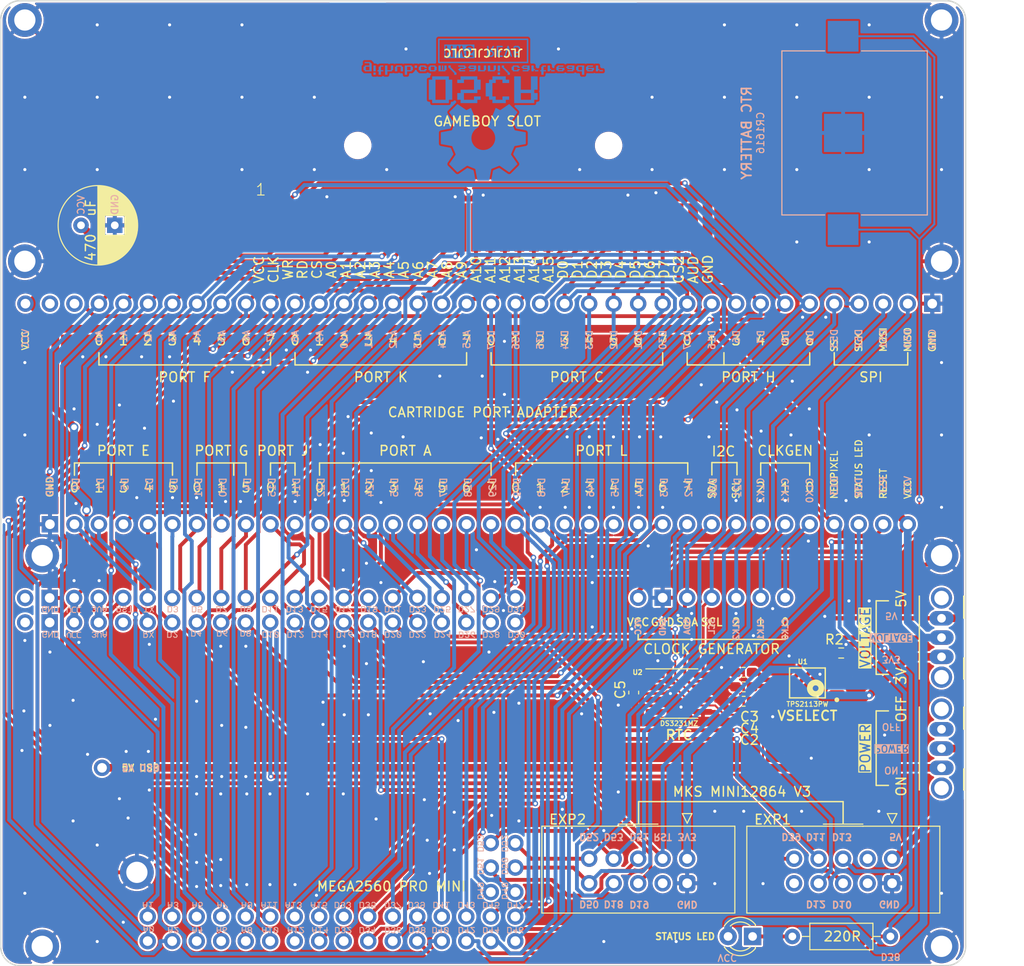
<source format=kicad_pcb>
(kicad_pcb (version 20221018) (generator pcbnew)
  (title_block (title "OSCR HW5") (date "2022-06-19") (rev "5"))
  (layers (0 "F.Cu" signal) (31 "B.Cu" signal) (34 "B.Paste" user) (35 "F.Paste" user) (36 "B.SilkS" user "B.Silkscreen") (37 "F.SilkS" user "F.Silkscreen") (38 "B.Mask" user) (39 "F.Mask" user) (44 "Edge.Cuts" user))
  (property "Revision" "42")
  (net 0 "")
  (net 1 "D30")
  (net 2 "D31")
  (net 3 "D28")
  (net 4 "D29")
  (net 5 "D26")
  (net 6 "D27")
  (net 7 "D24")
  (net 8 "D25")
  (net 9 "D22")
  (net 10 "D23")
  (net 11 "D20")
  (net 12 "D21")
  (net 13 "D18")
  (net 14 "D19")
  (net 15 "D16")
  (net 16 "D17")
  (net 17 "D14")
  (net 18 "D15")
  (net 19 "D12")
  (net 20 "D13")
  (net 21 "D10")
  (net 22 "D11")
  (net 23 "D8")
  (net 24 "D9")
  (net 25 "D6")
  (net 26 "D7")
  (net 27 "D4")
  (net 28 "D5")
  (net 29 "D2")
  (net 30 "D3")
  (net 31 "D0")
  (net 32 "D1")
  (net 33 "Net-(D1-K)")
  (net 34 "RESET")
  (net 35 "+3.3VA")
  (net 36 "VCC")
  (net 37 "GND")
  (net 40 "D46")
  (net 41 "D47")
  (net 42 "D44")
  (net 43 "D45")
  (net 44 "D42")
  (net 45 "D43")
  (net 46 "D40")
  (net 47 "D41")
  (net 48 "D38")
  (net 49 "D39")
  (net 50 "D36")
  (net 51 "D37")
  (net 52 "D34")
  (net 53 "D32")
  (net 54 "D33")
  (net 55 "A14")
  (net 56 "A15")
  (net 57 "A12")
  (net 58 "A13")
  (net 59 "A10")
  (net 60 "A11")
  (net 61 "A8")
  (net 62 "A9")
  (net 63 "A6")
  (net 64 "A7")
  (net 65 "A4")
  (net 66 "A5")
  (net 67 "A2")
  (net 68 "A3")
  (net 69 "A0")
  (net 70 "A1")
  (net 71 "+3V3")
  (net 72 "+5V")
  (net 73 "D35")
  (net 74 "D53")
  (net 75 "D52")
  (net 76 "D51")
  (net 77 "D50")
  (net 78 "D49")
  (net 79 "D48")
  (net 80 "CLK2")
  (net 81 "CLK1")
  (net 82 "CLK0")
  (net 84 "VBUS")
  (net 91 "Net-(U1-ILIM)")
  (net 97 "+BATT")
  (footprint "MountingHole:MountingHole_2.2mm_M2_ISO7380_Pad" (layer "F.Cu") (at 197.5 77)
    (fp_text reference "M2_3" hide)
    (fp_text value "Screw_Terminal_01x01" hide)
  )
  (footprint "!OSCR:Clock_Generator_Header" (layer "F.Cu") (at 166.06 111.875 90)
    (fp_text reference "J7" hide)
    (fp_text value "Conn_01x07")
  )
  (footprint "MountingHole:MountingHole_2.2mm_M2_ISO7380_Pad" (layer "F.Cu") (at 104.3 148)
    (fp_text reference "M2_6" hide)
    (fp_text value "Screw_Terminal_01x01" hide)
  )
  (footprint "MountingHole:MountingHole_2.2mm_M2_ISO7380_Pad" (layer "F.Cu") (at 197.5 52)
    (fp_text reference "M2_2" hide)
    (fp_text value "Screw_Terminal_01x01" hide)
  )
  (footprint "Resistor_SMD:R_0603_1608Metric_Pad0.98x0.95mm_HandSolder" (layer "F.Cu") (at 187.1 117.6 180)
    (fp_text reference "R2")
    (fp_text value "560R")
  )
  (footprint "!OSCR:Cartridge_Port_Adapter-Front" (layer "F.Cu") (at 105.1 104.255 90)
    (fp_text reference "J4" hide)
    (fp_text value "CART SLOT FRONT ROW")
  )
  (footprint "MountingHole:MountingHole_2.2mm_M2_ISO7380_Pad" (layer "F.Cu") (at 102.5 77)
    (fp_text reference "M2_8" hide)
    (fp_text value "Screw_Terminal_01x01" hide)
  )
  (footprint "Capacitor_SMD:C_0603_1608Metric_Pad1.08x0.95mm_HandSolder" (layer "F.Cu") (at 177 121.1 180)
    (fp_text reference "C4")
    (fp_text value "10u")
  )
  (footprint "!OSCR:Power_Switch" (layer "F.Cu") (at 197.5 118 90)
    (fp_text reference "SW1" hide)
    (fp_text value "VOLTAGE")
  )
  (footprint "!OSCR:Cartridge_Port_Adapter-Back" (layer "F.Cu") (at 102.56 81.395 90)
    (fp_text reference "J3" hide)
    (fp_text value "CART SLOT TOP ROW" hide)
  )
  (footprint "!OSCR:MEGA2560_PRO_MINI" (layer "F.Cu") (at 127.93 113.04)
    (fp_text reference "J1" hide)
    (fp_text value "MEGA BOTTOM")
  )
  (footprint "MountingHole:MountingHole_2.2mm_M2_ISO7380_Pad" (layer "F.Cu") (at 104.3 107.5)
    (fp_text reference "M2_9" hide)
    (fp_text value "Screw_Terminal_01x01" hide)
  )
  (footprint "MountingHole:MountingHole_2.2mm_M2_ISO7380_Pad" (layer "F.Cu") (at 114.11 140.33)
    (fp_text reference "M2_7" hide)
    (fp_text value "Screw_Terminal_01x01" hide)
  )
  (footprint "MountingHole:MountingHole_2.2mm_M2_ISO7380_Pad" (layer "F.Cu") (at 197.5 107.5)
    (fp_text reference "M2_4" hide)
    (fp_text value "Screw_Terminal_01x01" hide)
  )
  (footprint "MountingHole:MountingHole_2.2mm_M2_ISO7380_Pad" (layer "F.Cu") (at 197.5 148)
    (fp_text reference "M2_5" hide)
    (fp_text value "Screw_Terminal_01x01" hide)
  )
  (footprint "Package_SO:SOIC-8_3.9x4.9mm_P1.27mm" (layer "F.Cu") (at 170.3 121.8)
    (fp_text reference "U2")
    (fp_text value "DS3231MZ")
  )
  (footprint "!OSCR:LCD_Header" (layer "F.Cu") (at 192.38 138.92 -90)
    (fp_text reference "J9" hide)
    (fp_text value "EXP1" hide)
  )
  (footprint "LED_THT:LED_D3.0mm" (layer "F.Cu") (at 177.92 146.975 180)
    (fp_text reference "D1")
    (fp_text value "LED" hide)
  )
  (footprint "MountingHole:MountingHole_2.2mm_M2_ISO7380_Pad" (layer "F.Cu") (at 102.5 52)
    (fp_text reference "M2_1" hide)
    (fp_text value "Screw_Terminal_01x01" hide)
  )
  (footprint "Connector_PinHeader_2.54mm:PinHeader_1x01_P2.54mm_Vertical" (layer "F.Cu") (at 110.5 129.5)
    (fp_text reference "J6")
    (fp_text value "5V USB")
  )
  (footprint "Capacitor_THT:CP_Radial_D8.0mm_P3.50mm" (layer "F.Cu") (at 108.32 73.275)
    (fp_text reference "C1")
    (fp_text value "470u")
  )
  (footprint "Capacitor_SMD:C_0603_1608Metric_Pad1.08x0.95mm_HandSolder" (layer "F.Cu") (at 165.6 121.7 -90)
    (fp_text reference "C5")
    (fp_text value "0.1u")
  )
  (footprint "!sanni:GBA-SLOT-B" (layer "F.Cu") (at 150 68.5 90)
    (fp_text reference "J10" hide)
    (fp_text value "GBA_Slot" hide)
  )
  (footprint "Capacitor_SMD:C_0603_1608Metric_Pad1.08x0.95mm_HandSolder" (layer "F.Cu") (at 177 119.6 180)
    (fp_text reference "C3")
    (fp_text value "0.1u")
  )
  (footprint "!OSCR:LCD_Header" (layer "F.Cu") (at 171.14 138.92 -90)
    (fp_text reference "J8" hide)
    (fp_text value "EXP2" hide)
  )
  (footprint "Capacitor_SMD:C_0603_1608Metric_Pad1.08x0.95mm_HandSolder" (layer "F.Cu") (at 177 122.6)
    (fp_text reference "C2")
    (fp_text value "0.1u")
  )
  (footprint "Resistor_THT:R_Axial_DIN0207_L6.3mm_D2.5mm_P10.16mm_Horizontal" (layer "F.Cu") (at 182.04 146.975)
    (fp_text reference "R1")
    (fp_text value "220R" hide)
  )
  (footprint "!OSCR:Power_Switch" (layer "F.Cu") (at 197.5 129.5 90)
    (fp_text reference "SW2" hide)
    (fp_text value "POWER")
  )
  (footprint "Personal:Texas_Instruments-TPS2113PW-Level_A" (layer "F.Cu") (at 183.6 120.7 180)
    (fp_text reference "U1")
    (fp_text value "TPS2113PW")
  )
  (footprint "!OSCR:Logo" (layer "B.Cu") (at 150 62.5)
    (fp_text reference "G***" hide)
    (fp_text value "LOGO" hide)
  )
  (footprint "!OSCR:CR1616" (layer "B.Cu") (at 187.3 63.7 90)
    (fp_text reference "BT1" hide)
    (fp_text value "CR1616")
  )
  (gr_poly (pts (xy 154.6 56.4) (xy 154.6 54) (xy 145.4 54) (xy 145.4 56.4)) (stroke (width 0.15)) (fill none) (layer "B.Cu"))
  (gr_line (start 152.9063 146.1343) (end 152.8131 146.0411) (stroke (width 0.1)) (layer "B.SilkS"))
  (gr_line (start 138.7022 113.3433) (end 138.8887 113.3433) (stroke (width 0.1)) (layer "B.SilkS"))
  (gr_line (start 153.7874 143.5362) (end 154.1602 143.9091) (stroke (width 0.1)) (layer "B.SilkS"))
  (gr_line (start 154.1633 115.9735) (end 153.9769 115.9735) (stroke (width 0.1)) (layer "B.SilkS"))
  (gr_line (start 147.4984 146.0411) (end 147.4984 146.6004) (stroke (width 0.1)) (layer "B.SilkS"))
  (gr_line (start 122.4984 143.815799) (end 122.4984 143.443) (stroke (width 0.1)) (layer "B.SilkS"))
  (gr_line (start 125.1732 115.2872) (end 124.8935 115.2872) (stroke (width 0.1)) (layer "B.SilkS"))
  (gr_line (start 138.1219 143.4397) (end 138.2151 143.5329) (stroke (width 0.1)) (layer "B.SilkS"))
  (gr_line (start 151.3504 115.6939) (end 151.2572 115.6007) (stroke (width 0.1)) (layer "B.SilkS"))
  (gr_line (start 150.0141 141.5394) (end 149.9209 141.4462) (stroke (width 0.1)) (layer "B.SilkS"))
  (gr_line (start 141.183 146.0411) (end 141.0898 146.1343) (stroke (width 0.1)) (layer "B.SilkS"))
  (gr_line (start 151.2572 115.6007) (end 151.2572 115.5075) (stroke (width 0.1)) (layer "B.SilkS"))
  (gr_line (start 137.2324 146.6004) (end 137.512 146.6004) (stroke (width 0.1)) (layer "B.SilkS"))
  (gr_line (start 122.7986 146.414) (end 122.6122 146.6004) (stroke (width 0.1)) (layer "B.SilkS"))
  (gr_line (start 135.3059 146.1343) (end 135.3991 146.0411) (stroke (width 0.1)) (layer "B.SilkS"))
  (gr_line (start 120.4628 113.3467) (end 120.8356 113.3467) (stroke (width 0.1)) (layer "B.SilkS"))
  (gr_line (start 105.3506 115.4042) (end 104.9778 115.9635) (stroke (width 0.1)) (layer "B.SilkS"))
  (gr_line (start 109.567 112.77355) (end 109.7534 112.77355) (stroke (width 0.1)) (layer "B.SilkS"))
  (gr_line (start 143.9654 146.2276) (end 143.8722 146.3208) (stroke (width 0.1)) (layer "B.SilkS"))
  (gr_line (start 151.4388 143.815799) (end 151.2524 143.7226) (stroke (width 0.1)) (layer "B.SilkS"))
  (gr_line (start 132.4775 112.784) (end 132.1979 112.784) (stroke (width 0.1)) (layer "B.SilkS"))
  (gr_line (start 151.2572 115.8803) (end 151.2572 115.7871) (stroke (width 0.1)) (layer "B.SilkS"))
  (gr_line (start 125.6134 113.3433) (end 125.7998 113.3433) (stroke (width 0.1)) (layer "B.SilkS"))
  (gr_line (start 149.8277 141.8191) (end 149.9209 141.8191) (stroke (width 0.1)) (layer "B.SilkS"))
  (gr_line (start 133.4028 143.9989) (end 133.775599 143.9989) (stroke (width 0.1)) (layer "B.SilkS"))
  (gr_line (start 152.068 138.8742) (end 152.4409 138.8742) (stroke (width 0.1)) (layer "B.SilkS"))
  (gr_line (start 146.2811 112.784) (end 146.4675 112.784) (stroke (width 0.1)) (layer "B.SilkS"))
  (gr_line (start 154.1225 146.2276) (end 154.1225 146.1343) (stroke (width 0.1)) (layer "B.SilkS"))
  (gr_line (start 120.5111 143.7226) (end 120.5111 144.0023) (stroke (width 0.1)) (layer "B.SilkS"))
  (gr_line (start 150.4059 146.5105) (end 150.4059 146.1377) (stroke (width 0.1)) (layer "B.SilkS"))
  (gr_line (start 145.6656 146.6004) (end 145.6656 146.0411) (stroke (width 0.1)) (layer "B.SilkS"))
  (gr_line (start 154.1602 143.9091) (end 154.1602 144.0023) (stroke (width 0.1)) (layer "B.SilkS"))
  (gr_line (start 115.7307 146.4734) (end 115.5443 146.4734) (stroke (width 0.1)) (layer "B.SilkS"))
  (gr_line (start 131.3874 146.414) (end 131.0145 146.0411) (stroke (width 0.1)) (layer "B.SilkS"))
  (gr_line (start 136.3497 113.2501) (end 136.3497 113.3433) (stroke (width 0.1)) (layer "B.SilkS"))
  (gr_line (start 149.4548 136.6167) (end 149.548 136.5235) (stroke (width 0.1)) (layer "B.SilkS"))
  (gr_line (start 131.1396 143.5329) (end 131.1396 143.6261) (stroke (width 0.1)) (layer "B.SilkS"))
  (gr_line (start 152.9881 113.2501) (end 152.9881 112.8773) (stroke (width 0.1)) (layer "B.SilkS"))
  (gr_line (start 104.7229 113.0537) (end 104.7229 112.8673) (stroke (width 0.1)) (layer "B.SilkS"))
  (gr_line (start 142.4307 113.3433) (end 142.7104 113.3433) (stroke (width 0.1)) (layer "B.SilkS"))
  (gr_line (start 138.8752 115.6007) (end 138.782 115.6939) (stroke (width 0.1)) (layer "B.SilkS"))
  (gr_line (start 148.7864 143.9989) (end 148.6932 143.905699) (stroke (width 0.1)) (layer "B.SilkS"))
  (gr_line (start 107.9271 115.5339) (end 107.9271 115.9068) (stroke (width 0.1)) (layer "B.SilkS"))
  (gr_line (start 138.2133 146.2276) (end 138.1201 146.3208) (stroke (width 0.1)) (layer "B.SilkS"))
  (gr_line (start 120.2276 112.8806) (end 120.1343 112.7874) (stroke (width 0.1)) (layer "B.SilkS"))
  (gr_line (start 117.3425 112.784) (end 117.3425 113.3433) (stroke (width 0.1)) (layer "B.SilkS"))
  (gr_line (start 146.1878 113.0637) (end 146.1878 113.3433) (stroke (width 0.1)) (layer "B.SilkS"))
  (gr_line (start 125.5948 115.5669) (end 125.5016 115.4737) (stroke (width 0.1)) (layer "B.SilkS"))
  (gr_line (start 147.5101 112.784) (end 147.5101 113.3433) (stroke (width 0.1)) (layer "B.SilkS"))
  (gr_line (start 141.3696 115.4142) (end 141.4628 115.5075) (stroke (width 0.1)) (layer "B.SilkS"))
  (gr_line (start 151.63 115.7871) (end 151.63 115.8803) (stroke (width 0.1)) (layer "B.SilkS"))
  (gr_line (start 115.81 115.4176) (end 115.4371 115.9768) (stroke (width 0.1)) (layer "B.SilkS"))
  (gr_line (start 136.0669 115.5075) (end 136.0669 115.6939) (stroke (width 0.1)) (layer "B.SilkS"))
  (gr_line (start 109.7706 115.9664) (end 109.5842 115.9664) (stroke (width 0.1)) (layer "B.SilkS"))
  (gr_line (start 148.5097 115.7871) (end 148.1368 115.4142) (stroke (width 0.1)) (layer "B.SilkS"))
  (gr_line (start 144.7778 146.0411) (end 144.7778 146.6004) (stroke (width 0.1)) (layer "B.SilkS"))
  (gr_line (start 118.0881 146.6004) (end 118.2745 146.6004) (stroke (width 0.1)) (layer "B.SilkS"))
  (gr_line (start 127.4207 143.4397) (end 127.4207 143.8125) (stroke (width 0.1)) (layer "B.SilkS"))
  (gr_line (start 150.4091 143.9091) (end 150.4091 143.5362) (stroke (width 0.1)) (layer "B.SilkS"))
  (gr_line (start 109.8638 115.5004) (end 109.8638 115.5936) (stroke (width 0.1)) (layer "B.SilkS"))
  (gr_line (start 141.451 143.9989) (end 141.0781 143.9989) (stroke (width 0.1)) (layer "B.SilkS"))
  (gr_line (start 147.4771 143.9989) (end 147.7567 143.9989) (stroke (width 0.1)) (layer "B.SilkS"))
  (gr_line (start 122.8337 115.3805) (end 122.7405 115.2872) (stroke (width 0.1)) (layer "B.SilkS"))
  (gr_line (start 138.1874 112.784) (end 138.1874 113.3433) (stroke (width 0.1)) (layer "B.SilkS"))
  (gr_line (start 154.1633 115.4142) (end 154.2565 115.5075) (stroke (width 0.1)) (layer "B.SilkS"))
  (gr_line (start 147.7897 113.3433) (end 147.8829 113.2501) (stroke (width 0.1)) (layer "B.SilkS"))
  (gr_line (start 125.5016 115.4737) (end 125.5016 115.3805) (stroke (width 0.1)) (layer "B.SilkS"))
  (gr_line (start 140.5582 113.3433) (end 140.7446 113.3433) (stroke (width 0.1)) (layer "B.SilkS"))
  (gr_line (start 153.5962 113.1569) (end 153.5962 113.2501) (stroke (width 0.1)) (layer "B.SilkS"))
  (gr_line (start 142.9844 146.1343) (end 143.0777 146.0411) (stroke (width 0.1)) (layer "B.SilkS"))
  (gr_line (start 137.6725 113.3433) (end 137.7657 113.2501) (stroke (width 0.1)) (layer "B.SilkS"))
  (gr_line (start 123.4793 144.0023) (end 123.1065 144.0023) (stroke (width 0.1)) (layer "B.SilkS"))
  (gr_line (start 149.8277 136.5235) (end 149.9209 136.5235) (stroke (width 0.1)) (layer "B.SilkS"))
  (gr_line (start 151.3456 143.443) (end 151.532 143.443) (stroke (width 0.1)) (layer "B.SilkS"))
  (gr_line (start 119.906 146.4173) (end 119.906 146.0445) (stroke (width 0.1)) (layer "B.SilkS"))
  (gr_line (start 140.7613 146.3208) (end 140.8546 146.414) (stroke (width 0.1)) (layer "B.SilkS"))
  (gr_line (start 145.994 146.5072) (end 145.994 146.1343) (stroke (width 0.1)) (layer "B.SilkS"))
  (gr_line (start 143.3573 146.2276) (end 143.2641 146.3208) (stroke (width 0.1)) (layer "B.SilkS"))
  (gr_line (start 136.3497 113.3433) (end 135.9768 113.3433) (stroke (width 0.1)) (layer "B.SilkS"))
  (gr_line (start 150.3206 115.4142) (end 150.041 115.4142) (stroke (width 0.1)) (layer "B.SilkS"))
  (gr_line (start 107.9271 113.3068) (end 108.0203 113.4) (stroke (width 0.1)) (layer "B.SilkS"))
  (gr_line (start 126 146.2276) (end 125.9068 146.3208) (stroke (width 0.1)) (layer "B.SilkS"))
  (gr_line (start 130.5518 115.4142) (end 130.5518 115.9735) (stroke (width 0.1)) (layer "B.SilkS"))
  (gr_line (start 140.7615 115.9735) (end 140.8548 115.8803) (stroke (width 0.1)) (layer "B.SilkS"))
  (gr_line (start 105.8459 112.7741) (end 105.5662 112.7741) (stroke (width 0.1)) (layer "B.SilkS"))
  (gr_line (start 133.0773 115.9735) (end 132.890799 115.7871) (stroke (width 0.1)) (layer "B.SilkS"))
  (gr_line (start 150.0141 142.7556) (end 149.9209 142.6624) (stroke (width 0.1)) (layer "B.SilkS"))
  (gr_line (start 137.512 146.6004) (end 137.6052 146.5072) (stroke (width 0.1)) (layer "B.SilkS"))
  (gr_line (start 152.8508 144.0023) (end 152.9441 143.9091) (stroke (width 0.1)) (layer "B.SilkS"))
  (gr_line (start 122.6848 144.0023) (end 122.4984 143.815799) (stroke (width 0.1)) (layer "B.SilkS"))
  (gr_line (start 104.4433 112.7741) (end 104.35 112.8673) (stroke (width 0.1)) (layer "B.SilkS"))
  (gr_line (start 142.6843 143.5329) (end 142.5911 143.4397) (stroke (width 0.1)) (layer "B.SilkS"))
  (gr_line (start 143.9654 146.1343) (end 143.9654 146.2276) (stroke (width 0.1)) (layer "B.SilkS"))
  (gr_line (start 153.462 115.6939) (end 153.5552 115.6939) (stroke (width 0.1)) (layer "B.SilkS"))
  (gr_line (start 119.903 143.815799) (end 119.903 143.443) (stroke (width 0.1)) (layer "B.SilkS"))
  (gr_line (start 120.8356 113.067) (end 120.7424 113.1602) (stroke (width 0.1)) (layer "B.SilkS"))
  (gr_line (start 143.7401 113.3433) (end 143.6469 113.2501) (stroke (width 0.1)) (layer "B.SilkS"))
  (gr_line (start 132.4775 113.3433) (end 132.5707 113.2501) (stroke (width 0.1)) (layer "B.SilkS"))
  (gr_line (start 125.8745 115.4737) (end 125.7813 115.5669) (stroke (width 0.1)) (layer "B.SilkS"))
  (gr_line (start 150.4139 115.8803) (end 150.4139 115.5075) (stroke (width 0.1)) (layer "B.SilkS"))
  (gr_line (start 129.6755 112.784) (end 129.6755 113.3433) (stroke (width 0.1)) (layer "B.SilkS"))
  (gr_line (start 132.2827 115.4142) (end 132.2827 115.9735) (stroke (width 0.1)) (layer "B.SilkS"))
  (gr_line (start 130.86 143.9989) (end 130.7668 143.905699) (stroke (width 0.1)) (layer "B.SilkS"))
  (gr_line (start 138.7022 113.0637) (end 138.609 113.1569) (stroke (width 0.1)) (layer "B.SilkS"))
  (gr_line (start 144.7778 146.6004) (end 145.0575 146.6004) (stroke (width 0.1)) (layer "B.SilkS"))
  (gr_line (start 128.5626 112.784) (end 128.5626 113.3433) (stroke (width 0.1)) (layer "B.SilkS"))
  (gr_line (start 125.1732 115.8465) (end 125.2664 115.7533) (stroke (width 0.1)) (layer "B.SilkS"))
  (gr_line (start 109.7534 112.77355) (end 109.8466 112.86685) (stroke (width 0.1)) (layer "B.SilkS"))
  (gr_line (start 151.9748 137.2248) (end 152.068 137.1316) (stroke (width 0.1)) (layer "B.SilkS"))
  (gr_line (start 117.5744 115.4142) (end 117.2948 115.4142) (stroke (width 0.1)) (layer "B.SilkS"))
  (gr_line (start 143.8072 143.4397) (end 143.6208 143.4397) (stroke (width 0.1)) (layer "B.SilkS"))
  (gr_line (start 124.9121 113.3433) (end 125.1918 113.3433) (stroke (width 0.1)) (layer "B.SilkS"))
  (gr_line (start 152.8949 113.3433) (end 152.9881 113.2501) (stroke (width 0.1)) (layer "B.SilkS"))
  (gr_line (start 128.3896 115.5075) (end 128.4828 115.4142) (stroke (width 0.1)) (layer "B.SilkS"))
  (gr_line (start 107.26015 113.4) (end 107.26015 113.0272) (stroke (width 0.1)) (layer "B.SilkS"))
  (gr_line (start 152.1613 141.4462) (end 152.2545 141.5394) (stroke (width 0.1)) (layer "B.SilkS"))
  (gr_line (start 123.1621 115.2872) (end 123.0689 115.3805) (stroke (width 0.1)) (layer "B.SilkS"))
  (gr_line (start 135.5552 112.784) (end 135.5552 113.3433) (stroke (width 0.1)) (layer "B.SilkS"))
  (gr_line (start 114.843 146.287) (end 114.843 145.9141) (stroke (width 0.1)) (layer "B.SilkS"))
  (gr_line (start 115.8239 146.0073) (end 115.8239 146.3802) (stroke (width 0.1)) (layer "B.SilkS"))
  (gr_line (start 143.1102 115.9735) (end 143.2966 115.9735) (stroke (width 0.1)) (layer "B.SilkS"))
  (gr_line (start 110.97 115.68785) (end 110.5972 115.68785) (stroke (width 0.1)) (layer "B.SilkS"))
  (gr_line (start 152.9471 115.9735) (end 153.0403 115.8803) (stroke (width 0.1)) (layer "B.SilkS"))
  (gr_line (start 138.2671 115.4142) (end 137.8943 115.4142) (stroke (width 0.1)) (layer "B.SilkS"))
  (gr_line (start 115.2019 115.8836) (end 115.1087 115.9768) (stroke (width 0.1)) (layer "B.SilkS"))
  (gr_line (start 131.2645 113.2501) (end 131.1713 113.3433) (stroke (width 0.1)) (layer "B.SilkS"))
  (gr_line (start 150.0141 136.6167) (end 150.0141 136.8031) (stroke (width 0.1)) (layer "B.SilkS"))
  (gr_line (start 151.9748 139.5755) (end 152.068 139.4823) (stroke (width 0.1)) (layer "B.SilkS"))
  (gr_line (start 149.0991 113.3433) (end 148.7263 113.3433) (stroke (width 0.1)) (layer "B.SilkS"))
  (gr_line (start 140.1532 146.6004) (end 140.2465 146.5072) (stroke (width 0.1)) (layer "B.SilkS"))
  (gr_line (start 127.4207 143.8125) (end 127.2342 143.9989) (stroke (width 0.1)) (layer "B.SilkS"))
  (gr_line (start 150.3158 143.443) (end 150.0362 143.443) (stroke (width 0.1)) (layer "B.SilkS"))
  (gr_line (start 148.9729 143.4397) (end 149.0661 143.5329) (stroke (width 0.1)) (layer "B.SilkS"))
  (gr_line (start 153.7497 146.3208) (end 154.0293 146.3208) (stroke (width 0.1)) (layer "B.SilkS"))
  (gr_line (start 110.9528 112.7746) (end 110.9528 113.1475) (stroke (width 0.1)) (layer "B.SilkS"))
  (gr_line (start 149.0246 115.6939) (end 149.1178 115.6007) (stroke (width 0.1)) (layer "B.SilkS"))
  (gr_line (start 151.2572 115.7871) (end 151.3504 115.6939) (stroke (width 0.1)) (layer "B.SilkS"))
  (gr_line (start 149.548 139.8497) (end 149.4548 139.7565) (stroke (width 0.1)) (layer "B.SilkS"))
  (gr_line (start 151.9748 141.5394) (end 152.068 141.4462) (stroke (width 0.1)) (layer "B.SilkS"))
  (gr_line (start 125.7203 146.0411) (end 125.9068 146.0411) (stroke (width 0.1)) (layer "B.SilkS"))
  (gr_line (start 110.58 113.1475) (end 110.58 112.7746) (stroke (width 0.1)) (layer "B.SilkS"))
  (gr_line (start 132.5707 112.8773) (end 132.4775 112.784) (stroke (width 0.1)) (layer "B.SilkS"))
  (gr_line (start 117.9506 112.8773) (end 118.0438 112.784) (stroke (width 0.1)) (layer "B.SilkS"))
  (gr_line (start 145.0191 115.4142) (end 145.0191 115.9735) (stroke (width 0.1)) (layer "B.SilkS"))
  (gr_line (start 128.3896 115.8803) (end 128.3896 115.5075) (stroke (width 0.1)) (layer "B.SilkS"))
  (gr_line (start 148.2114 113.3433) (end 148.3978 113.3433) (stroke (width 0.1)) (layer "B.SilkS"))
  (gr_line (start 143.7401 112.784) (end 143.9265 112.784) (stroke (width 0.1)) (layer "B.SilkS"))
  (gr_line (start 151.63 115.6007) (end 151.5368 115.6939) (stroke (width 0.1)) (layer "B.SilkS"))
  (gr_line (start 145.1647 143.9989) (end 145.258 143.905699) (stroke (width 0.1)) (layer "B.SilkS"))
  (gr_line (start 127.4396 113.3433) (end 127.5328 113.2501) (stroke (width 0.1)) (layer "B.SilkS"))
  (gr_line (start 117.7153 113.2501) (end 117.7153 112.8773) (stroke (width 0.1)) (layer "B.SilkS"))
  (gr_line (start 136.0669 115.6939) (end 136.3465 115.6939) (stroke (width 0.1)) (layer "B.SilkS"))
  (gr_line (start 153.5144 146.3208) (end 153.1416 146.3208) (stroke (width 0.1)) (layer "B.SilkS"))
  (gr_line (start 150.6491 115.8803) (end 150.7423 115.9735) (stroke (width 0.1)) (layer "B.SilkS"))
  (gr_line (start 140.8429 143.8125) (end 140.8429 143.905699) (stroke (width 0.1)) (layer "B.SilkS"))
  (gr_line (start 127.16 112.784) (end 127.16 113.3433) (stroke (width 0.1)) (layer "B.SilkS"))
  (gr_line (start 134.9379 143.9989) (end 135.0311 143.905699) (stroke (width 0.1)) (layer "B.SilkS"))
  (gr_line (start 138.782 115.9735) (end 138.5956 115.9735) (stroke (width 0.1)) (layer "B.SilkS"))
  (gr_line (start 150.0141 140.1781) (end 149.9209 140.0849) (stroke (width 0.1)) (layer "B.SilkS"))
  (gr_line (start 120.2758 143.815799) (end 120.0894 144.0023) (stroke (width 0.1)) (layer "B.SilkS"))
  (gr_line (start 149.9209 141.4462) (end 149.548 141.4462) (stroke (width 0.1)) (layer "B.SilkS"))
  (gr_line (start 117.9949 146.5072) (end 118.0881 146.6004) (stroke (width 0.1)) (layer "B.SilkS"))
  (gr_line (start 134.9379 143.4397) (end 134.6583 143.4397) (stroke (width 0.1)) (layer "B.SilkS"))
  (gr_line (start 131.3874 146.5072) (end 131.3874 146.414) (stroke (width 0.1)) (layer "B.SilkS"))
  (gr_line (start 128.6368 143.4397) (end 128.264 143.4397) (stroke (width 0.1)) (layer "B.SilkS"))
  (gr_line (start 152.1613 141.8191) (end 152.068 141.8191) (stroke (width 0.1)) (layer "B.SilkS"))
  (gr_line (start 146.2353 115.6939) (end 146.515 115.9735) (stroke (width 0.1)) (layer "B.SilkS"))
  (gr_line (start 130.0483 112.8773) (end 129.9551 112.784) (stroke (width 0.1)) (layer "B.SilkS"))
  (gr_line (start 150.7423 115.9735) (end 150.9287 115.9735) (stroke (width 0.1)) (layer "B.SilkS"))
  (gr_line (start 120.6043 143.443) (end 120.7907 143.443) (stroke (width 0.1)) (layer "B.SilkS"))
  (gr_line (start 151.3437 113.3433) (end 151.5301 113.3433) (stroke (width 0.1)) (layer "B.SilkS"))
  (gr_line (start 149.0661 143.5329) (end 149.0661 143.6261) (stroke (width 0.1)) (layer "B.SilkS"))
  (gr_line (start 148.3862 146.6004) (end 148.3862 146.0411) (stroke (width 0.1)) (layer "B.SilkS"))
  (gr_line (start 110.97 115.40815) (end 110.97 115.78105) (stroke (width 0.1)) (layer "B.SilkS"))
  (gr_line (start 143.1992 143.4397) (end 143.2924 143.5329) (stroke (width 0.1)) (layer "B.SilkS"))
  (gr_line (start 150.0141 142.1475) (end 149.4548 142.1475) (stroke (width 0.1)) (layer "B.SilkS"))
  (gr_line (start 143.3898 115.8803) (end 143.3898 115.7871) (stroke (width 0.1)) (layer "B.SilkS"))
  (gr_line (start 142.8036 113.2501) (end 142.8036 112.8773) (stroke (width 0.1)) (layer "B.SilkS"))
  (gr_line (start 125.5202 113.2501) (end 125.6134 113.3433) (stroke (width 0.1)) (layer "B.SilkS"))
  (gr_line (start 153.7497 146.3208) (end 153.9361 146.5072) (stroke (width 0.1)) (layer "B.SilkS"))
  (gr_line (start 125.9095 143.4397) (end 125.7231 143.4397) (stroke (width 0.1)) (layer "B.SilkS"))
  (gr_line (start 149.7345 136.7099) (end 149.7345 136.6167) (stroke (width 0.1)) (layer "B.SilkS"))
  (gr_line (start 120.0894 144.0023) (end 119.903 143.815799) (stroke (width 0.1)) (layer "B.SilkS"))
  (gr_line (start 150.0343 113.3433) (end 150.3139 113.3433) (stroke (width 0.1)) (layer "B.SilkS"))
  (gr_line (start 148.7449 115.6939) (end 149.0246 115.6939) (stroke (width 0.1)) (layer "B.SilkS"))
  (gr_line (start 112.748 112.7741) (end 112.9344 112.7741) (stroke (width 0.1)) (layer "B.SilkS"))
  (gr_line (start 142.7104 113.3433) (end 142.8036 113.2501) (stroke (width 0.1)) (layer "B.SilkS"))
  (gr_line (start 131.2645 113.1569) (end 131.2645 113.2501) (stroke (width 0.1)) (layer "B.SilkS"))
  (gr_line (start 146.0872 146.0411) (end 146.2737 146.0411) (stroke (width 0.1)) (layer "B.SilkS"))
  (gr_line (start 150.033 146.6037) (end 150.3127 146.6037) (stroke (width 0.1)) (layer "B.SilkS"))
  (gr_line (start 122.8712 143.815799) (end 122.6848 144.0023) (stroke (width 0.1)) (layer "B.SilkS"))
  (gr_line (start 143.9265 112.784) (end 144.0198 112.8773) (stroke (width 0.1)) (layer "B.SilkS"))
  (gr_line (start 112.0467 113.3334) (end 112.0467 112.7741) (stroke (width 0.1)) (layer "B.SilkS"))
  (gr_line (start 148.7263 112.784) (end 148.7263 112.8773) (stroke (width 0.1)) (layer "B.SilkS"))
  (gr_line (start 130.0369 115.4142) (end 129.7573 115.4142) (stroke (width 0.1)) (layer "B.SilkS"))
  (gr_line (start 151.63 115.5075) (end 151.63 115.6007) (stroke (width 0.1)) (layer "B.SilkS"))
  (gr_line (start 151.2524 143.7226) (end 151.2524 144.0023) (stroke (width 0.1)) (layer "B.SilkS"))
  (gr_line (start 112.3263 113.3334) (end 112.0467 113.3334) (stroke (width 0.1)) (layer "B.SilkS"))
  (gr_line (start 149.7345 139.4768) (end 149.8277 139.57) (stroke (width 0.1)) (layer "B.SilkS"))
  (gr_line (start 129.7573 115.9735) (end 130.0369 115.9735) (stroke (width 0.1)) (layer "B.SilkS"))
  (gr_line (start 107.50075 112.8407) (end 107.40755 112.9339) (stroke (width 0.1)) (layer "B.SilkS"))
  (gr_line (start 123.0689 115.3805) (end 123.0689 115.5669) (stroke (width 0.1)) (layer "B.SilkS"))
  (gr_line (start 142.5911 143.4397) (end 142.3114 143.4397) (stroke (width 0.1)) (layer "B.SilkS"))
  (gr_line (start 129.6755 113.3433) (end 129.9551 113.3433) (stroke (width 0.1)) (layer "B.SilkS"))
  (gr_line (start 109.6774 115.6868) (end 109.7706 115.6868) (stroke (width 0.1)) (layer "B.SilkS"))
  (gr_line (start 149.548 142.6624) (end 149.4548 142.7556) (stroke (width 0.1)) (layer "B.SilkS"))
  (gr_line (start 115.1087 115.604) (end 115.2019 115.6972) (stroke (width 0.1)) (layer "B.SilkS"))
  (gr_line (start 149.548 137.1316) (end 149.7345 137.1316) (stroke (width 0.1)) (layer "B.SilkS"))
  (gr_line (start 118.2302 112.784) (end 118.3234 112.8773) (stroke (width 0.1)) (layer "B.SilkS"))
  (gr_line (start 143.9005 143.719299) (end 143.6208 143.719299) (stroke (width 0.1)) (layer "B.SilkS"))
  (gr_line (start 125.9095 143.9989) (end 126.0027 143.905699) (stroke (width 0.1)) (layer "B.SilkS"))
  (gr_line (start 150.6443 143.7226) (end 150.9239 144.0023) (stroke (width 0.1)) (layer "B.SilkS"))
  (gr_line (start 113.0276 112.9605) (end 112.9344 113.0537) (stroke (width 0.1)) (layer "B.SilkS"))
  (gr_line (start 153.5552 115.6939) (end 153.6484 115.7871) (stroke (width 0.1)) (layer "B.SilkS"))
  (gr_line (start 132.5595 143.719299) (end 132.1866 143.719299) (stroke (width 0.1)) (layer "B.SilkS"))
  (gr_line (start 138.2151 143.905699) (end 138.1219 143.9989) (stroke (width 0.1)) (layer "B.SilkS"))
  (gr_line (start 151.2572 115.5075) (end 151.3504 115.4142) (stroke (width 0.1)) (layer "B.SilkS"))
  (gr_line (start 154.2565 115.8803) (end 153.8837 115.5075) (stroke (width 0.1)) (layer "B.SilkS"))
  (gr_line (start 135.5856 146.3208) (end 135.6788 146.414) (stroke (width 0.1)) (layer "B.SilkS"))
  (gr_line (start 152.5341 138.1125) (end 152.5341 137.8329) (stroke (width 0.1)) (layer "B.SilkS"))
  (gr_line (start 118.3234 113.2501) (end 118.2302 113.3433) (stroke (width 0.1)) (layer "B.SilkS"))
  (gr_line (start 150.6411 146.3241) (end 150.9208 146.6037) (stroke (width 0.1)) (layer "B.SilkS"))
  (gr_line (start 148.491 113.1569) (end 148.1182 112.784) (stroke (width 0.1)) (layer "B.SilkS"))
  (gr_line (start 148.8797 143.719299) (end 148.9729 143.719299) (stroke (width 0.1)) (layer "B.SilkS"))
  (gr_line (start 127.9146 146.6004) (end 127.7282 146.414) (stroke (width 0.1)) (layer "B.SilkS"))
  (gr_line (start 149.4548 139.57) (end 149.548 139.4768) (stroke (width 0.1)) (layer "B.SilkS"))
  (gr_line (start 143.3573 146.5072) (end 143.2641 146.6004) (stroke (width 0.1)) (layer "B.SilkS"))
  (gr_line (start 109.4737 112.86685) (end 109.567 112.77355) (stroke (width 0.1)) (layer "B.SilkS"))
  (gr_line (start 145.9069 115.9735) (end 146.0001 115.8803) (stroke (width 0.1)) (layer "B.SilkS"))
  (gr_line (start 127.4929 146.0411) (end 127.4929 146.414) (stroke (width 0.1)) (layer "B.SilkS"))
  (gr_line (start 148.1368 115.8803) (end 148.23 115.9735) (stroke (width 0.1)) (layer "B.SilkS"))
  (gr_line (start 133.4028 143.5329) (end 133.496 143.4397) (stroke (width 0.1)) (layer "B.SilkS"))
  (gr_line (start 107.50075 113.4) (end 107.78045 113.4) (stroke (width 0.1)) (layer "B.SilkS"))
  (gr_line (start 135.0707 146.5072) (end 135.0707 146.1343) (stroke (width 0.1)) (layer "B.SilkS"))
  (gr_line (start 152.2545 139.4823) (end 152.3477 139.5755) (stroke (width 0.1)) (layer "B.SilkS"))
  (gr_line (start 152.5335 146.6004) (end 152.8131 146.6004) (stroke (width 0.1)) (layer "B.SilkS"))
  (gr_line (start 115.451 146.0073) (end 115.5443 145.9141) (stroke (width 0.1)) (layer "B.SilkS"))
  (gr_line (start 112.6548 113.1469) (end 112.6548 113.2402) (stroke (width 0.1)) (layer "B.SilkS"))
  (gr_line (start 122.6694 112.7874) (end 122.3897 112.7874) (stroke (width 0.1)) (layer "B.SilkS"))
  (gr_line (start 149.4548 138.8687) (end 149.4548 139.2416) (stroke (width 0.1)) (layer "B.SilkS"))
  (gr_line (start 120.1549 115.7566) (end 120.1549 115.3838) (stroke (width 0.1)) (layer "B.SilkS"))
  (gr_line (start 138.8887 112.784) (end 138.7022 112.784) (stroke (width 0.1)) (layer "B.SilkS"))
  (gr_line (start 132.5624 115.9735) (end 132.6556 115.8803) (stroke (width 0.1)) (layer "B.SilkS"))
  (gr_line (start 120.2276 113.2534) (end 120.2276 112.8806) (stroke (width 0.1)) (layer "B.SilkS"))
  (gr_line (start 150.3139 113.3433) (end 150.4071 113.2501) (stroke (width 0.1)) (layer "B.SilkS"))
  (gr_line (start 133.9014 146.3208) (end 133.528599 146.3208) (stroke (width 0.1)) (layer "B.SilkS"))
  (gr_line (start 120.7424 113.1602) (end 120.6492 113.1602) (stroke (width 0.1)) (layer "B.SilkS"))
  (gr_line (start 151.5368 115.4142) (end 151.63 115.5075) (stroke (width 0.1)) (layer "B.SilkS"))
  (gr_line (start 138.5024 115.8803) (end 138.5024 115.7871) (stroke (width 0.1)) (layer "B.SilkS"))
  (gr_line (start 123.4067 146.1343) (end 123.3135 146.0411) (stroke (width 0.1)) (layer "B.SilkS"))
  (gr_line (start 143.4117 113.2501) (end 143.4117 113.1569) (stroke (width 0.1)) (layer "B.SilkS"))
  (gr_line (start 133.6824 143.8125) (end 133.589199 143.8125) (stroke (width 0.1)) (layer "B.SilkS"))
  (gr_line (start 131.1077 146.6004) (end 131.2942 146.6004) (stroke (width 0.1)) (layer "B.SilkS"))
  (gr_line (start 105.331 113.3334) (end 105.331 112.7741) (stroke (width 0.1)) (layer "B.SilkS"))
  (gr_line (start 135.1335 112.8773) (end 135.0403 112.784) (stroke (width 0.1)) (layer "B.SilkS"))
  (gr_line (start 133.293399 146.0411) (end 132.9205 146.0411) (stroke (width 0.1)) (layer "B.SilkS"))
  (gr_line (start 151.6252 143.7226) (end 151.532 143.815799) (stroke (width 0.1)) (layer "B.SilkS"))
  (gr_line (start 132.981099 143.4397) (end 132.981099 143.9989) (stroke (width 0.1)) (layer "B.SilkS"))
  (gr_line (start 143.1709 146.3208) (end 143.2641 146.3208) (stroke (width 0.1)) (layer "B.SilkS"))
  (gr_line (start 140.8548 115.8803) (end 140.8548 115.7871) (stroke (width 0.1)) (layer "B.SilkS"))
  (gr_line (start 141.3694 146.0411) (end 141.183 146.0411) (stroke (width 0.1)) (layer "B.SilkS"))
  (gr_line (start 105.5858 115.4042) (end 105.5858 115.9635) (stroke (width 0.1)) (layer "B.SilkS"))
  (gr_line (start 140.2298 112.8773) (end 140.1365 112.784) (stroke (width 0.1)) (layer "B.SilkS"))
  (gr_line (start 114.9624 143.9989) (end 114.776 143.8125) (stroke (width 0.1)) (layer "B.SilkS"))
  (gr_line (start 143.0127 143.9989) (end 142.9195 143.905699) (stroke (width 0.1)) (layer "B.SilkS"))
  (gr_line (start 120.4628 112.8806) (end 120.556 112.7874) (stroke (width 0.1)) (layer "B.SilkS"))
  (gr_line (start 135.9768 112.784) (end 135.9768 112.8773) (stroke (width 0.1)) (layer "B.SilkS"))
  (gr_line (start 125.7231 143.9989) (end 125.9095 143.9989) (stroke (width 0.1)) (layer "B.SilkS"))
  (gr_line (start 133.6937 113.1569) (end 133.6005 113.1569) (stroke (width 0.1)) (layer "B.SilkS"))
  (gr_line (start 135.546 143.4397) (end 135.6392 143.5329) (stroke (width 0.1)) (layer "B.SilkS"))
  (gr_line (start 131.1396 143.905699) (end 131.0464 143.9989) (stroke (width 0.1)) (layer "B.SilkS"))
  (gr_line (start 125.6271 146.1343) (end 125.7203 146.0411) (stroke (width 0.1)) (layer "B.SilkS"))
  (gr_line (start 127.8423 143.4397) (end 127.8423 143.9989) (stroke (width 0.1)) (layer "B.SilkS"))
  (gr_line (start 138.0269 146.3208) (end 138.1201 146.3208) (stroke (width 0.1)) (layer "B.SilkS"))
  (gr_line (start 117.3425 113.3433) (end 117.6221 113.3433) (stroke (width 0.1)) (layer "B.SilkS"))
  (gr_line (start 123.3135 146.3208) (end 123.4067 146.2276) (stroke (width 0.1)) (layer "B.SilkS"))
  (gr_line (start 142.7817 115.5075) (end 142.6885 115.4142) (stroke (width 0.1)) (layer "B.SilkS"))
  (gr_line (start 140.8378 113.2501) (end 140.8378 113.1569) (stroke (width 0.1)) (layer "B.SilkS"))
  (gr_line (start 154.0293 146.0411) (end 153.8429 146.0411) (stroke (width 0.1)) (layer "B.SilkS"))
  (gr_line (start 122.9978 112.8806) (end 123.3707 113.2534) (stroke (width 0.1)) (layer "B.SilkS"))
  (gr_line (start 118.0438 112.784) (end 118.2302 112.784) (stroke (width 0.1)) (layer "B.SilkS"))
  (gr_line (start 128.3363 146.5072) (end 128.3363 146.1343) (stroke (width 0.1)) (layer "B.SilkS"))
  (gr_line (start 133.6824 143.4397) (end 133.775599 143.5329) (stroke (width 0.1)) (layer "B.SilkS"))
  (gr_line (start 149.8277 137.318) (end 149.7345 137.5044) (stroke (width 0.1)) (layer "B.SilkS"))
  (gr_line (start 152.3477 141.4462) (end 152.4409 141.4462) (stroke (width 0.1)) (layer "B.SilkS"))
  (gr_line (start 132.5624 115.4142) (end 132.2827 115.4142) (stroke (width 0.1)) (layer "B.SilkS"))
  (gr_line (start 118.164 143.719299) (end 118.2572 143.719299) (stroke (width 0.1)) (layer "B.SilkS"))
  (gr_line (start 143.9979 115.8803) (end 143.9979 115.7871) (stroke (width 0.1)) (layer "B.SilkS"))
  (gr_line (start 151.0219 115.7871) (end 150.6491 115.4142) (stroke (width 0.1)) (layer "B.SilkS"))
  (gr_line (start 135.2236 115.8803) (end 135.2236 115.5075) (stroke (width 0.1)) (layer "B.SilkS"))
  (gr_line (start 120.8839 143.5362) (end 120.8839 143.7226) (stroke (width 0.1)) (layer "B.SilkS"))
  (gr_line (start 143.9047 115.9735) (end 143.9979 115.8803) (stroke (width 0.1)) (layer "B.SilkS"))
  (gr_line (start 151.2524 143.5362) (end 151.3456 143.443) (stroke (width 0.1)) (layer "B.SilkS"))
  (gr_line (start 143.2924 143.5329) (end 143.2924 143.6261) (stroke (width 0.1)) (layer "B.SilkS"))
  (gr_line (start 152.3477 139.6688) (end 152.2545 139.8552) (stroke (width 0.1)) (layer "B.SilkS"))
  (gr_line (start 149.7345 137.1316) (end 149.8277 137.2248) (stroke (width 0.1)) (layer "B.SilkS"))
  (gr_line (start 148.491 113.2501) (end 148.491 113.1569) (stroke (width 0.1)) (layer "B.SilkS"))
  (gr_line (start 153.5962 112.9705) (end 153.503 113.0637) (stroke (width 0.1)) (layer "B.SilkS"))
  (gr_line (start 135.1303 115.9735) (end 135.2236 115.8803) (stroke (width 0.1)) (layer "B.SilkS"))
  (gr_line (start 109.7706 115.6868) (end 109.8638 115.78) (stroke (width 0.1)) (layer "B.SilkS"))
  (gr_line (start 151.9748 142.7556) (end 151.9748 143.035199) (stroke (width 0.1)) (layer "B.SilkS"))
  (gr_line (start 133.1675 143.4397) (end 132.7947 143.4397) (stroke (width 0.1)) (layer "B.SilkS"))
  (gr_line (start 149.0661 143.905699) (end 148.9729 143.9989) (stroke (width 0.1)) (layer "B.SilkS"))
  (gr_line (start 152.5335 146.0411) (end 152.5335 146.6004) (stroke (width 0.1)) (layer "B.SilkS"))
  (gr_line (start 138.5956 115.6939) (end 138.5024 115.6007) (stroke (width 0.1)) (layer "B.SilkS"))
  (gr_line (start 135.914 146.0411) (end 136.2869 146.0411) (stroke (width 0.1)) (layer "B.SilkS"))
  (gr_line (start 150.0141 139.0552) (end 149.8277 139.2416) (stroke (width 0.1)) (layer "B.SilkS"))
  (gr_line (start 136.3465 115.4142) (end 136.1601 115.4142) (stroke (width 0.1)) (layer "B.SilkS"))
  (gr_line (start 148.4165 115.9735) (end 148.5097 115.8803) (stroke (width 0.1)) (layer "B.SilkS"))
  (gr_line (start 154.2565 115.5075) (end 154.2565 115.8803) (stroke (width 0.1)) (layer "B.SilkS"))
  (gr_line (start 142.6885 115.9735) (end 142.7817 115.8803) (stroke (width 0.1)) (layer "B.SilkS"))
  (gr_line (start 135.7416 112.784) (end 135.3688 112.784) (stroke (width 0.1)) (layer "B.SilkS"))
  (gr_line (start 118.2757 115.8803) (end 118.2757 115.7871) (stroke (width 0.1)) (layer "B.SilkS"))
  (gr_line (start 135.546 143.719299) (end 135.6392 143.8125) (stroke (width 0.1)) (layer "B.SilkS"))
  (gr_line (start 129.9234 143.4397) (end 129.9234 143.8125) (stroke (width 0.1)) (layer "B.SilkS"))
  (gr_line (start 132.1866 143.8125) (end 132.1866 143.4397) (stroke (width 0.1)) (layer "B.SilkS"))
  (gr_line (start 140.2348 143.905699) (end 140.2348 143.5329) (stroke (width 0.1)) (layer "B.SilkS"))
  (gr_line (start 137.3928 112.784) (end 137.3928 113.3433) (stroke (width 0.1)) (layer "B.SilkS"))
  (gr_line (start 128.5626 113.3433) (end 128.3761 113.1569) (stroke (width 0.1)) (layer "B.SilkS"))
  (gr_line (start 123.3707 113.3467) (end 122.9978 113.3467) (stroke (width 0.1)) (layer "B.SilkS"))
  (gr_line (start 105.9587 115.8703) (end 105.9587 115.4974) (stroke (width 0.1)) (layer "B.SilkS"))
  (gr_line (start 152.9441 143.5362) (end 152.8508 143.443) (stroke (width 0.1)) (layer "B.SilkS"))
  (gr_line (start 153.9769 115.4142) (end 154.1633 115.4142) (stroke (width 0.1)) (layer "B.SilkS"))
  (gr_line (start 153.7874 143.443) (end 153.7874 143.5362) (stroke (width 0.1)) (layer "B.SilkS"))
  (gr_line (start 123.4418 115.3805) (end 123.3485 115.2872) (stroke (width 0.1)) (layer "B.SilkS"))
  (gr_line (start 131.2645 112.8773) (end 131.2645 112.9705) (stroke (width 0.1)) (layer "B.SilkS"))
  (gr_line (start 129.9234 143.8125) (end 129.737 143.9989) (stroke (width 0.1)) (layer "B.SilkS"))
  (gr_line (start 133.4989 115.6939) (end 133.778599 115.9735) (stroke (width 0.1)) (layer "B.SilkS"))
  (gr_line (start 107.07375 112.8408) (end 106.88725 113.0272) (stroke (width 0.1)) (layer "B.SilkS"))
  (gr_line (start 123.4793 143.9091) (end 123.4793 144.0023) (stroke (width 0.1)) (layer "B.SilkS"))
  (gr_line (start 134.7607 113.3433) (end 135.0403 113.3433) (stroke (width 0.1)) (layer "B.SilkS"))
  (gr_line (start 137.3928 113.3433) (end 137.6725 113.3433) (stroke (width 0.1)) (layer "B.SilkS"))
  (gr_line (start 145.7204 115.9735) (end 145.9069 115.9735) (stroke (width 0.1)) (layer "B.SilkS"))
  (gr_line (start 125.7998 112.784) (end 125.6134 112.784) (stroke (width 0.1)) (layer "B.SilkS"))
  (gr_line (start 110.0271 112.96005) (end 110.0271 113.33285) (stroke (width 0.1)) (layer "B.SilkS"))
  (gr_line (start 149.7345 142.0543) (end 149.7345 142.4272) (stroke (width 0.1)) (layer "B.SilkS"))
  (gr_line (start 142.7104 112.784) (end 142.4307 112.784) (stroke (width 0.1)) (layer "B.SilkS"))
  (gr_line (start 133.6937 112.784) (end 133.7869 112.8773) (stroke (width 0.1)) (layer "B.SilkS"))
  (gr_line (start 148.9943 146.6004) (end 149.0875 146.5072) (stroke (width 0.1)) (layer "B.SilkS"))
  (gr_line (start 109.5842 115.9664) (end 109.4909 115.8732) (stroke (width 0.1)) (layer "B.SilkS"))
  (gr_line (start 150.6491 115.4142) (end 151.0219 115.4142) (stroke (width 0.1)) (layer "B.SilkS"))
  (gr_line (start 131.1396 143.8125) (end 131.1396 143.905699) (stroke (width 0.1)) (layer "B.SilkS"))
  (gr_line (start 145.392 115.8803) (end 145.392 115.5075) (stroke (width 0.1)) (layer "B.SilkS"))
  (gr_line (start 115.7307 145.9141) (end 115.8239 146.0073) (stroke (width 0.1)) (layer "B.SilkS"))
  (gr_line (start 132.6853 146.0411) (end 132.6853 146.414) (stroke (width 0.1)) (layer "B.SilkS"))
  (gr_line (start 125.8745 115.3805) (end 125.8745 115.4737) (stroke (width 0.1)) (layer "B.SilkS"))
  (gr_line (start 123.2553 115.7533) (end 123.4418 115.8465) (stroke (width 0.1)) (layer "B.SilkS"))
  (gr_line (start 145.1507 146.5072) (end 145.1507 146.1343) (stroke (width 0.1)) (layer "B.SilkS"))
  (gr_line (start 122.7986 146.0411) (end 122.7986 146.414) (stroke (width 0.1)) (layer "B.SilkS"))
  (gr_line (start 143.6857 146.6004) (end 143.5925 146.5072) (stroke (width 0.1)) (layer "B.SilkS"))
  (gr_line (start 110.4172 115.9664) (end 110.4172 115.5936) (stroke (width 0.1)) (layer "B.SilkS"))
  (gr_line (start 136.4397 115.6007) (end 136.4397 115.5075) (stroke (width 0.1)) (layer "B.SilkS"))
  (gr_line (start 150.4091 143.5362) (end 150.3158 143.443) (stroke (width 0.1)) (layer "B.SilkS"))
  (gr_line (start 125.5016 115.6601) (end 125.5948 115.5669) (stroke (width 0.1)) (layer "B.SilkS"))
  (gr_line (start 112.6548 113.2402) (end 112.748 113.3334) (stroke (width 0.1)) (layer "B.SilkS"))
  (gr_line (start 141.451 143.905699) (end 141.451 143.9989) (stroke (width 0.1)) (layer "B.SilkS"))
  (gr_line (start 150.0141 137.5044) (end 150.0141 137.1316) (stroke (width 0.1)) (layer "B.SilkS"))
  (gr_line (start 141.0781 143.5329) (end 141.451 143.905699) (stroke (width 0.1)) (layer "B.SilkS"))
  (gr_line (start 131.2645 112.9705) (end 131.1713 113.0637) (stroke (width 0.1)) (layer "B.SilkS"))
  (gr_line (start 150.7356 113.3433) (end 150.922 113.3433) (stroke (width 0.1)) (layer "B.SilkS"))
  (gr_line (start 125.7203 146.3208) (end 125.6271 146.2276) (stroke (width 0.1)) (layer "B.SilkS"))
  (gr_line (start 150.3206 115.9735) (end 150.4139 115.8803) (stroke (width 0.1)) (layer "B.SilkS"))
  (gr_line (start 145.2988 115.9735) (end 145.392 115.8803) (stroke (width 0.1)) (layer "B.SilkS"))
  (gr_line (start 115.2158 146.1938) (end 114.843 146.1938) (stroke (width 0.1)) (layer "B.SilkS"))
  (gr_line (start 149.548 140.0849) (end 149.4548 140.1781) (stroke (width 0.1)) (layer "B.SilkS"))
  (gr_line (start 143.3573 146.414) (end 143.3573 146.5072) (stroke (width 0.1)) (layer "B.SilkS"))
  (gr_line (start 125.5948 115.2872) (end 125.7813 115.2872) (stroke (width 0.1)) (layer "B.SilkS"))
  (gr_line (start 153.503 113.3433) (end 153.3165 113.3433) (stroke (width 0.1)) (layer "B.SilkS"))
  (gr_line (start 138.4485 146.3208) (end 138.7282 146.6004) (stroke (width 0.1)) (layer "B.SilkS"))
  (gr_line (start 148.9313 115.8803) (end 149.1178 115.9735) (stroke (width 0.1)) (layer "B.SilkS"))
  (gr_line (start 150.9239 144.0023) (end 150.9239 143.443) (stroke (width 0.1)) (layer "B.SilkS"))
  (gr_line (start 125.2664 115.7533) (end 125.2664 115.3805) (stroke (width 0.1)) (layer "B.SilkS"))
  (gr_line (start 114.776 143.8125) (end 114.776 143.4397) (stroke (width 0.1)) (layer "B.SilkS"))
  (gr_line (start 145.392 115.5075) (end 145.2988 115.4142) (stroke (width 0.1)) (layer "B.SilkS"))
  (gr_line (start 105.8459 113.3334) (end 105.9391 113.2402) (stroke (width 0.1)) (layer "B.SilkS"))
  (gr_line (start 119.782 115.2906) (end 119.782 115.8498) (stroke (width 0.1)) (layer "B.SilkS"))
  (gr_line (start 104.6297 112.7741) (end 104.4433 112.7741) (stroke (width 0.1)) (layer "B.SilkS"))
  (gr_line (start 143.3898 115.7871) (end 143.017 115.4142) (stroke (width 0.1)) (layer "B.SilkS"))
  (gr_line (start 117.6676 115.5075) (end 117.5744 115.4142) (stroke (width 0.1)) (layer "B.SilkS"))
  (gr_line (start 141.09 115.8803) (end 141.09 115.5075) (stroke (width 0.1)) (layer "B.SilkS"))
  (gr_line (start 147.8499 143.5329) (end 147.7567 143.4397) (stroke (width 0.1)) (layer "B.SilkS"))
  (gr_line (start 107.40755 112.9339) (end 107.40755 113.3068) (stroke (width 0.1)) (layer "B.SilkS"))
  (gr_line (start 137.8423 143.5329) (end 137.9355 143.4397) (stroke (width 0.1)) (layer "B.SilkS"))
  (gr_line (start 142.7492 146.1343) (end 142.656 146.0411) (stroke (width 0.1)) (layer "B.SilkS"))
  (gr_line (start 117.2948 115.4142) (end 117.2948 115.9735) (stroke (width 0.1)) (layer "B.SilkS"))
  (gr_line (start 135.9768 112.8773) (end 136.3497 113.2501) (stroke (width 0.1)) (layer "B.SilkS"))
  (gr_line (start 118.2572 143.9989) (end 118.0708 143.9989) (stroke (width 0.1)) (layer "B.SilkS"))
  (gr_line (start 104.5365 113.0537) (end 104.7229 113.0537) (stroke (width 0.1)) (layer "B.SilkS"))
  (gr_line (start 137.6725 112.784) (end 137.3928 112.784) (stroke (width 0.1)) (layer "B.SilkS"))
  (gr_line (start 152.8508 143.443) (end 152.5712 143.443) (stroke (width 0.1)) (layer "B.SilkS"))
  (gr_line (start 144.9717 112.784) (end 144.9717 113.3433) (stroke (width 0.1)) (layer "B.SilkS"))
  (gr_line (start 131.0667 115.9735) (end 131.2531 115.9735) (stroke (width 0.1)) (layer "B.SilkS"))
  (gr_line (start 128.6692 115.4142) (end 128.7624 115.5075) (stroke (width 0.1)) (layer "B.SilkS"))
  (gr_line (start 109.8638 115.5936) (end 109.7706 115.6868) (stroke (width 0.1)) (layer "B.SilkS"))
  (gr_line (start 140.6681 146.3208) (end 140.7613 146.3208) (stroke (width 0.1)) (layer "B.SilkS"))
  (gr_line (start 138.5956 115.9735) (end 138.5024 115.8803) (stroke (width 0.1)) (layer "B.SilkS"))
  (gr_line (start 130.1712 146.3208) (end 129.7983 146.3208) (stroke (width 0.1)) (layer "B.SilkS"))
  (gr_line (start 151.5368 115.6939) (end 151.3504 115.6939) (stroke (width 0.1)) (layer "B.SilkS"))
  (gr_line (start 130.6564 112.784) (end 130.2836 112.784) (stroke (width 0.1)) (layer "B.SilkS"))
  (gr_line (start 145.1507 146.1343) (end 145.0575 146.0411) (stroke (width 0.1)) (layer "B.SilkS"))
  (gr_line (start 138.1201 146.0411) (end 138.2133 146.1343) (stroke (width 0.1)) (layer "B.SilkS"))
  (gr_line (start 125.019 146.414) (end 125.019 146.0411) (stroke (width 0.1)) (layer "B.SilkS"))
  (gr_line (start 135.914 146.5072) (end 136.0072 146.6004) (stroke (width 0.1)) (layer "B.SilkS"))
  (gr_line (start 108.0203 112.8407) (end 107.9271 112.9339) (stroke (width 0.1)) (layer "B.SilkS"))
  (gr_line (start 110.0443 115.5936) (end 110.0443 115.9664) (stroke (width 0.1)) (layer "B.SilkS"))
  (gr_line (start 125.3919 146.414) (end 125.2055 146.6004) (stroke (width 0.1)) (layer "B.SilkS"))
  (gr_line (start 150.0141 136.8031) (end 149.9209 136.8963) (stroke (width 0.1)) (layer "B.SilkS"))
  (gr_line (start 133.414 113.0637) (end 133.414 113.3433) (stroke (width 0.1)) (layer "B.SilkS"))
  (gr_line (start 149.548 137.7397) (end 149.4548 137.8329) (stroke (width 0.1)) (layer "B.SilkS"))
  (gr_line (start 142.3114 143.9989) (end 142.5911 143.9989) (stroke (width 0.1)) (layer "B.SilkS"))
  (gr_line (start 148.1368 115.4142) (end 148.5097 115.4142) (stroke (width 0.1)) (layer "B.SilkS"))
  (gr_line (start 153.6484 115.8803) (end 153.5552 115.9735) (stroke (width 0.1)) (layer "B.SilkS"))
  (gr_line (start 125.7813 115.5669) (end 125.5948 115.5669) (stroke (width 0.1)) (layer "B.SilkS"))
  (gr_line (start 140.7497 143.9989) (end 140.5633 143.9989) (stroke (width 0.1)) (layer "B.SilkS"))
  (gr_line (start 136.1541 143.719299) (end 136.2473 143.8125) (stroke (width 0.1)) (layer "B.SilkS"))
  (gr_line (start 138.8232 143.5329) (end 138.8232 143.719299) (stroke (width 0.1)) (layer "B.SilkS"))
  (gr_line (start 115.4739 112.7874) (end 115.8468 113.3467) (stroke (width 0.1)) (layer "B.SilkS"))
  (gr_line (start 150.3127 146.0445) (end 150.033 146.0445) (stroke (width 0.1)) (layer "B.SilkS"))
  (gr_line (start 150.041 115.9735) (end 150.3206 115.9735) (stroke (width 0.1)) (layer "B.SilkS"))
  (gr_line (start 128.4504 143.4397) (end 128.4504 143.9989) (stroke (width 0.1)) (layer "B.SilkS"))
  (gr_line (start 118.2302 113.3433) (end 118.0438 113.3433) (stroke (width 0.1)) (layer "B.SilkS"))
  (gr_line (start 142.6885 115.4142) (end 142.4089 115.4142) (stroke (width 0.1)) (layer "B.SilkS"))
  (gr_line (start 132.3124 146.414) (end 132.3124 146.0411) (stroke (width 0.1)) (layer "B.SilkS"))
  (gr_line (start 115.1488 143.8125) (end 114.9624 143.9989) (stroke (width 0.1)) (layer "B.SilkS"))
  (gr_line (start 125.7231 143.719299) (end 125.6299 143.8125) (stroke (width 0.1)) (layer "B.SilkS"))
  (gr_line (start 149.548 141.4462) (end 149.4548 141.5394) (stroke (width 0.1)) (layer "B.SilkS"))
  (gr_line (start 138.4504 143.719299) (end 138.4504 143.9989) (stroke (width 0.1)) (layer "B.SilkS"))
  (gr_line (start 112.748 113.0537) (end 112.6548 113.1469) (stroke (width 0.1)) (layer "B.SilkS"))
  (gr_line (start 135.8317 115.4142) (end 135.4588 115.4142) (stroke (width 0.1)) (layer "B.SilkS"))
  (gr_line (start 131.0145 146.0411) (end 131.3874 146.0411) (stroke (width 0.1)) (layer "B.SilkS"))
  (gr_line (start 137.2342 143.4397) (end 137.2342 143.9989) (stroke (width 0.1)) (layer "B.SilkS"))
  (gr_line (start 122.8712 143.7226) (end 122.4984 143.7226) (stroke (width 0.1)) (layer "B.SilkS"))
  (gr_line (start 125.8931 112.8773) (end 125.7998 112.784) (stroke (width 0.1)) (layer "B.SilkS"))
  (gr_line (start 125.9068 146.0411) (end 126 146.1343) (stroke (width 0.1)) (layer "B.SilkS"))
  (gr_line (start 143.2924 143.6261) (end 143.1992 143.719299) (stroke (width 0.1)) (layer "B.SilkS"))
  (gr_line (start 118.0708 143.9989) (end 117.9776 143.905699) (stroke (width 0.1)) (layer "B.SilkS"))
  (gr_line (start 117.7424 143.719299) (end 117.3695 143.719299) (stroke (width 0.1)) (layer "B.SilkS"))
  (gr_line (start 147.8499 143.905699) (end 147.8499 143.5329) (stroke (width 0.1)) (layer "B.SilkS"))
  (gr_line (start 150.041 115.4142) (end 150.041 115.9735) (stroke (width 0.1)) (layer "B.SilkS"))
  (gr_line (start 148.4794 146.3208) (end 148.1065 146.3208) (stroke (width 0.1)) (layer "B.SilkS"))
  (gr_line (start 117.9029 115.8803) (end 117.9961 115.9735) (stroke (width 0.1)) (layer "B.SilkS"))
  (gr_line (start 152.5341 139.8552) (end 152.5341 139.4823) (stroke (width 0.1)) (layer "B.SilkS"))
  (gr_line (start 149.9209 140.0849) (end 149.548 140.0849) (stroke (width 0.1)) (layer "B.SilkS"))
  (gr_line (start 143.2924 143.905699) (end 143.1992 143.9989) (stroke (width 0.1)) (layer "B.SilkS"))
  (gr_line (start 140.2465 146.5072) (end 140.2465 146.1343) (stroke (width 0.1)) (layer "B.SilkS"))
  (gr_line (start 151.2504 113.1569) (end 151.2504 113.2501) (stroke (width 0.1)) (layer "B.SilkS"))
  (gr_line (start 117.7153 112.8773) (end 117.6221 112.784) (stroke (width 0.1)) (layer "B.SilkS"))
  (gr_line (start 130.1712 146.414) (end 129.9848 146.6004) (stroke (width 0.1)) (layer "B.SilkS"))
  (gr_line (start 122.8337 115.7533) (end 122.8337 115.3805) (stroke (width 0.1)) (layer "B.SilkS"))
  (gr_line (start 150.3158 144.0023) (end 150.4091 143.9091) (stroke (width 0.1)) (layer "B.SilkS"))
  (gr_line (start 153.0403 115.8803) (end 153.0403 115.5075) (stroke (width 0.1)) (layer "B.SilkS"))
  (gr_line (start 104.5561 115.6838) (end 104.7425 115.6838) (stroke (width 0.1)) (layer "B.SilkS"))
  (gr_line (start 152.5341 137.5044) (end 152.5341 137.1316) (stroke (width 0.1)) (layer "B.SilkS"))
  (gr_line (start 133.0773 115.4142) (end 133.0773 115.9735) (stroke (width 0.1)) (layer "B.SilkS"))
  (gr_line (start 143.6469 112.8773) (end 143.7401 112.784) (stroke (width 0.1)) (layer "B.SilkS"))
  (gr_line (start 143.5276 143.8125) (end 143.5276 143.905699) (stroke (width 0.1)) (layer "B.SilkS"))
  (gr_line (start 104.3697 115.4974) (end 104.3697 115.8703) (stroke (width 0.1)) (layer "B.SilkS"))
  (gr_line (start 145.8594 113.3433) (end 145.9526 113.2501) (stroke (width 0.1)) (layer "B.SilkS"))
  (gr_line (start 152.9441 143.9091) (end 152.9441 143.5362) (stroke (width 0.1)) (layer "B.SilkS"))
  (gr_line (start 143.6208 143.719299) (end 143.5276 143.8125) (stroke (width 0.1)) (layer "B.SilkS"))
  (gr_line (start 125.285 112.8773) (end 125.1918 112.784) (stroke (width 0.1)) (layer "B.SilkS"))
  (gr_line (start 130.9735 115.4142) (end 131.3463 115.4142) (stroke (width 0.1)) (layer "B.SilkS"))
  (gr_line (start 139.8738 115.9735) (end 140.1535 115.9735) (stroke (width 0.1)) (layer "B.SilkS"))
  (gr_line (start 143.1059 143.719299) (end 143.1992 143.719299) (stroke (width 0.1)) (layer "B.SilkS"))
  (gr_line (start 125.5948 115.8465) (end 125.5016 115.7533) (stroke (width 0.1)) (layer "B.SilkS"))
  (gr_line (start 118.3234 113.1569) (end 118.3234 113.2501) (stroke (width 0.1)) (layer "B.SilkS"))
  (gr_line (start 113.4493 113.3334) (end 113.4493 112.7741) (stroke (width 0.1)) (layer "B.SilkS"))
  (gr_line (start 143.132 113.3433) (end 143.3185 113.3433) (stroke (width 0.1)) (layer "B.SilkS"))
  (gr_line (start 130.1301 115.8803) (end 130.1301 115.5075) (stroke (width 0.1)) (layer "B.SilkS"))
  (gr_line (start 107.26015 113.0272) (end 107.07375 112.8408) (stroke (width 0.1)) (layer "B.SilkS"))
  (gr_line (start 143.0777 146.0411) (end 143.2641 146.0411) (stroke (width 0.1)) (layer "B.SilkS"))
  (gr_line (start 143.0777 146.6004) (end 142.9844 146.5072) (stroke (width 0.1)) (layer "B.SilkS"))
  (gr_line (start 152.3477 139.5755) (end 152.3477 139.6688) (stroke (width 0.1)) (layer "B.SilkS"))
  (gr_line (start 140.8546 146.5072) (end 140.7613 146.6004) (stroke (width 0.1)) (layer "B.SilkS"))
  (gr_line (start 151.9748 138.1125) (end 152.5341 138.1125) (stroke (width 0.1)) (layer "B.SilkS"))
  (gr_line (start 143.9005 143.5329) (end 143.8072 143.4397) (stroke (width 0.1)) (layer "B.SilkS"))
  (gr_line (start 154.0178 112.784) (end 154.0178 113.3433) (stroke (width 0.1)) (layer "B.SilkS"))
  (gr_line (start 146.4675 113.1569) (end 146.3743 113.1569) (stroke (width 0.1)) (layer "B.SilkS"))
  (gr_line (start 127.9146 146.0411) (end 127.9146 146.6004) (stroke (width 0.1)) (layer "B.SilkS"))
  (gr_line (start 125.6271 146.414) (end 125.7203 146.3208) (stroke (width 0.1)) (layer "B.SilkS"))
  (gr_line (start 129.9234 143.719299) (end 129.5506 143.719299) (stroke (width 0.1)) (layer "B.SilkS"))
  (gr_line (start 141.4626 146.1343) (end 141.3694 146.0411) (stroke (width 0.1)) (layer "B.SilkS"))
  (gr_line (start 112.3263 112.9605) (end 112.4195 113.0537) (stroke (width 0.1)) (layer "B.SilkS"))
  (gr_line (start 153.1793 143.7226) (end 153.4589 144.0023) (stroke (width 0.1)) (layer "B.SilkS"))
  (gr_line (start 120.1549 115.3838) (end 120.0616 115.2906) (stroke (width 0.1)) (layer "B.SilkS"))
  (gr_line (start 152.5341 136.6167) (end 152.4409 136.5235) (stroke (width 0.1)) (layer "B.SilkS"))
  (gr_line (start 109.8466 112.96005) (end 109.7534 113.05325) (stroke (width 0.1)) (layer "B.SilkS"))
  (gr_circle (center 188.292 120.043) (end 188.282 120.043) (stroke (width 0.0001)) (fill solid) (layer "B.SilkS"))
  (gr_line (start 117.3868 146.414) (end 117.3868 146.0411) (stroke (width 0.1)) (layer "B.SilkS"))
  (gr_line (start 138.9819 112.8773) (end 138.8887 112.784) (stroke (width 0.1)) (layer "B.SilkS"))
  (gr_line (start 138.0807 115.9735) (end 137.8943 115.7871) (stroke (width 0.1)) (layer "B.SilkS"))
  (gr_line (start 129.9551 113.3433) (end 130.0483 113.2501) (stroke (width 0.1)) (layer "B.SilkS"))
  (gr_line (start 131.1713 113.0637) (end 131.2645 113.1569) (stroke (width 0.1)) (layer "B.SilkS"))
  (gr_line (start 151.9748 136.8963) (end 151.9748 136.5235) (stroke (width 0.1)) (layer "B.SilkS"))
  (gr_line (start 104.35 112.8673) (end 104.35 113.2402) (stroke (width 0.1)) (layer "B.SilkS"))
  (gr_line (start 134.8507 115.4142) (end 134.8507 115.9735) (stroke (width 0.1)) (layer "B.SilkS"))
  (gr_line (start 128.6159 146.6004) (end 128.4295 146.6004) (stroke (width 0.1)) (layer "B.SilkS"))
  (gr_line (start 143.9265 113.3433) (end 143.7401 113.3433) (stroke (width 0.1)) (layer "B.SilkS"))
  (gr_line (start 139.862 143.9989) (end 140.1416 143.9989) (stroke (width 0.1)) (layer "B.SilkS"))
  (gr_line (start 140.1365 112.784) (end 139.8569 112.784) (stroke (width 0.1)) (layer "B.SilkS"))
  (gr_line (start 149.548 139.4768) (end 149.7345 139.4768) (stroke (width 0.1)) (layer "B.SilkS"))
  (gr_line (start 149.0991 113.2501) (end 149.0991 113.3433) (stroke (width 0.1)) (layer "B.SilkS"))
  (gr_line (start 104.3697 115.8703) (end 104.4629 115.9635) (stroke (width 0.1)) (layer "B.SilkS"))
  (gr_line (start 118.3505 143.6261) (end 118.2572 143.719299) (stroke (width 0.1)) (layer "B.SilkS"))
  (gr_line (start 137.659 115.5075) (end 137.5658 115.4142) (stroke (width 0.1)) (layer "B.SilkS"))
  (gr_line (start 130.0483 113.2501) (end 130.0483 112.8773) (stroke (width 0.1)) (layer "B.SilkS"))
  (gr_line (start 138.2151 143.5329) (end 138.2151 143.6261) (stroke (width 0.1)) (layer "B.SilkS"))
  (gr_line (start 135.2664 143.5329) (end 135.3596 143.4397) (stroke (width 0.1)) (layer "B.SilkS"))
  (gr_line (start 151.3504 115.9735) (end 151.2572 115.8803) (stroke (width 0.1)) (layer "B.SilkS"))
  (gr_line (start 149.1178 115.6007) (end 149.1178 115.5075) (stroke (width 0.1)) (layer "B.SilkS"))
  (gr_line (start 133.775599 143.5329) (end 133.775599 143.719299) (stroke (width 0.1)) (layer "B.SilkS"))
  (gr_line (start 136.2473 143.8125) (end 136.2473 143.905699) (stroke (width 0.1)) (layer "B.SilkS"))
  (gr_line (start 127.5328 113.2501) (end 127.5328 112.8773) (stroke (width 0.1)) (layer "B.SilkS"))
  (gr_line (start 125.7813 115.5669) (end 125.8745 115.6601) (stroke (width 0.1)) (layer "B.SilkS"))
  (gr_line (start 143.1992 143.719299) (end 143.2924 143.8125) (stroke (width 0.1)) (layer "B.SilkS"))
  (gr_line (start 125.7998 113.3433) (end 125.8931 113.2501) (stroke (width 0.1)) (layer "B.SilkS"))
  (gr_line (start 104.7229 112.8673) (end 104.6297 112.7741) (stroke (width 0.1)) (layer "B.SilkS"))
  (gr_line (start 138.73 143.8125) (end 138.6368 143.8125) (stroke (width 0.1)) (layer "B.SilkS"))
  (gr_line (start 124.8935 115.8465) (end 125.1732 115.8465) (stroke (width 0.1)) (layer "B.SilkS"))
  (gr_line (start 105.8655 115.4042) (end 105.5858 115.4042) (stroke (width 0.1)) (layer "B.SilkS"))
  (gr_line (start 138.8752 115.8803) (end 138.782 115.9735) (stroke (width 0.1)) (layer "B.SilkS"))
  (gr_line (start 147.8084 115.4142) (end 147.5287 115.4142) (stroke (width 0.1)) (layer "B.SilkS"))
  (gr_line (start 138.0807 115.4142) (end 138.0807 115.9735) (stroke (width 0.1)) (layer "B.SilkS"))
  (gr_line (start 140.2467 115.8803) (end 140.2467 115.5075) (stroke (width 0.1)) (layer "B.SilkS"))
  (gr_line (start 149.4548 141.5394) (end 149.4548 141.7259) (stroke (width 0.1)) (layer "B.SilkS"))
  (gr_line (start 145.0191 115.9735) (end 145.2988 115.9735) (stroke (width 0.1)) (layer "B.SilkS"))
  (gr_line (start 150.0141 139.8497) (end 150.0141 139.4768) (stroke (width 0.1)) (layer "B.SilkS"))
  (gr_line (start 130.9849 112.784) (end 131.1713 112.784) (stroke (width 0.1)) (layer "B.SilkS"))
  (gr_line (start 143.2641 146.3208) (end 143.3573 146.414) (stroke (width 0.1)) (layer "B.SilkS"))
  (gr_line (start 131.0145 146.5072) (end 131.1077 146.6004) (stroke (width 0.1)) (layer "B.SilkS"))
  (gr_line (start 107.07375 115.4408) (end 106.88725 115.6272) (stroke (width 0.1)) (layer "B.SilkS"))
  (gr_line (start 126.0027 143.905699) (end 126.0027 143.5329) (stroke (width 0.1)) (layer "B.SilkS"))
  (gr_line (start 120.2788 146.4173) (end 120.0924 146.6037) (stroke (width 0.1)) (layer "B.SilkS"))
  (gr_line (start 143.5925 146.1343) (end 143.6857 146.0411) (stroke (width 0.1)) (layer "B.SilkS"))
  (gr_line (start 122.3897 112.7874) (end 122.3897 113.3467) (stroke (width 0.1)) (layer "B.SilkS"))
  (gr_line (start 128.7091 146.1343) (end 128.7091 146.5072) (stroke (width 0.1)) (layer "B.SilkS"))
  (gr_line (start 152.4409 141.4462) (end 152.5341 141.5394) (stroke (width 0.1)) (layer "B.SilkS"))
  (gr_line (start 139.8738 115.4142) (end 139.8738 115.9735) (stroke (width 0.1)) (layer "B.SilkS"))
  (gr_line (start 152.6675 115.9735) (end 152.9471 115.9735) (stroke (width 0.1)) (layer "B.SilkS"))
  (gr_line (start 151.9748 138.9675) (end 152.068 138.8742) (stroke (width 0.1)) (layer "B.SilkS"))
  (gr_line (start 144.0198 112.9705) (end 143.9265 113.0637) (stroke (width 0.1)) (layer "B.SilkS"))
  (gr_line (start 135.8745 143.5329) (end 135.9677 143.4397) (stroke (width 0.1)) (layer "B.SilkS"))
  (gr_line (start 151.5301 112.784) (end 151.3437 112.784) (stroke (width 0.1)) (layer "B.SilkS"))
  (gr_line (start 149.4548 140.1781) (end 149.4548 140.4578) (stroke (width 0.1)) (layer "B.SilkS"))
  (gr_line (start 125.8745 115.6601) (end 125.8745 115.7533) (stroke (width 0.1)) (layer "B.SilkS"))
  (gr_line (start 148.3648 143.9989) (end 148.3648 143.4397) (stroke (width 0.1)) (layer "B.SilkS"))
  (gr_line (start 141.3694 146.3208) (end 141.4626 146.2276) (stroke (width 0.1)) (layer "B.SilkS"))
  (gr_line (start 118.3234 112.9705) (end 118.2302 113.0637) (stroke (width 0.1)) (layer "B.SilkS"))
  (gr_line (start 148.7146 146.0411) (end 149.0875 146.0411) (stroke (width 0.1)) (layer "B.SilkS"))
  (gr_line (start 109.8638 115.8732) (end 109.7706 115.9664) (stroke (width 0.1)) (layer "B.SilkS"))
  (gr_line (start 135.3596 143.4397) (end 135.546 143.4397) (stroke (width 0.1)) (layer "B.SilkS"))
  (gr_line (start 135.0707 146.1343) (end 134.9775 146.0411) (stroke (width 0.1)) (layer "B.SilkS"))
  (gr_line (start 151.9748 139.762) (end 151.9748 139.5755) (stroke (width 0.1)) (layer "B.SilkS"))
  (gr_line (start 138.9819 113.0637) (end 138.7022 113.0637) (stroke (width 0.1)) (layer "B.SilkS"))
  (gr_line (start 151.9748 140.4633) (end 152.5341 140.4633) (stroke (width 0.1)) (layer "B.SilkS"))
  (gr_line (start 118.3505 143.5329) (end 118.3505 143.6261) (stroke (width 0.1)) (layer "B.SilkS"))
  (gr_line (start 118.3234 112.8773) (end 118.3234 112.9705) (stroke (width 0.1)) (layer "B.SilkS"))
  (gr_line (start 148.8381 115.4142) (end 148.7449 115.5075) (stroke (width 0.1)) (layer "B.SilkS"))
  (gr_line (start 152.3477 136.5235) (end 151.9748 136.8963) (stroke (width 0.1)) (layer "B.SilkS"))
  (gr_line (start 109.8466 113.23965) (end 109.7534 113.33285) (stroke (width 0.1)) (layer "B.SilkS"))
  (gr_line (start 140.5749 146.0411) (end 140.7613 146.0411) (stroke (width 0.1)) (layer "B.SilkS"))
  (gr_line (start 109.7534 113.05325) (end 109.8466 113.14645) (stroke (width 0.1)) (layer "B.SilkS"))
  (gr_line (start 138.73 143.4397) (end 138.8232 143.5329) (stroke (width 0.1)) (layer "B.SilkS"))
  (gr_line (start 138.3738 112.784) (end 138.0009 112.784) (stroke (width 0.1)) (layer "B.SilkS"))
  (gr_line (start 151.9748 137.8329) (end 151.9748 138.1125) (stroke (width 0.1)) (layer "B.SilkS"))
  (gr_line (start 145.3859 146.3208) (end 145.6656 146.6004) (stroke (width 0.1)) (layer "B.SilkS"))
  (gr_line (start 142.656 146.0411) (end 142.3764 146.0411) (stroke (width 0.1)) (layer "B.SilkS"))
  (gr_line (start 145.5798 113.2501) (end 145.673 113.3433) (stroke (width 0.1)) (layer "B.SilkS"))
  (gr_line (start 147.4771 143.4397) (end 147.4771 143.9989) (stroke (width 0.1)) (layer "B.SilkS"))
  (gr_line (start 140.8546 146.2276) (end 140.7613 146.3208) (stroke (width 0.1)) (layer "B.SilkS"))
  (gr_line (start 110.4 113.33285) (end 110.4 112.96005) (stroke (width 0.1)) (layer "B.SilkS"))
  (gr_line (start 108.3 112.8407) (end 108.0203 112.8407) (stroke (width 0.1)) (layer "B.SilkS"))
  (gr_line (start 143.0388 113.2501) (end 143.132 113.3433) (stroke (width 0.1)) (layer "B.SilkS"))
  (gr_line (start 110.5972 115.78105) (end 110.5972 115.40815) (stroke (width 0.1)) (layer "B.SilkS"))
  (gr_line (start 105.9391 113.2402) (end 105.9391 112.8673) (stroke (width 0.1)) (layer "B.SilkS"))
  (gr_line (start 153.8837 115.8803) (end 153.8837 115.5075) (stroke (width 0.1)) (layer "B.SilkS"))
  (gr_line (start 123.1271 146.0411) (end 123.0339 146.1343) (stroke (width 0.1)) (layer "B.SilkS"))
  (gr_line (start 138.2151 143.6261) (end 138.1219 143.719299) (stroke (width 0.1)) (layer "B.SilkS"))
  (gr_line (start 153.6484 115.7871) (end 153.6484 115.8803) (stroke (width 0.1)) (layer "B.SilkS"))
  (gr_line (start 131.2942 146.6004) (end 131.3874 146.5072) (stroke (width 0.1)) (layer "B.SilkS"))
  (gr_line (start 133.414 113.3433) (end 133.7869 113.3433) (stroke (width 0.1)) (layer "B.SilkS"))
  (gr_line (start 140.7497 143.4397) (end 140.8429 143.5329) (stroke (width 0.1)) (layer "B.SilkS"))
  (gr_circle (center 163.4 130.457) (end 163.39 130.457) (stroke (width 0.0001)) (fill solid) (layer "B.SilkS"))
  (gr_line (start 146.3669 146.5072) (end 146.2737 146.6004) (stroke (width 0.1)) (layer "B.SilkS"))
  (gr_line (start 137.5138 143.9989) (end 137.607 143.905699) (stroke (width 0.1)) (layer "B.SilkS"))
  (gr_line (start 149.8277 139.6632) (end 149.7345 139.8497) (stroke (width 0.1)) (layer "B.SilkS"))
  (gr_line (start 128.7091 146.5072) (end 128.3363 146.1343) (stroke (width 0.1)) (layer "B.SilkS"))
  (gr_line (start 152.2545 141.7259) (end 152.1613 141.8191) (stroke (width 0.1)) (layer "B.SilkS"))
  (gr_line (start 153.6484 115.6007) (end 153.5552 115.6939) (stroke (width 0.1)) (layer "B.SilkS"))
  (gr_line (start 151.2524 144.0023) (end 151.6252 144.0023) (stroke (width 0.1)) (layer "B.SilkS"))
  (gr_line (start 118.2745 146.6004) (end 118.3677 146.5072) (stroke (width 0.1)) (layer "B.SilkS"))
  (gr_line (start 106.88725 113.0272) (end 106.88725 113.4) (stroke (width 0.1)) (layer "B.SilkS"))
  (gr_line (start 142.4307 112.784) (end 142.4307 113.3433) (stroke (width 0.1)) (layer "B.SilkS"))
  (gr_line (start 131.1396 143.6261) (end 131.0464 143.719299) (stroke (width 0.1)) (layer "B.SilkS"))
  (gr_line (start 130.0369 115.9735) (end 130.1301 115.8803) (stroke (width 0.1)) (layer "B.SilkS"))
  (gr_line (start 149.0661 143.8125) (end 149.0661 143.905699) (stroke (width 0.1)) (layer "B.SilkS"))
  (gr_line (start 109.6602 113.05325) (end 109.7534 113.05325) (stroke (width 0.1)) (layer "B.SilkS"))
  (gr_line (start 125.7231 143.4397) (end 125.6299 143.5329) (stroke (width 0.1)) (layer "B.SilkS"))
  (gr_line (start 141.0781 143.4397) (end 141.0781 143.5329) (stroke (width 0.1)) (layer "B.SilkS"))
  (gr_line (start 122.8712 143.443) (end 122.8712 143.815799) (stroke (width 0.1)) (layer "B.SilkS"))
  (gr_line (start 133.4028 143.719299) (end 133.4028 143.9989) (stroke (width 0.1)) (layer "B.SilkS"))
  (gr_line (start 132.6556 115.8803) (end 132.6556 115.5075) (stroke (width 0.1)) (layer "B.SilkS"))
  (gr_line (start 123.3135 146.0411) (end 123.1271 146.0411) (stroke (width 0.1)) (layer "B.SilkS"))
  (gr_line (start 143.8333 113.0637) (end 143.9265 113.0637) (stroke (width 0.1)) (layer "B.SilkS"))
  (gr_line (start 109.7534 113.33285) (end 109.567 113.33285) (stroke (width 0.1)) (layer "B.SilkS"))
  (gr_line (start 140.8546 146.1343) (end 140.8546 146.2276) (stroke (width 0.1)) (layer "B.SilkS"))
  (gr_line (start 132.1979 112.784) (end 132.1979 113.3433) (stroke (width 0.1)) (layer "B.SilkS"))
  (gr_line (start 136.1936 146.6004) (end 136.2869 146.5072) (stroke (width 0.1)) (layer "B.SilkS"))
  (gr_line (start 117.5732 146.6004) (end 117.3868 146.414) (stroke (width 0.1)) (layer "B.SilkS"))
  (gr_line (start 149.9209 136.5235) (end 150.0141 136.6167) (stroke (width 0.1)) (layer "B.SilkS"))
  (gr_line (start 120.7907 143.815799) (end 120.6975 143.815799) (stroke (width 0.1)) (layer "B.SilkS"))
  (gr_line (start 127.4929 146.414) (end 127.3065 146.6004) (stroke (width 0.1)) (layer "B.SilkS"))
  (gr_line (start 148.1065 146.3208) (end 148.3862 146.6004) (stroke (width 0.1)) (layer "B.SilkS"))
  (gr_line (start 145.9526 113.2501) (end 145.9526 113.1569) (stroke (width 0.1)) (layer "B.SilkS"))
  (gr_line (start 140.8429 143.5329) (end 140.8429 143.6261) (stroke (width 0.1)) (layer "B.SilkS"))
  (gr_line (start 122.4258 146.414) (end 122.4258 146.0411) (stroke (width 0.1)) (layer "B.SilkS"))
  (gr_line (start 151.6233 113.2501) (end 151.6233 112.8773) (stroke (width 0.1)) (layer "B.SilkS"))
  (gr_line (start 151.2504 113.2501) (end 151.3437 113.3433) (stroke (width 0.1)) (layer "B.SilkS"))
  (gr_line (start 147.8713 146.1343) (end 147.7781 146.0411) (stroke (width 0.1)) (layer "B.SilkS"))
  (gr_line (start 123.3707 113.2534) (end 123.3707 113.3467) (stroke (width 0.1)) (layer "B.SilkS"))
  (gr_line (start 143.5925 146.414) (end 143.6857 146.3208) (stroke (width 0.1)) (layer "B.SilkS"))
  (gr_line (start 146.1878 112.8773) (end 146.2811 112.784) (stroke (width 0.1)) (layer "B.SilkS"))
  (gr_line (start 152.5341 139.1539) (end 152.4409 139.2471) (stroke (width 0.1)) (layer "B.SilkS"))
  (gr_line (start 143.2966 115.9735) (end 143.3898 115.8803) (stroke (width 0.1)) (layer "B.SilkS"))
  (gr_line (start 143.017 115.8803) (end 143.1102 115.9735) (stroke (width 0.1)) (layer "B.SilkS"))
  (gr_line (start 127.4207 143.719299) (end 127.0478 143.719299) (stroke (width 0.1)) (layer "B.SilkS"))
  (gr_line (start 140.4819 115.8803) (end 140.5751 115.9735) (stroke (width 0.1)) (layer "B.SilkS"))
  (gr_line (start 149.4548 141.7259) (end 149.548 141.8191) (stroke (width 0.1)) (layer "B.SilkS"))
  (gr_line (start 138.782 115.6939) (end 138.5956 115.6939) (stroke (width 0.1)) (layer "B.SilkS"))
  (gr_line (start 152.5341 140.4633) (end 152.5341 140.1836) (stroke (width 0.1)) (layer "B.SilkS"))
  (gr_line (start 150.9287 115.9735) (end 151.0219 115.8803) (stroke (width 0.1)) (layer "B.SilkS"))
  (gr_line (start 132.6853 146.414) (end 132.4988 146.6004) (stroke (width 0.1)) (layer "B.SilkS"))
  (gr_line (start 132.9924 112.784) (end 132.9924 113.3433) (stroke (width 0.1)) (layer "B.SilkS"))
  (gr_line (start 135.5856 146.0411) (end 135.6788 146.1343) (stroke (width 0.1)) (layer "B.SilkS"))
  (gr_line (start 136.0669 115.6939) (end 136.2533 115.8803) (stroke (width 0.1)) (layer "B.SilkS"))
  (gr_line (start 112.9344 113.3334) (end 113.0276 113.2402) (stroke (width 0.1)) (layer "B.SilkS"))
  (gr_line (start 145.0575 146.0411) (end 144.7778 146.0411) (stroke (width 0.1)) (layer "B.SilkS"))
  (gr_line (start 115.5705 143.9989) (end 115.384 143.8125) (stroke (width 0.1)) (layer "B.SilkS"))
  (gr_line (start 128.7624 115.8803) (end 128.3896 115.5075) (stroke (width 0.1)) (layer "B.SilkS"))
  (gr_line (start 138.1219 143.9989) (end 137.9355 143.9989) (stroke (width 0.1)) (layer "B.SilkS"))
  (gr_line (start 142.8036 112.8773) (end 142.7104 112.784) (stroke (width 0.1)) (layer "B.SilkS"))
  (gr_line (start 109.567 113.33285) (end 109.4737 113.23965) (stroke (width 0.1)) (layer "B.SilkS"))
  (gr_line (start 143.5925 146.2276) (end 143.5925 146.1343) (stroke (width 0.1)) (layer "B.SilkS"))
  (gr_line (start 120.0924 146.6037) (end 119.906 146.4173) (stroke (width 0.1)) (layer "B.SilkS"))
  (gr_line (start 125.5016 115.7533) (end 125.5016 115.6601) (stroke (width 0.1)) (layer "B.SilkS"))
  (gr_line (start 140.5633 143.9989) (end 140.47 143.905699) (stroke (width 0.1)) (layer "B.SilkS"))
  (gr_line (start 115.5705 143.4397) (end 115.5705 143.9989) (stroke (width 0.1)) (layer "B.SilkS"))
  (gr_line (start 132.5707 113.2501) (end 132.5707 112.8773) (stroke (width 0.1)) (layer "B.SilkS"))
  (gr_line (start 145.5798 112.784) (end 145.9526 112.784) (stroke (width 0.1)) (layer "B.SilkS"))
  (gr_line (start 136.2533 115.8803) (end 136.4397 115.9735) (stroke (width 0.1)) (layer "B.SilkS"))
  (gr_line (start 134.6583 143.9989) (end 134.9379 143.9989) (stroke (width 0.1)) (layer "B.SilkS"))
  (gr_line (start 115.8468 112.7874) (end 115.4739 113.3467) (stroke (width 0.1)) (layer "B.SilkS"))
  (gr_line (start 153.3165 112.784) (end 153.503 112.784) (stroke (width 0.1)) (layer "B.SilkS"))
  (gr_line (start 117.3695 143.8125) (end 117.3695 143.4397) (stroke (width 0.1)) (layer "B.SilkS"))
  (gr_line (start 138.1201 146.6004) (end 137.9337 146.6004) (stroke (width 0.1)) (layer "B.SilkS"))
  (gr_line (start 149.4548 139.0552) (end 150.0141 139.0552) (stroke (width 0.1)) (layer "B.SilkS"))
  (gr_line (start 127.16 113.3433) (end 127.4396 113.3433) (stroke (width 0.1)) (layer "B.SilkS"))
  (gr_line (start 126 146.414) (end 126 146.5072) (stroke (width 0.1)) (layer "B.SilkS"))
  (gr_line (start 112.4195 113.0537) (end 112.4195 113.2402) (stroke (width 0.1)) (layer "B.SilkS"))
  (gr_line (start 127.453 115.4142) (end 127.1734 115.4142) (stroke (width 0.1)) (layer "B.SilkS"))
  (gr_line (start 153.3165 113.3433) (end 153.2233 113.2501) (stroke (width 0.1)) (layer "B.SilkS"))
  (gr_line (start 128.4828 115.4142) (end 128.6692 115.4142) (stroke (width 0.1)) (layer "B.SilkS"))
  (gr_line (start 140.8429 143.6261) (end 140.7497 143.719299) (stroke (width 0.1)) (layer "B.SilkS"))
  (gr_line (start 141.4628 115.5075) (end 141.4628 115.8803) (stroke (width 0.1)) (layer "B.SilkS"))
  (gr_line (start 125.1918 113.3433) (end 125.285 113.2501) (stroke (width 0.1)) (layer "B.SilkS"))
  (gr_line (start 143.5925 146.5072) (end 143.5925 146.414) (stroke (width 0.1)) (layer "B.SilkS"))
  (gr_circle (center 172 126.66) (end 172.01 126.66) (stroke (width 0.0001)) (fill solid) (layer "B.SilkS"))
  (gr_line (start 132.1979 113.3433) (end 132.4775 113.3433) (stroke (width 0.1)) (layer "B.SilkS"))
  (gr_line (start 141.09 115.5075) (end 141.1832 115.4142) (stroke (width 0.1)) (layer "B.SilkS"))
  (gr_line (start 140.465 113.2501) (end 140.5582 113.3433) (stroke (width 0.1)) (layer "B.SilkS"))
  (gr_line (start 127.9545 112.784) (end 127.9545 113.3433) (stroke (width 0.1)) (layer "B.SilkS"))
  (gr_line (start 152.2545 142.4272) (end 152.5341 142.1475) (stroke (width 0.1)) (layer "B.SilkS"))
  (gr_line (start 112.4195 113.2402) (end 112.3263 113.3334) (stroke (width 0.1)) (layer "B.SilkS"))
  (gr_line (start 130.47 113.3433) (end 130.2836 113.1569) (stroke (width 0.1)) (layer "B.SilkS"))
  (gr_line (start 151.6233 113.0637) (end 151.3437 113.0637) (stroke (width 0.1)) (layer "B.SilkS"))
  (gr_line (start 125.8931 113.2501) (end 125.8931 112.8773) (stroke (width 0.1)) (layer "B.SilkS"))
  (gr_line (start 146.1878 113.3433) (end 146.5607 113.3433) (stroke (width 0.1)) (layer "B.SilkS"))
  (gr_line (start 115.0294 146.4734) (end 114.843 146.287) (stroke (width 0.1)) (layer "B.SilkS"))
  (gr_line (start 147.5101 113.3433) (end 147.7897 113.3433) (stroke (width 0.1)) (layer "B.SilkS"))
  (gr_line (start 125.2664 115.3805) (end 125.1732 115.2872) (stroke (width 0.1)) (layer "B.SilkS"))
  (gr_line (start 153.3688 115.4142) (end 153.5552 115.4142) (stroke (width 0.1)) (layer "B.SilkS"))
  (gr_line (start 135.6788 146.1343) (end 135.6788 146.2276) (stroke (width 0.1)) (layer "B.SilkS"))
  (gr_line (start 130.8916 112.8773) (end 130.9849 112.784) (stroke (width 0.1)) (layer "B.SilkS"))
  (gr_line (start 152.2545 137.1316) (end 152.3477 137.2248) (stroke (width 0.1)) (layer "B.SilkS"))
  (gr_line (start 140.7497 143.719299) (end 140.8429 143.8125) (stroke (width 0.1)) (layer "B.SilkS"))
  (gr_line (start 143.625 115.8803) (end 143.7183 115.9735) (stroke (width 0.1)) (layer "B.SilkS"))
  (gr_line (start 135.4528 143.719299) (end 135.546 143.719299) (stroke (width 0.1)) (layer "B.SilkS"))
  (gr_line (start 152.068 137.5044) (end 151.9748 137.4112) (stroke (width 0.1)) (layer "B.SilkS"))
  (gr_line (start 110.9528 113.1475) (end 110.7664 113.3339) (stroke (width 0.1)) (layer "B.SilkS"))
  (gr_line (start 152.5341 141.5394) (end 152.5341 141.7259) (stroke (width 0.1)) (layer "B.SilkS"))
  (gr_line (start 125.7813 115.8465) (end 125.5948 115.8465) (stroke (width 0.1)) (layer "B.SilkS"))
  (gr_line (start 143.2641 146.6004) (end 143.0777 146.6004) (stroke (width 0.1)) (layer "B.SilkS"))
  (gr_line (start 141.4459 112.784) (end 141.0731 112.784) (stroke (width 0.1)) (layer "B.SilkS"))
  (gr_line (start 112.0467 112.9605) (end 112.3263 112.9605) (stroke (width 0.1)) (layer "B.SilkS"))
  (gr_line (start 117.7596 146.0411) (end 117.7596 146.414) (stroke (width 0.1)) (layer "B.SilkS"))
  (gr_line (start 122.7626 113.2534) (end 122.7626 112.8806) (stroke (width 0.1)) (layer "B.SilkS"))
  (gr_line (start 138.609 113.2501) (end 138.7022 113.3433) (stroke (width 0.1)) (layer "B.SilkS"))
  (gr_line (start 128.1409 112.784) (end 127.7681 112.784) (stroke (width 0.1)) (layer "B.SilkS"))
  (gr_line (start 147.7781 146.6004) (end 147.8713 146.5072) (stroke (width 0.1)) (layer "B.SilkS"))
  (gr_line (start 124.8935 115.2872) (end 124.8935 115.8465) (stroke (width 0.1)) (layer "B.SilkS"))
  (gr_line (start 153.7497 146.1343) (end 153.7497 146.3208) (stroke (width 0.1)) (layer "B.SilkS"))
  (gr_line (start 152.4409 136.8963) (end 152.5341 136.8031) (stroke (width 0.1)) (layer "B.SilkS"))
  (gr_line (start 135.0311 143.905699) (end 135.0311 143.5329) (stroke (width 0.1)) (layer "B.SilkS"))
  (gr_line (start 150.033 146.0445) (end 150.033 146.6037) (stroke (width 0.1)) (layer "B.SilkS"))
  (gr_line (start 129.9551 112.784) (end 129.6755 112.784) (stroke (width 0.1)) (layer "B.SilkS"))
  (gr_line (start 109.7706 115.4071) (end 109.8638 115.5004) (stroke (width 0.1)) (layer "B.SilkS"))
  (gr_line (start 153.2233 112.8773) (end 153.3165 112.784) (stroke (width 0.1)) (layer "B.SilkS"))
  (gr_line (start 117.5559 143.9989) (end 117.3695 143.8125) (stroke (width 0.1)) (layer "B.SilkS"))
  (gr_line (start 130.1301 115.5075) (end 130.0369 115.4142) (stroke (width 0.1)) (layer "B.SilkS"))
  (gr_line (start 125.6299 143.8125) (end 125.6299 143.905699) (stroke (width 0.1)) (layer "B.SilkS"))
  (gr_line (start 153.6484 115.5075) (end 153.6484 115.6007) (stroke (width 0.1)) (layer "B.SilkS"))
  (gr_line (start 148.7263 112.8773) (end 149.0991 113.2501) (stroke (width 0.1)) (layer "B.SilkS"))
  (gr_line (start 135.6452 115.9735) (end 135.4588 115.7871) (stroke (width 0.1)) (layer "B.SilkS"))
  (gr_line (start 154.2565 115.8803) (end 154.1633 115.9735) (stroke (width 0.1)) (layer "B.SilkS"))
  (gr_line (start 144.9717 113.3433) (end 145.2513 113.3433) (stroke (width 0.1)) (layer "B.SilkS"))
  (gr_line (start 135.546 143.9989) (end 135.3596 143.9989) (stroke (width 0.1)) (layer "B.SilkS"))
  (gr_line (start 138.609 113.1569) (end 138.609 113.2501) (stroke (width 0.1)) (layer "B.SilkS"))
  (gr_line (start 118.2572 143.719299) (end 118.3505 143.8125) (stroke (width 0.1)) (layer "B.SilkS"))
  (gr_line (start 137.2324 146.0411) (end 137.2324 146.6004) (stroke (width 0.1)) (layer "B.SilkS"))
  (gr_line (start 104.35 113.2402) (end 104.4433 113.3334) (stroke (width 0.1)) (layer "B.SilkS"))
  (gr_line (start 104.4629 115.9635) (end 104.6493 115.9635) (stroke (width 0.1)) (layer "B.SilkS"))
  (gr_line (start 141.0898 146.3208) (end 141.3694 146.3208) (stroke (width 0.1)) (layer "B.SilkS"))
  (gr_line (start 118.3677 146.5072) (end 118.3677 146.414) (stroke (width 0.1)) (layer "B.SilkS"))
  (gr_line (start 115.0523 113.3467) (end 115.0523 112.7874) (stroke (width 0.1)) (layer "B.SilkS"))
  (gr_line (start 107.40755 115.9068) (end 107.50075 116) (stroke (width 0.1)) (layer "B.SilkS"))
  (gr_line (start 135.6392 143.905699) (end 135.546 143.9989) (stroke (width 0.1)) (layer "B.SilkS"))
  (gr_line (start 140.1532 146.0411) (end 139.8736 146.0411) (stroke (width 0.1)) (layer "B.SilkS"))
  (gr_line (start 148.1182 113.2501) (end 148.2114 113.3433) (stroke (width 0.1)) (layer "B.SilkS"))
  (gr_line (start 145.866 143.719299) (end 145.4932 143.719299) (stroke (width 0.1)) (layer "B.SilkS"))
  (gr_line (start 143.8722 146.6004) (end 143.6857 146.6004) (stroke (width 0.1)) (layer "B.SilkS"))
  (gr_line (start 133.2637 115.4142) (end 132.890799 115.4142) (stroke (width 0.1)) (layer "B.SilkS"))
  (gr_line (start 115.7569 143.4397) (end 115.384 143.4397) (stroke (width 0.1)) (layer "B.SilkS"))
  (gr_line (start 112.6548 112.8673) (end 112.748 112.7741) (stroke (width 0.1)) (layer "B.SilkS"))
  (gr_line (start 151.532 143.443) (end 151.6252 143.5362) (stroke (width 0.1)) (layer "B.SilkS"))
  (gr_line (start 146.5607 112.8773) (end 146.5607 113.0637) (stroke (width 0.1)) (layer "B.SilkS"))
  (gr_line (start 109.8466 112.86685) (end 109.8466 112.96005) (stroke (width 0.1)) (layer "B.SilkS"))
  (gr_line (start 115.2158 145.9141) (end 115.2158 146.287) (stroke (width 0.1)) (layer "B.SilkS"))
  (gr_line (start 140.8378 113.1569) (end 140.465 112.784) (stroke (width 0.1)) (layer "B.SilkS"))
  (gr_line (start 138.2133 146.414) (end 138.2133 146.5072) (stroke (width 0.1)) (layer "B.SilkS"))
  (gr_line (start 146.6082 115.6939) (end 146.2353 115.6939) (stroke (width 0.1)) (layer "B.SilkS"))
  (gr_line (start 133.7869 112.8773) (end 133.7869 113.0637) (stroke (width 0.1)) (layer "B.SilkS"))
  (gr_line (start 125.0218 143.8125) (end 125.0218 143.4397) (stroke (width 0.1)) (layer "B.SilkS"))
  (gr_line (start 112.4195 112.7741) (end 112.2331 112.9605) (stroke (width 0.1)) (layer "B.SilkS"))
  (gr_line (start 108.3 115.4407) (end 108.0203 115.4407) (stroke (width 0.1)) (layer "B.SilkS"))
  (gr_line (start 118.3505 143.8125) (end 118.3505 143.905699) (stroke (width 0.1)) (layer "B.SilkS"))
  (gr_line (start 149.4548 140.4578) (end 150.0141 140.4578) (stroke (width 0.1)) (layer "B.SilkS"))
  (gr_line (start 152.068 139.8552) (end 151.9748 139.762) (stroke (width 0.1)) (layer "B.SilkS"))
  (gr_line (start 153.5962 113.2501) (end 153.503 113.3433) (stroke (width 0.1)) (layer "B.SilkS"))
  (gr_line (start 147.8829 112.8773) (end 147.7897 112.784) (stroke (width 0.1)) (layer "B.SilkS"))
  (gr_line (start 137.7657 113.2501) (end 137.7657 112.8773) (stroke (width 0.1)) (layer "B.SilkS"))
  (gr_line (start 151.532 143.815799) (end 151.4388 143.815799) (stroke (width 0.1)) (layer "B.SilkS"))
  (gr_line (start 125.5202 113.1569) (end 125.5202 113.2501) (stroke (width 0.1)) (layer "B.SilkS"))
  (gr_line (start 110.4 112.96005) (end 110.2136 112.77365) (stroke (width 0.1)) (layer "B.SilkS"))
  (gr_line (start 141.3696 115.9735) (end 141.1832 115.9735) (stroke (width 0.1)) (layer "B.SilkS"))
  (gr_line (start 152.9471 115.4142) (end 152.6675 115.4142) (stroke (width 0.1)) (layer "B.SilkS"))
  (gr_line (start 120.7907 143.443) (end 120.8839 143.5362) (stroke (width 0.1)) (layer "B.SilkS"))
  (gr_line (start 123.2203 146.5072) (end 123.4067 146.6004) (stroke (width 0.1)) (layer "B.SilkS"))
  (gr_line (start 141.4626 146.2276) (end 141.4626 146.1343) (stroke (width 0.1)) (layer "B.SilkS"))
  (gr_line (start 107.9271 112.9339) (end 107.9271 113.3068) (stroke (width 0.1)) (layer "B.SilkS"))
  (gr_line (start 112.9344 112.7741) (end 113.0276 112.8673) (stroke (width 0.1)) (layer "B.SilkS"))
  (gr_line (start 140.2467 115.5075) (end 140.1535 115.4142) (stroke (width 0.1)) (layer "B.SilkS"))
  (gr_line (start 125.6299 143.905699) (end 125.7231 143.9989) (stroke (width 0.1)) (layer "B.SilkS"))
  (gr_line (start 125.8931 113.0637) (end 125.6134 113.0637) (stroke (width 0.1)) (layer "B.SilkS"))
  (gr_line (start 127.1734 115.9735) (end 127.453 115.9735) (stroke (width 0.1)) (layer "B.SilkS"))
  (gr_line (start 146.2877 143.4397) (end 146.2877 143.9989) (stroke (width 0.1)) (layer "B.SilkS"))
  (gr_line (start 153.0403 115.5075) (end 152.9471 115.4142) (stroke (width 0.1)) (layer "B.SilkS"))
  (gr_line (start 122.7405 115.2872) (end 122.4608 115.2872) (stroke (width 0.1)) (layer "B.SilkS"))
  (gr_line (start 140.5749 146.6004) (end 140.4817 146.5072) (stroke (width 0.1)) (layer "B.SilkS"))
  (gr_line (start 113.0276 112.8673) (end 113.0276 112.9605) (stroke (width 0.1)) (layer "B.SilkS"))
  (gr_line (start 144.0198 113.2501) (end 143.9265 113.3433) (stroke (width 0.1)) (layer "B.SilkS"))
  (gr_line (start 151.9748 137.4112) (end 151.9748 137.2248) (stroke (width 0.1)) (layer "B.SilkS"))
  (gr_line (start 141.2595 113.3433) (end 141.0731 113.1569) (stroke (width 0.1)) (layer "B.SilkS"))
  (gr_line (start 148.9729 143.719299) (end 149.0661 143.8125) (stroke (width 0.1)) (layer "B.SilkS"))
  (gr_line (start 110.2136 112.77365) (end 110.0271 112.96005) (stroke (width 0.1)) (layer "B.SilkS"))
  (gr_line (start 122.7986 146.3208) (end 122.4258 146.3208) (stroke (width 0.1)) (layer "B.SilkS"))
  (gr_line (start 132.6556 115.5075) (end 132.5624 115.4142) (stroke (width 0.1)) (layer "B.SilkS"))
  (gr_line (start 130.3451 143.9989) (end 130.1587 143.8125) (stroke (width 0.1)) (layer "B.SilkS"))
  (gr_line (start 131.1713 113.3433) (end 130.9849 113.3433) (stroke (width 0.1)) (layer "B.SilkS"))
  (gr_line (start 135.9677 143.4397) (end 136.1541 143.4397) (stroke (width 0.1)) (layer "B.SilkS"))
  (gr_line (start 120.4628 113.067) (end 120.4628 113.3467) (stroke (width 0.1)) (layer "B.SilkS"))
  (gr_line (start 147.9016 115.5075) (end 147.8084 115.4142) (stroke (width 0.1)) (layer "B.SilkS"))
  (gr_line (start 149.8277 139.57) (end 149.8277 139.6632) (stroke (width 0.1)) (layer "B.SilkS"))
  (gr_line (start 136.2869 146.5072) (end 136.2869 146.414) (stroke (width 0.1)) (layer "B.SilkS"))
  (gr_line (start 153.503 113.0637) (end 153.5962 113.1569) (stroke (width 0.1)) (layer "B.SilkS"))
  (gr_line (start 143.017 115.4142) (end 143.3898 115.4142) (stroke (width 0.1)) (layer "B.SilkS"))
  (gr_line (start 151.6221 146.3241) (end 151.2492 146.3241) (stroke (width 0.1)) (layer "B.SilkS"))
  (gr_line (start 123.0339 146.3208) (end 123.2203 146.5072) (stroke (width 0.1)) (layer "B.SilkS"))
  (gr_line (start 146.4675 112.784) (end 146.5607 112.8773) (stroke (width 0.1)) (layer "B.SilkS"))
  (gr_line (start 146.0001 115.7871) (end 145.6272 115.4142) (stroke (width 0.1)) (layer "B.SilkS"))
  (gr_line (start 152.9063 146.5072) (end 152.9063 146.1343) (stroke (width 0.1)) (layer "B.SilkS"))
  (gr_line (start 135.3596 143.9989) (end 135.2664 143.905699) (stroke (width 0.1)) (layer "B.SilkS"))
  (gr_line (start 128.749 112.784) (end 128.3761 112.784) (stroke (width 0.1)) (layer "B.SilkS"))
  (gr_line (start 129.7573 115.4142) (end 129.7573 115.9735) (stroke (width 0.1)) (layer "B.SilkS"))
  (gr_line (start 110.2308 115.4072) (end 110.0443 115.5936) (stroke (width 0.1)) (layer "B.SilkS"))
  (gr_line (start 123.4067 146.2276) (end 123.4067 146.1343) (stroke (width 0.1)) (layer "B.SilkS"))
  (gr_line (start 140.8548 115.7871) (end 140.4819 115.4142) (stroke (width 0.1)) (layer "B.SilkS"))
  (gr_line (start 145.6272 115.8803) (end 145.7204 115.9735) (stroke (width 0.1)) (layer "B.SilkS"))
  (gr_line (start 152.068 137.7397) (end 151.9748 137.8329) (stroke (width 0.1)) (layer "B.SilkS"))
  (gr_line (start 128.6692 115.9735) (end 128.4828 115.9735) (stroke (width 0.1)) (layer "B.SilkS"))
  (gr_line (start 142.7817 115.8803) (end 142.7817 115.5075) (stroke (width 0.1)) (layer "B.SilkS"))
  (gr_line (start 143.6857 146.3208) (end 143.5925 146.2276) (stroke (width 0.1)) (layer "B.SilkS"))
  (gr_line (start 135.6392 143.8125) (end 135.6392 143.905699) (stroke (width 0.1)) (layer "B.SilkS"))
  (gr_line (start 152.9881 112.8773) (end 152.8949 112.784) (stroke (width 0.1)) (layer "B.SilkS"))
  (gr_line (start 151.0171 143.7226) (end 150.6443 143.7226) (stroke (width 0.1)) (layer "B.SilkS"))
  (gr_line (start 128.101 146.0411) (end 127.7282 146.0411) (stroke (width 0.1)) (layer "B.SilkS"))
  (gr_line (start 132.9924 113.3433) (end 132.8059 113.1569) (stroke (width 0.1)) (layer "B.SilkS"))
  (gr_line (start 136.0609 143.719299) (end 136.1541 143.719299) (stroke (width 0.1)) (layer "B.SilkS"))
  (gr_line (start 128.4295 146.0411) (end 128.6159 146.0411) (stroke (width 0.1)) (layer "B.SilkS"))
  (gr_line (start 152.2545 141.5394) (end 152.3477 141.4462) (stroke (width 0.1)) (layer "B.SilkS"))
  (gr_line (start 128.7624 115.8803) (end 128.6692 115.9735) (stroke (width 0.1)) (layer "B.SilkS"))
  (gr_line (start 136.1541 143.4397) (end 136.2473 143.5329) (stroke (width 0.1)) (layer "B.SilkS"))
  (gr_line (start 143.8722 146.0411) (end 143.9654 146.1343) (stroke (width 0.1)) (layer "B.SilkS"))
  (gr_line (start 152.068 139.4823) (end 152.2545 139.4823) (stroke (width 0.1)) (layer "B.SilkS"))
  (gr_line (start 137.9355 143.4397) (end 138.1219 143.4397) (stroke (width 0.1)) (layer "B.SilkS"))
  (gr_line (start 117.7424 143.4397) (end 117.7424 143.8125) (stroke (width 0.1)) (layer "B.SilkS"))
  (gr_line (start 119.782 115.8498) (end 120.0616 115.8498) (stroke (width 0.1)) (layer "B.SilkS"))
  (gr_line (start 135.2236 115.5075) (end 135.1303 115.4142) (stroke (width 0.1)) (layer "B.SilkS"))
  (gr_line (start 147.7567 143.4397) (end 147.4771 143.4397) (stroke (width 0.1)) (layer "B.SilkS"))
  (gr_line (start 105.3506 115.9635) (end 105.3506 115.4042) (stroke (width 0.1)) (layer "B.SilkS"))
  (gr_line (start 154.0293 146.3208) (end 154.1225 146.2276) (stroke (width 0.1)) (layer "B.SilkS"))
  (gr_line (start 110.4172 115.5936) (end 110.2308 115.4072) (stroke (width 0.1)) (layer "B.SilkS"))
  (gr_line (start 153.503 112.784) (end 153.5962 112.8773) (stroke (width 0.1)) (layer "B.SilkS"))
  (gr_line (start 118.0438 113.3433) (end 117.9506 113.2501) (stroke (width 0.1)) (layer "B.SilkS"))
  (gr_line (start 151.6252 143.5362) (end 151.6252 143.7226) (stroke (width 0.1)) (layer "B.SilkS"))
  (gr_line (start 134.8507 115.9735) (end 135.1303 115.9735) (stroke (width 0.1)) (layer "B.SilkS"))
  (gr_line (start 122.3897 113.3467) (end 122.6694 113.3467) (stroke (width 0.1)) (layer "B.SilkS"))
  (gr_line (start 104.4629 115.4042) (end 104.3697 115.4974) (stroke (width 0.1)) (layer "B.SilkS"))
  (gr_line (start 149.4548 137.4112) (end 149.4548 137.2248) (stroke (width 0.1)) (layer "B.SilkS"))
  (gr_line (start 115.451 146.3802) (end 115.451 146.0073) (stroke (width 0.1)) (layer "B.SilkS"))
  (gr_line (start 104.7425 115.4974) (end 104.6493 115.4042) (stroke (width 0.1)) (layer "B.SilkS"))
  (gr_line (start 142.5911 143.9989) (end 142.6843 143.905699) (stroke (width 0.1)) (layer "B.SilkS"))
  (gr_line (start 146.3743 113.1569) (end 146.1878 113.0637) (stroke (width 0.1)) (layer "B.SilkS"))
  (gr_line (start 149.4548 143.035199) (end 150.0141 143.035199) (stroke (width 0.1)) (layer "B.SilkS"))
  (gr_line (start 110.9528 113.0543) (end 110.58 113.0543) (stroke (width 0.1)) (layer "B.SilkS"))
  (gr_line (start 140.47 143.5329) (end 140.5633 143.4397) (stroke (width 0.1)) (layer "B.SilkS"))
  (gr_line (start 128.4295 146.6004) (end 128.3363 146.5072) (stroke (width 0.1)) (layer "B.SilkS"))
  (gr_line (start 151.9748 140.1836) (end 151.9748 140.4633) (stroke (width 0.1)) (layer "B.SilkS"))
  (gr_line (start 108.0203 113.4) (end 108.3 113.4) (stroke (width 0.1)) (layer "B.SilkS"))
  (gr_line (start 115.8239 146.3802) (end 115.451 146.0073) (stroke (width 0.1)) (layer "B.SilkS"))
  (gr_line (start 117.9776 143.5329) (end 118.0708 143.4397) (stroke (width 0.1)) (layer "B.SilkS"))
  (gr_line (start 151.9748 141.7259) (end 151.9748 141.5394) (stroke (width 0.1)) (layer "B.SilkS"))
  (gr_line (start 139.862 143.4397) (end 139.862 143.9989) (stroke (width 0.1)) (layer "B.SilkS"))
  (gr_line (start 127.2342 143.9989) (end 127.0478 143.8125) (stroke (width 0.1)) (layer "B.SilkS"))
  (gr_line (start 120.2788 146.3241) (end 119.906 146.3241) (stroke (width 0.1)) (layer "B.SilkS"))
  (gr_line (start 152.5341 136.8031) (end 152.5341 136.6167) (stroke (width 0.1)) (layer "B.SilkS"))
  (gr_line (start 120.7629 115.5702) (end 120.3901 115.5702) (stroke (width 0.1)) (layer "B.SilkS"))
  (gr_line (start 140.5751 115.9735) (end 140.7615 115.9735) (stroke (width 0.1)) (layer "B.SilkS"))
  (gr_line (start 120.6975 143.815799) (end 120.5111 143.7226) (stroke (width 0.1)) (layer "B.SilkS"))
  (gr_line (start 152.4409 136.5235) (end 152.3477 136.5235) (stroke (width 0.1)) (layer "B.SilkS"))
  (gr_line (start 127.9679 115.4142) (end 127.9679 115.9735) (stroke (width 0.1)) (layer "B.SilkS"))
  (gr_line (start 152.4409 140.0904) (end 152.068 140.0904) (stroke (width 0.1)) (layer "B.SilkS"))
  (gr_line (start 154.2043 112.784) (end 153.8314 112.784) (stroke (width 0.1)) (layer "B.SilkS"))
  (gr_line (start 131.0464 143.719299) (end 131.1396 143.8125) (stroke (width 0.1)) (layer "B.SilkS"))
  (gr_line (start 109.8638 115.78) (end 109.8638 115.8732) (stroke (width 0.1)) (layer "B.SilkS"))
  (gr_line (start 143.9265 113.0637) (end 144.0198 113.1569) (stroke (width 0.1)) (layer "B.SilkS"))
  (gr_line (start 138.7282 146.6004) (end 138.7282 146.0411) (stroke (width 0.1)) (layer "B.SilkS"))
  (gr_line (start 117.6676 115.8803) (end 117.6676 115.5075) (stroke (width 0.1)) (layer "B.SilkS"))
  (gr_line (start 144.8851 143.9989) (end 145.1647 143.9989) (stroke (width 0.1)) (layer "B.SilkS"))
  (gr_line (start 146.4741 143.4397) (end 146.1013 143.4397) (stroke (width 0.1)) (layer "B.SilkS"))
  (gr_line (start 149.1178 115.5075) (end 149.0246 115.4142) (stroke (width 0.1)) (layer "B.SilkS"))
  (gr_line (start 118.3505 143.905699) (end 118.2572 143.9989) (stroke (width 0.1)) (layer "B.SilkS"))
  (gr_line (start 135.0403 113.3433) (end 135.1335 113.2501) (stroke (width 0.1)) (layer "B.SilkS"))
  (gr_line (start 120.7937 146.6037) (end 120.7937 146.0445) (stroke (width 0.1)) (layer "B.SilkS"))
  (gr_line (start 150.4139 115.5075) (end 150.3206 115.4142) (stroke (width 0.1)) (layer "B.SilkS"))
  (gr_line (start 153.9769 115.9735) (end 153.8837 115.8803) (stroke (width 0.1)) (layer "B.SilkS"))
  (gr_line (start 150.0141 137.8329) (end 149.9209 137.7397) (stroke (width 0.1)) (layer "B.SilkS"))
  (gr_line (start 140.465 112.784) (end 140.8378 112.784) (stroke (width 0.1)) (layer "B.SilkS"))
  (gr_line (start 138.1201 146.3208) (end 138.2133 146.414) (stroke (width 0.1)) (layer "B.SilkS"))
  (gr_line (start 120.6492 113.1602) (end 120.4628 113.067) (stroke (width 0.1)) (layer "B.SilkS"))
  (gr_line (start 115.5443 146.4734) (end 115.451 146.3802) (stroke (width 0.1)) (layer "B.SilkS"))
  (gr_line (start 138.5024 115.7871) (end 138.5956 115.6939) (stroke (width 0.1)) (layer "B.SilkS"))
  (gr_line (start 125.7203 146.6004) (end 125.6271 146.5072) (stroke (width 0.1)) (layer "B.SilkS"))
  (gr_line (start 132.2827 115.9735) (end 132.5624 115.9735) (stroke (width 0.1)) (layer "B.SilkS"))
  (gr_line (start 141.2595 112.784) (end 141.2595 113.3433) (stroke (width 0.1)) (layer "B.SilkS"))
  (gr_line (start 150.4071 112.8773) (end 150.3139 112.784) (stroke (width 0.1)) (layer "B.SilkS"))
  (gr_line (start 135.1335 113.2501) (end 135.1335 112.8773) (stroke (width 0.1)) (layer "B.SilkS"))
  (gr_line (start 135.0311 143.5329) (end 134.9379 143.4397) (stroke (width 0.1)) (layer "B.SilkS"))
  (gr_line (start 130.3451 143.4397) (end 130.3451 143.9989) (stroke (width 0.1)) (layer "B.SilkS"))
  (gr_line (start 120.5111 144.0023) (end 120.8839 144.0023) (stroke (width 0.1)) (layer "B.SilkS"))
  (gr_line (start 149.9209 137.7397) (end 149.548 137.7397) (stroke (width 0.1)) (layer "B.SilkS"))
  (gr_line (start 151.5368 115.6939) (end 151.63 115.7871) (stroke (width 0.1)) (layer "B.SilkS"))
  (gr_line (start 125.6134 113.0637) (end 125.5202 113.1569) (stroke (width 0.1)) (layer "B.SilkS"))
  (gr_line (start 145.258 143.5329) (end 145.1647 143.4397) (stroke (width 0.1)) (layer "B.SilkS"))
  (gr_line (start 124.9121 112.784) (end 124.9121 113.3433) (stroke (width 0.1)) (layer "B.SilkS"))
  (gr_line (start 147.8829 113.2501) (end 147.8829 112.8773) (stroke (width 0.1)) (layer "B.SilkS"))
  (gr_line (start 133.496 143.4397) (end 133.6824 143.4397) (stroke (width 0.1)) (layer "B.SilkS"))
  (gr_line (start 152.8949 112.784) (end 152.6152 112.784) (stroke (width 0.1)) (layer "B.SilkS"))
  (gr_line (start 150.0141 141.7259) (end 150.0141 141.5394) (stroke (width 0.1)) (layer "B.SilkS"))
  (gr_line (start 140.1365 113.3433) (end 140.2298 113.2501) (stroke (width 0.1)) (layer "B.SilkS"))
  (gr_line (start 152.068 141.8191) (end 151.9748 141.7259) (stroke (width 0.1)) (layer "B.SilkS"))
  (gr_line (start 140.1416 143.4397) (end 139.862 143.4397) (stroke (width 0.1)) (layer "B.SilkS"))
  (gr_line (start 141.0898 146.3208) (end 141.2762 146.5072) (stroke (width 0.1)) (layer "B.SilkS"))
  (gr_line (start 146.2737 146.6004) (end 146.0872 146.6004) (stroke (width 0.1)) (layer "B.SilkS"))
  (gr_line (start 145.258 143.905699) (end 145.258 143.5329) (stroke (width 0.1)) (layer "B.SilkS"))
  (gr_line (start 143.0388 112.784) (end 143.4117 112.784) (stroke (width 0.1)) (layer "B.SilkS"))
  (gr_line (start 146.0001 115.8803) (end 146.0001 115.7871) (stroke (width 0.1)) (layer "B.SilkS"))
  (gr_line (start 128.1543 115.4142) (end 127.7815 115.4142) (stroke (width 0.1)) (layer "B.SilkS"))
  (gr_line (start 138.2133 146.5072) (end 138.1201 146.6004) (stroke (width 0.1)) (layer "B.SilkS"))
  (gr_line (start 143.625 115.4142) (end 143.9979 115.4142) (stroke (width 0.1)) (layer "B.SilkS"))
  (gr_line (start 138.5436 143.4397) (end 138.73 143.4397) (stroke (width 0.1)) (layer "B.SilkS"))
  (gr_line (start 137.2862 115.9735) (end 137.5658 115.9735) (stroke (width 0.1)) (layer "B.SilkS"))
  (gr_line (start 105.8655 115.9635) (end 105.9587 115.8703) (stroke (width 0.1)) (layer "B.SilkS"))
  (gr_line (start 118.2757 115.7871) (end 117.9029 115.4142) (stroke (width 0.1)) (layer "B.SilkS"))
  (gr_line (start 153.2756 115.5075) (end 153.3688 115.4142) (stroke (width 0.1)) (layer "B.SilkS"))
  (gr_line (start 152.4409 137.7397) (end 152.068 137.7397) (stroke (width 0.1)) (layer "B.SilkS"))
  (gr_line (start 147.7897 112.784) (end 147.5101 112.784) (stroke (width 0.1)) (layer "B.SilkS"))
  (gr_line (start 148.5097 115.8803) (end 148.5097 115.7871) (stroke (width 0.1)) (layer "B.SilkS"))
  (gr_line (start 130.9849 113.3433) (end 130.8916 113.2501) (stroke (width 0.1)) (layer "B.SilkS"))
  (gr_line (start 125.2082 143.9989) (end 125.0218 143.8125) (stroke (width 0.1)) (layer "B.SilkS"))
  (gr_line (start 120.8839 143.7226) (end 120.7907 143.815799) (stroke (width 0.1)) (layer "B.SilkS"))
  (gr_line (start 150.6424 112.784) (end 151.0152 112.784) (stroke (width 0.1)) (layer "B.SilkS"))
  (gr_line (start 149.4548 138.1125) (end 150.0141 138.1125) (stroke (width 0.1)) (layer "B.SilkS"))
  (gr_line (start 133.778599 115.9735) (end 133.778599 115.4142) (stroke (width 0.1)) (layer "B.SilkS"))
  (gr_line (start 133.6005 113.1569) (end 133.414 113.0637) (stroke (width 0.1)) (layer "B.SilkS"))
  (gr_line (start 140.8546 146.414) (end 140.8546 146.5072) (stroke (width 0.1)) (layer "B.SilkS"))
  (gr_line (start 154.0178 113.3433) (end 153.8314 113.1569) (stroke (width 0.1)) (layer "B.SilkS"))
  (gr_line (start 140.5633 143.4397) (end 140.7497 143.4397) (stroke (width 0.1)) (layer "B.SilkS"))
  (gr_line (start 134.9775 146.6004) (end 135.0707 146.5072) (stroke (width 0.1)) (layer "B.SilkS"))
  (gr_line (start 107.40755 115.5339) (end 107.40755 115.9068) (stroke (width 0.1)) (layer "B.SilkS"))
  (gr_line (start 142.9195 143.5329) (end 143.0127 143.4397) (stroke (width 0.1)) (layer "B.SilkS"))
  (gr_line (start 141.4628 115.8803) (end 141.09 115.5075) (stroke (width 0.1)) (layer "B.SilkS"))
  (gr_line (start 127.1201 146.414) (end 127.1201 146.0411) (stroke (width 0.1)) (layer "B.SilkS"))
  (gr_line (start 117.7596 146.414) (end 117.5732 146.6004) (stroke (width 0.1)) (layer "B.SilkS"))
  (gr_line (start 134.9775 146.0411) (end 134.6978 146.0411) (stroke (width 0.1)) (layer "B.SilkS"))
  (gr_line (start 152.5341 142.7556) (end 152.4409 142.6624) (stroke (width 0.1)) (layer "B.SilkS"))
  (gr_line (start 146.2737 146.0411) (end 146.3669 146.1343) (stroke (width 0.1)) (layer "B.SilkS"))
  (gr_line (start 135.4923 146.3208) (end 135.5856 146.3208) (stroke (width 0.1)) (layer "B.SilkS"))
  (gr_line (start 107.50075 116) (end 107.78045 116) (stroke (width 0.1)) (layer "B.SilkS"))
  (gr_line (start 115.8239 146.3802) (end 115.7307 146.4734) (stroke (width 0.1)) (layer "B.SilkS"))
  (gr_line (start 138.6368 143.8125) (end 138.4504 143.719299) (stroke (width 0.1)) (layer "B.SilkS"))
  (gr_line (start 135.6788 146.414) (end 135.6788 146.5072) (stroke (width 0.1)) (layer "B.SilkS"))
  (gr_line (start 123.1065 143.5362) (end 123.4793 143.9091) (stroke (width 0.1)) (layer "B.SilkS"))
  (gr_line (start 127.9679 115.9735) (end 127.7815 115.7871) (stroke (width 0.1)) (layer "B.SilkS"))
  (gr_line (start 137.6052 146.5072) (end 137.6052 146.1343) (stroke (width 0.1)) (layer "B.SilkS"))
  (gr_line (start 120.2788 146.0445) (end 120.2788 146.4173) (stroke (width 0.1)) (layer "B.SilkS"))
  (gr_line (start 143.6857 146.0411) (end 143.8722 146.0411) (stroke (width 0.1)) (layer "B.SilkS"))
  (gr_line (start 109.4909 115.5004) (end 109.5842 115.4071) (stroke (width 0.1)) (layer "B.SilkS"))
  (gr_line (start 139.8569 113.3433) (end 140.1365 113.3433) (stroke (width 0.1)) (layer "B.SilkS"))
  (gr_line (start 145.3445 112.8773) (end 145.2513 112.784) (stroke (width 0.1)) (layer "B.SilkS"))
  (gr_line (start 149.4548 137.2248) (end 149.548 137.1316) (stroke (width 0.1)) (layer "B.SilkS"))
  (gr_line (start 119.8547 112.7874) (end 119.8547 113.3467) (stroke (width 0.1)) (layer "B.SilkS"))
  (gr_line (start 153.5552 115.9735) (end 153.3688 115.9735) (stroke (width 0.1)) (layer "B.SilkS"))
  (gr_line (start 151.0219 115.8803) (end 151.0219 115.7871) (stroke (width 0.1)) (layer "B.SilkS"))
  (gr_line (start 123.4418 115.4737) (end 123.4418 115.3805) (stroke (width 0.1)) (layer "B.SilkS"))
  (gr_line (start 152.6152 113.3433) (end 152.8949 113.3433) (stroke (width 0.1)) (layer "B.SilkS"))
  (gr_line (start 149.7345 139.8497) (end 150.0141 139.8497) (stroke (width 0.1)) (layer "B.SilkS"))
  (gr_line (start 147.7567 143.9989) (end 147.8499 143.905699) (stroke (width 0.1)) (layer "B.SilkS"))
  (gr_line (start 131.2531 115.9735) (end 131.3463 115.8803) (stroke (width 0.1)) (layer "B.SilkS"))
  (gr_line (start 150.3127 146.6037) (end 150.4059 146.5105) (stroke (width 0.1)) (layer "B.SilkS"))
  (gr_line (start 140.2465 146.1343) (end 140.1532 146.0411) (stroke (width 0.1)) (layer "B.SilkS"))
  (gr_line (start 151.9748 139.1539) (end 151.9748 138.9675) (stroke (width 0.1)) (layer "B.SilkS"))
  (gr_line (start 153.4589 144.0023) (end 153.4589 143.443) (stroke (width 0.1)) (layer "B.SilkS"))
  (gr_line (start 137.6052 146.1343) (end 137.512 146.0411) (stroke (width 0.1)) (layer "B.SilkS"))
  (gr_line (start 149.0246 115.4142) (end 148.8381 115.4142) (stroke (width 0.1)) (layer "B.SilkS"))
  (gr_line (start 148.9729 143.9989) (end 148.7864 143.9989) (stroke (width 0.1)) (layer "B.SilkS"))
  (gr_line (start 143.3573 146.1343) (end 143.3573 146.2276) (stroke (width 0.1)) (layer "B.SilkS"))
  (gr_line (start 123.0689 115.5669) (end 123.3485 115.5669) (stroke (width 0.1)) (layer "B.SilkS"))
  (gr_line (start 123.3485 115.2872) (end 123.1621 115.2872) (stroke (width 0.1)) (layer "B.SilkS"))
  (gr_line (start 131.0781 113.0637) (end 131.1713 113.0637) (stroke (width 0.1)) (layer "B.SilkS"))
  (gr_line (start 110.97 115.78105) (end 110.7836 115.96745) (stroke (width 0.1)) (layer "B.SilkS"))
  (gr_line (start 145.4932 143.719299) (end 145.7728 143.9989) (stroke (width 0.1)) (layer "B.SilkS"))
  (gr_line (start 127.5328 112.8773) (end 127.4396 112.784) (stroke (width 0.1)) (layer "B.SilkS"))
  (gr_line (start 118.0708 143.4397) (end 118.2572 143.4397) (stroke (width 0.1)) (layer "B.SilkS"))
  (gr_line (start 138.9819 113.2501) (end 138.9819 112.8773) (stroke (width 0.1)) (layer "B.SilkS"))
  (gr_line (start 120.8356 112.8806) (end 120.8356 113.067) (stroke (width 0.1)) (layer "B.SilkS"))
  (gr_line (start 135.6788 146.2276) (end 135.5856 146.3208) (stroke (width 0.1)) (layer "B.SilkS"))
  (gr_line (start 133.1069 146.6004) (end 132.9205 146.414) (stroke (width 0.1)) (layer "B.SilkS"))
  (gr_line (start 153.4098 113.0637) (end 153.503 113.0637) (stroke (width 0.1)) (layer "B.SilkS"))
  (gr_line (start 117.9029 115.4142) (end 118.2757 115.4142) (stroke (width 0.1)) (layer "B.SilkS"))
  (gr_line (start 153.5962 112.8773) (end 153.5962 112.9705) (stroke (width 0.1)) (layer "B.SilkS"))
  (gr_line (start 120.7424 112.7874) (end 120.8356 112.8806) (stroke (width 0.1)) (layer "B.SilkS"))
  (gr_line (start 125.9068 146.3208) (end 125.7203 146.3208) (stroke (width 0.1)) (layer "B.SilkS"))
  (gr_line (start 137.5138 143.4397) (end 137.2342 143.4397) (stroke (width 0.1)) (layer "B.SilkS"))
  (gr_line (start 132.981099 143.9989) (end 132.7947 143.8125) (stroke (width 0.1)) (layer "B.SilkS"))
  (gr_line (start 141.4628 115.8803) (end 141.3696 115.9735) (stroke (width 0.1)) (layer "B.SilkS"))
  (gr_line (start 127.1734 115.4142) (end 127.1734 115.9735) (stroke (width 0.1)) (layer "B.SilkS"))
  (gr_line (start 123.1065 143.443) (end 123.1065 143.5362) (stroke (width 0.1)) (layer "B.SilkS"))
  (gr_line (start 153.9361 146.5072) (end 154.1225 146.6004) (stroke (width 0.1)) (layer "B.SilkS"))
  (gr_line (start 138.8214 146.3208) (end 138.4485 146.3208) (stroke (width 0.1)) (layer "B.SilkS"))
  (gr_line (start 136.1541 143.9989) (end 135.9677 143.9989) (stroke (width 0.1)) (layer "B.SilkS"))
  (gr_line (start 140.1535 115.9735) (end 140.2467 115.8803) (stroke (width 0.1)) (layer "B.SilkS"))
  (gr_line (start 149.548 136.8963) (end 149.4548 136.8031) (stroke (width 0.1)) (layer "B.SilkS"))
  (gr_line (start 140.6565 143.719299) (end 140.7497 143.719299) (stroke (width 0.1)) (layer "B.SilkS"))
  (gr_line (start 152.068 141.4462) (end 152.1613 141.4462) (stroke (width 0.1)) (layer "B.SilkS"))
  (gr_line (start 147.8084 115.9735) (end 147.9016 115.8803) (stroke (width 0.1)) (layer "B.SilkS"))
  (gr_line (start 147.8713 146.5072) (end 147.8713 146.1343) (stroke (width 0.1)) (layer "B.SilkS"))
  (gr_line (start 122.4608 115.2872) (end 122.4608 115.8465) (stroke (width 0.1)) (layer "B.SilkS"))
  (gr_line (start 115.1488 143.4397) (end 115.1488 143.8125) (stroke (width 0.1)) (layer "B.SilkS"))
  (gr_line (start 143.7183 115.9735) (end 143.9047 115.9735) (stroke (width 0.1)) (layer "B.SilkS"))
  (gr_line (start 141.1832 115.4142) (end 141.3696 115.4142) (stroke (width 0.1)) (layer "B.SilkS"))
  (gr_line (start 149.4548 142.7556) (end 149.4548 143.035199) (stroke (width 0.1)) (layer "B.SilkS"))
  (gr_line (start 146.5607 113.0637) (end 146.4675 113.1569) (stroke (width 0.1)) (layer "B.SilkS"))
  (gr_line (start 115.4371 115.4176) (end 115.81 115.9768) (stroke (width 0.1)) (layer "B.SilkS"))
  (gr_line (start 125.2055 146.6004) (end 125.019 146.414) (stroke (width 0.1)) (layer "B.SilkS"))
  (gr_line (start 125.9068 146.6004) (end 125.7203 146.6004) (stroke (width 0.1)) (layer "B.SilkS"))
  (gr_line (start 143.3185 113.3433) (end 143.4117 113.2501) (stroke (width 0.1)) (layer "B.SilkS"))
  (gr_line (start 133.8082 146.6004) (end 133.8082 146.0411) (stroke (width 0.1)) (layer "B.SilkS"))
  (gr_line (start 135.1303 115.4142) (end 134.8507 115.4142) (stroke (width 0.1)) (layer "B.SilkS"))
  (gr_line (start 138.4504 143.5329) (end 138.5436 143.4397) (stroke (width 0.1)) (layer "B.SilkS"))
  (gr_line (start 135.0403 112.784) (end 134.7607 112.784) (stroke (width 0.1)) (layer "B.SilkS"))
  (gr_line (start 127.3065 146.6004) (end 127.1201 146.414) (stroke (width 0.1)) (layer "B.SilkS"))
  (gr_line (start 127.8423 143.9989) (end 127.6559 143.8125) (stroke (width 0.1)) (layer "B.SilkS"))
  (gr_line (start 137.9337 146.0411) (end 138.1201 146.0411) (stroke (width 0.1)) (layer "B.SilkS"))
  (gr_line (start 151.5301 113.3433) (end 151.6233 113.2501) (stroke (width 0.1)) (layer "B.SilkS"))
  (gr_line (start 126.0027 143.5329) (end 125.9095 143.4397) (stroke (width 0.1)) (layer "B.SilkS"))
  (gr_line (start 152.3477 141.8191) (end 152.2545 141.7259) (stroke (width 0.1)) (layer "B.SilkS"))
  (gr_line (start 130.7793 146.0411) (end 130.4064 146.0411) (stroke (width 0.1)) (layer "B.SilkS"))
  (gr_line (start 132.6853 146.3208) (end 132.3124 146.3208) (stroke (width 0.1)) (layer "B.SilkS"))
  (gr_line (start 123.3485 115.5669) (end 123.4418 115.4737) (stroke (width 0.1)) (layer "B.SilkS"))
  (gr_line (start 107.50075 115.4407) (end 107.40755 115.5339) (stroke (width 0.1)) (layer "B.SilkS"))
  (gr_line (start 148.8078 146.6004) (end 148.9943 146.6004) (stroke (width 0.1)) (layer "B.SilkS"))
  (gr_line (start 131.3463 115.8803) (end 131.3463 115.7871) (stroke (width 0.1)) (layer "B.SilkS"))
  (gr_line (start 147.4984 146.6004) (end 147.7781 146.6004) (stroke (width 0.1)) (layer "B.SilkS"))
  (gr_line (start 138.2133 146.1343) (end 138.2133 146.2276) (stroke (width 0.1)) (layer "B.SilkS"))
  (gr_line (start 135.6452 115.4142) (end 135.6452 115.9735) (stroke (width 0.1)) (layer "B.SilkS"))
  (gr_line (start 120.1343 112.7874) (end 119.8547 112.7874) (stroke (width 0.1)) (layer "B.SilkS"))
  (gr_line (start 134.6978 146.6004) (end 134.9775 146.6004) (stroke (width 0.1)) (layer "B.SilkS"))
  (gr_line (start 150.4059 146.1377) (end 150.3127 146.0445) (stroke (width 0.1)) (layer "B.SilkS"))
  (gr_line (start 150.4071 113.2501) (end 150.4071 112.8773) (stroke (width 0.1)) (layer "B.SilkS"))
  (gr_line (start 138.5956 115.4142) (end 138.782 115.4142) (stroke (width 0.1)) (layer "B.SilkS"))
  (gr_line (start 152.2545 142.0543) (end 152.2545 142.4272) (stroke (width 0.1)) (layer "B.SilkS"))
  (gr_line (start 115.2387 113.3467) (end 114.8658 113.3467) (stroke (width 0.1)) (layer "B.SilkS"))
  (gr_line (start 107.78045 112.8407) (end 107.50075 112.8407) (stroke (width 0.1)) (layer "B.SilkS"))
  (gr_line (start 149.4548 137.8329) (end 149.4548 138.1125) (stroke (width 0.1)) (layer "B.SilkS"))
  (gr_line (start 135.3991 146.0411) (end 135.5856 146.0411) (stroke (width 0.1)) (layer "B.SilkS"))
  (gr_line (start 148.7449 115.5075) (end 148.7449 115.6939) (stroke (width 0.1)) (layer "B.SilkS"))
  (gr_line (start 142.7492 146.5072) (end 142.7492 146.1343) (stroke (width 0.1)) (layer "B.SilkS"))
  (gr_line (start 130.5315 143.4397) (end 130.1587 143.4397) (stroke (width 0.1)) (layer "B.SilkS"))
  (gr_line (start 146.515 115.9735) (end 146.515 115.4142) (stroke (width 0.1)) (layer "B.SilkS"))
  (gr_line (start 127.4929 146.3208) (end 127.1201 146.3208) (stroke (width 0.1)) (layer "B.SilkS"))
  (gr_line (start 145.673 113.3433) (end 145.8594 113.3433) (stroke (width 0.1)) (layer "B.SilkS"))
  (gr_line (start 127.5463 115.5075) (end 127.453 115.4142) (stroke (width 0.1)) (layer "B.SilkS"))
  (gr_line (start 135.9677 143.9989) (end 135.8745 143.905699) (stroke (width 0.1)) (layer "B.SilkS"))
  (gr_line (start 130.86 143.4397) (end 131.0464 143.4397) (stroke (width 0.1)) (layer "B.SilkS"))
  (gr_line (start 131.1713 112.784) (end 131.2645 112.8773) (stroke (width 0.1)) (layer "B.SilkS"))
  (gr_line (start 148.7864 143.4397) (end 148.9729 143.4397) (stroke (width 0.1)) (layer "B.SilkS"))
  (gr_line (start 127.9545 113.3433) (end 127.7681 113.1569) (stroke (width 0.1)) (layer "B.SilkS"))
  (gr_line (start 135.6392 143.6261) (end 135.546 143.719299) (stroke (width 0.1)) (layer "B.SilkS"))
  (gr_line (start 145.7728 143.9989) (end 145.7728 143.4397) (stroke (width 0.1)) (layer "B.SilkS"))
  (gr_line (start 152.4409 138.8742) (end 152.068 139.2471) (stroke (width 0.1)) (layer "B.SilkS"))
  (gr_circle (center 160.86 111.915) (end 160.85 111.915) (stroke (width 0.0001)) (fill solid) (layer "B.SilkS"))
  (gr_line (start 148.7449 115.6939) (end 148.9313 115.8803) (stroke (width 0.1)) (layer "B.SilkS"))
  (gr_line (start 128.4504 143.9989) (end 128.264 143.8125) (stroke (width 0.1)) (layer "B.SilkS"))
  (gr_line (start 145.1647 143.4397) (end 144.8851 143.4397) (stroke (width 0.1)) (layer "B.SilkS"))
  (gr_line (start 117.9961 115.9735) (end 118.1825 115.9735) (stroke (width 0.1)) (layer "B.SilkS"))
  (gr_line (start 140.7613 146.0411) (end 140.8546 146.1343) (stroke (width 0.1)) (layer "B.SilkS"))
  (gr_line (start 108.0203 116) (end 108.3 116) (stroke (width 0.1)) (layer "B.SilkS"))
  (gr_line (start 135.6392 143.5329) (end 135.6392 143.6261) (stroke (width 0.1)) (layer "B.SilkS"))
  (gr_line (start 143.0127 143.4397) (end 143.1992 143.4397) (stroke (width 0.1)) (layer "B.SilkS"))
  (gr_line (start 149.548 137.5044) (end 149.4548 137.4112) (stroke (width 0.1)) (layer "B.SilkS"))
  (gr_line (start 150.9208 146.6037) (end 150.9208 146.0445) (stroke (width 0.1)) (layer "B.SilkS"))
  (gr_line (start 152.4409 142.6624) (end 152.068 142.6624) (stroke (width 0.1)) (layer "B.SilkS"))
  (gr_line (start 141.2762 146.5072) (end 141.4626 146.6004) (stroke (width 0.1)) (layer "B.SilkS"))
  (gr_line (start 151.6233 112.8773) (end 151.5301 112.784) (stroke (width 0.1)) (layer "B.SilkS"))
  (gr_line (start 148.3978 113.3433) (end 148.491 113.2501) (stroke (width 0.1)) (layer "B.SilkS"))
  (gr_line (start 117.2948 115.9735) (end 117.5744 115.9735) (stroke (width 0.1)) (layer "B.SilkS"))
  (gr_line (start 117.5744 115.9735) (end 117.6676 115.8803) (stroke (width 0.1)) (layer "B.SilkS"))
  (gr_line (start 154.1225 146.1343) (end 154.0293 146.0411) (stroke (width 0.1)) (layer "B.SilkS"))
  (gr_line (start 105.331 112.7741) (end 104.9581 113.3334) (stroke (width 0.1)) (layer "B.SilkS"))
  (gr_line (start 120.6697 115.8498) (end 120.6697 115.2906) (stroke (width 0.1)) (layer "B.SilkS"))
  (gr_line (start 125.9068 146.3208) (end 126 146.414) (stroke (width 0.1)) (layer "B.SilkS"))
  (gr_line (start 139.8569 112.784) (end 139.8569 113.3433) (stroke (width 0.1)) (layer "B.SilkS"))
  (gr_line (start 129.7983 146.414) (end 129.7983 146.0411) (stroke (width 0.1)) (layer "B.SilkS"))
  (gr_line (start 147.5287 115.4142) (end 147.5287 115.9735) (stroke (width 0.1)) (layer "B.SilkS"))
  (gr_line (start 152.8131 146.6004) (end 152.9063 146.5072) (stroke (width 0.1)) (layer "B.SilkS"))
  (gr_line (start 152.3477 137.2248) (end 152.3477 137.318) (stroke (width 0.1)) (layer "B.SilkS"))
  (gr_line (start 147.7781 146.0411) (end 147.4984 146.0411) (stroke (width 0.1)) (layer "B.SilkS"))
  (gr_line (start 151.3504 115.4142) (end 151.5368 115.4142) (stroke (width 0.1)) (layer "B.SilkS"))
  (gr_line (start 146.3669 146.5072) (end 145.994 146.1343) (stroke (width 0.1)) (layer "B.SilkS"))
  (gr_line (start 149.9209 142.6624) (end 149.548 142.6624) (stroke (width 0.1)) (layer "B.SilkS"))
  (gr_line (start 107.26015 116) (end 107.26015 115.6272) (stroke (width 0.1)) (layer "B.SilkS"))
  (gr_line (start 130.5929 146.6004) (end 130.4064 146.414) (stroke (width 0.1)) (layer "B.SilkS"))
  (gr_line (start 152.5712 143.443) (end 152.5712 144.0023) (stroke (width 0.1)) (layer "B.SilkS"))
  (gr_line (start 123.0339 146.1343) (end 123.0339 146.3208) (stroke (width 0.1)) (layer "B.SilkS"))
  (gr_line (start 127.5463 115.8803) (end 127.5463 115.5075) (stroke (width 0.1)) (layer "B.SilkS"))
  (gr_line (start 122.6122 146.6004) (end 122.4258 146.414) (stroke (width 0.1)) (layer "B.SilkS"))
  (gr_line (start 152.5341 137.8329) (end 152.4409 137.7397) (stroke (width 0.1)) (layer "B.SilkS"))
  (gr_line (start 117.6221 112.784) (end 117.3425 112.784) (stroke (width 0.1)) (layer "B.SilkS"))
  (gr_line (start 149.548 136.5235) (end 149.6412 136.5235) (stroke (width 0.1)) (layer "B.SilkS"))
  (gr_line (start 148.6932 143.5329) (end 148.7864 143.4397) (stroke (width 0.1)) (layer "B.SilkS"))
  (gr_line (start 120.5111 143.5362) (end 120.6043 143.443) (stroke (width 0.1)) (layer "B.SilkS"))
  (gr_line (start 139.8736 146.6004) (end 140.1532 146.6004) (stroke (width 0.1)) (layer "B.SilkS"))
  (gr_line (start 118.3677 146.414) (end 117.9949 146.0411) (stroke (width 0.1)) (layer "B.SilkS"))
  (gr_line (start 107.78045 115.4407) (end 107.50075 115.4407) (stroke (width 0.1)) (layer "B.SilkS"))
  (gr_line (start 130.9532 143.719299) (end 131.0464 143.719299) (stroke (width 0.1)) (layer "B.SilkS"))
  (gr_line (start 135.5552 113.3433) (end 135.3688 113.1569) (stroke (width 0.1)) (layer "B.SilkS"))
  (gr_line (start 149.7345 141.7259) (end 149.8277 141.8191) (stroke (width 0.1)) (layer "B.SilkS"))
  (gr_line (start 119.8547 113.3467) (end 120.1343 113.3467) (stroke (width 0.1)) (layer "B.SilkS"))
  (gr_line (start 122.4608 115.8465) (end 122.7405 115.8465) (stroke (width 0.1)) (layer "B.SilkS"))
  (gr_line (start 152.6152 112.784) (end 152.6152 113.3433) (stroke (width 0.1)) (layer "B.SilkS"))
  (gr_line (start 150.6424 113.2501) (end 150.7356 113.3433) (stroke (width 0.1)) (layer "B.SilkS"))
  (gr_line (start 137.8405 146.1343) (end 137.9337 146.0411) (stroke (width 0.1)) (layer "B.SilkS"))
  (gr_line (start 146.2877 143.9989) (end 146.1013 143.8125) (stroke (width 0.1)) (layer "B.SilkS"))
  (gr_line (start 109.5842 115.4071) (end 109.7706 115.4071) (stroke (width 0.1)) (layer "B.SilkS"))
  (gr_line (start 120.0616 115.8498) (end 120.1549 115.7566) (stroke (width 0.1)) (layer "B.SilkS"))
  (gr_line (start 152.8131 146.0411) (end 152.5335 146.0411) (stroke (width 0.1)) (layer "B.SilkS"))
  (gr_circle (center 181.19 128.117) (end 181.18 128.117) (stroke (width 0.0001)) (fill solid) (layer "B.SilkS"))
  (gr_line (start 153.4212 146.6004) (end 153.4212 146.0411) (stroke (width 0.1)) (layer "B.SilkS"))
  (gr_line (start 104.9581 113.3334) (end 104.9581 112.7741) (stroke (width 0.1)) (layer "B.SilkS"))
  (gr_line (start 146.0872 146.6004) (end 145.994 146.5072) (stroke (width 0.1)) (layer "B.SilkS"))
  (gr_line (start 120.2758 143.443) (end 120.2758 143.815799) (stroke (width 0.1)) (layer "B.SilkS"))
  (gr_line (start 140.2348 143.5329) (end 140.1416 143.4397) (stroke (width 0.1)) (layer "B.SilkS"))
  (gr_line (start 113.6357 113.3334) (end 113.2628 113.3334) (stroke (width 0.1)) (layer "B.SilkS"))
  (gr_line (start 149.7345 136.6167) (end 149.8277 136.5235) (stroke (width 0.1)) (layer "B.SilkS"))
  (gr_line (start 104.7425 115.6838) (end 104.7425 115.4974) (stroke (width 0.1)) (layer "B.SilkS"))
  (gr_line (start 136.2869 146.414) (end 135.914 146.0411) (stroke (width 0.1)) (layer "B.SilkS"))
  (gr_line (start 148.458 143.719299) (end 148.0851 143.719299) (stroke (width 0.1)) (layer "B.SilkS"))
  (gr_line (start 133.589199 143.8125) (end 133.4028 143.719299) (stroke (width 0.1)) (layer "B.SilkS"))
  (gr_line (start 143.6208 143.9989) (end 143.8072 143.9989) (stroke (width 0.1)) (layer "B.SilkS"))
  (gr_line (start 137.607 143.905699) (end 137.607 143.5329) (stroke (width 0.1)) (layer "B.SilkS"))
  (gr_line (start 144.0198 113.1569) (end 144.0198 113.2501) (stroke (width 0.1)) (layer "B.SilkS"))
  (gr_line (start 138.8232 143.719299) (end 138.73 143.8125) (stroke (width 0.1)) (layer "B.SilkS"))
  (gr_line (start 153.1416 146.3208) (end 153.4212 146.6004) (stroke (width 0.1)) (layer "B.SilkS"))
  (gr_line (start 137.7657 112.8773) (end 137.6725 112.784) (stroke (width 0.1)) (layer "B.SilkS"))
  (gr_line (start 152.3477 137.318) (end 152.2545 137.5044) (stroke (width 0.1)) (layer "B.SilkS"))
  (gr_line (start 120.2758 143.7226) (end 119.903 143.7226) (stroke (width 0.1)) (layer "B.SilkS"))
  (gr_line (start 154.1602 144.0023) (end 153.7874 144.0023) (stroke (width 0.1)) (layer "B.SilkS"))
  (gr_line (start 152.068 140.0904) (end 151.9748 140.1836) (stroke (width 0.1)) (layer "B.SilkS"))
  (gr_line (start 149.0875 146.414) (end 148.7146 146.0411) (stroke (width 0.1)) (layer "B.SilkS"))
  (gr_line (start 133.8718 115.6939) (end 133.4989 115.6939) (stroke (width 0.1)) (layer "B.SilkS"))
  (gr_line (start 152.2545 137.5044) (end 152.5341 137.5044) (stroke (width 0.1)) (layer "B.SilkS"))
  (gr_line (start 128.7624 115.5075) (end 128.7624 115.8803) (stroke (width 0.1)) (layer "B.SilkS"))
  (gr_line (start 122.7626 112.8806) (end 122.6694 112.7874) (stroke (width 0.1)) (layer "B.SilkS"))
  (gr_line (start 105.5662 112.7741) (end 105.5662 113.3334) (stroke (width 0.1)) (layer "B.SilkS"))
  (gr_line (start 141.1832 115.9735) (end 141.09 115.8803) (stroke (width 0.1)) (layer "B.SilkS"))
  (gr_line (start 118.2302 113.0637) (end 118.3234 113.1569) (stroke (width 0.1)) (layer "B.SilkS"))
  (gr_line (start 151.5368 115.9735) (end 151.3504 115.9735) (stroke (width 0.1)) (layer "B.SilkS"))
  (gr_line (start 115.2019 115.4176) (end 115.0155 115.604) (stroke (width 0.1)) (layer "B.SilkS"))
  (gr_line (start 151.5288 146.6037) (end 151.5288 146.0445) (stroke (width 0.1)) (layer "B.SilkS"))
  (gr_line (start 126.0027 143.719299) (end 125.7231 143.719299) (stroke (width 0.1)) (layer "B.SilkS"))
  (gr_line (start 143.1992 143.9989) (end 143.0127 143.9989) (stroke (width 0.1)) (layer "B.SilkS"))
  (gr_line (start 138.8752 115.5075) (end 138.8752 115.6007) (stroke (width 0.1)) (layer "B.SilkS"))
  (gr_line (start 140.1535 115.4142) (end 139.8738 115.4142) (stroke (width 0.1)) (layer "B.SilkS"))
  (gr_line (start 138.0287 143.719299) (end 138.1219 143.719299) (stroke (width 0.1)) (layer "B.SilkS"))
  (gr_line (start 133.507199 112.784) (end 133.6937 112.784) (stroke (width 0.1)) (layer "B.SilkS"))
  (gr_line (start 125.3947 143.8125) (end 125.2082 143.9989) (stroke (width 0.1)) (layer "B.SilkS"))
  (gr_line (start 138.8752 115.7871) (end 138.8752 115.8803) (stroke (width 0.1)) (layer "B.SilkS"))
  (gr_line (start 135.5856 146.6004) (end 135.3991 146.6004) (stroke (width 0.1)) (layer "B.SilkS"))
  (gr_line (start 128.4828 115.9735) (end 128.3896 115.8803) (stroke (width 0.1)) (layer "B.SilkS"))
  (gr_line (start 153.5552 115.4142) (end 153.6484 115.5075) (stroke (width 0.1)) (layer "B.SilkS"))
  (gr_line (start 134.6583 143.4397) (end 134.6583 143.9989) (stroke (width 0.1)) (layer "B.SilkS"))
  (gr_line (start 131.0464 143.4397) (end 131.1396 143.5329) (stroke (width 0.1)) (layer "B.SilkS"))
  (gr_line (start 120.5141 146.3241) (end 120.7937 146.6037) (stroke (width 0.1)) (layer "B.SilkS"))
  (gr_line (start 114.8291 115.9768) (end 114.8291 115.4176) (stroke (width 0.1)) (layer "B.SilkS"))
  (gr_line (start 151.3437 113.0637) (end 151.2504 113.1569) (stroke (width 0.1)) (layer "B.SilkS"))
  (gr_line (start 150.0141 140.4578) (end 150.0141 140.1781) (stroke (width 0.1)) (layer "B.SilkS"))
  (gr_line (start 153.8837 115.5075) (end 153.9769 115.4142) (stroke (width 0.1)) (layer "B.SilkS"))
  (gr_line (start 110.7664 113.3339) (end 110.58 113.1475) (stroke (width 0.1)) (layer "B.SilkS"))
  (gr_line (start 120.0616 115.2906) (end 119.782 115.2906) (stroke (width 0.1)) (layer "B.SilkS"))
  (gr_line (start 135.6788 146.5072) (end 135.5856 146.6004) (stroke (width 0.1)) (layer "B.SilkS"))
  (gr_line (start 137.5658 115.9735) (end 137.659 115.8803) (stroke (width 0.1)) (layer "B.SilkS"))
  (gr_line (start 138.782 115.6939) (end 138.8752 115.7871) (stroke (width 0.1)) (layer "B.SilkS"))
  (gr_line (start 128.7091 146.5072) (end 128.6159 146.6004) (stroke (width 0.1)) (layer "B.SilkS"))
  (gr_line (start 145.3445 113.2501) (end 145.3445 112.8773) (stroke (width 0.1)) (layer "B.SilkS"))
  (gr_line (start 104.6493 115.4042) (end 104.4629 115.4042) (stroke (width 0.1)) (layer "B.SilkS"))
  (gr_line (start 148.1182 112.784) (end 148.491 112.784) (stroke (width 0.1)) (layer "B.SilkS"))
  (gr_line (start 117.7596 146.3208) (end 117.3868 146.3208) (stroke (width 0.1)) (layer "B.SilkS"))
  (gr_line (start 153.5521 143.7226) (end 153.1793 143.7226) (stroke (width 0.1)) (layer "B.SilkS"))
  (gr_line (start 105.5662 113.3334) (end 105.8459 113.3334) (stroke (width 0.1)) (layer "B.SilkS"))
  (gr_line (start 136.1601 115.4142) (end 136.0669 115.5075) (stroke (width 0.1)) (layer "B.SilkS"))
  (gr_line (start 132.4988 146.6004) (end 132.3124 146.414) (stroke (width 0.1)) (layer "B.SilkS"))
  (gr_line (start 131.3463 115.7871) (end 130.9735 115.4142) (stroke (width 0.1)) (layer "B.SilkS"))
  (gr_line (start 104.6297 113.3334) (end 104.7229 113.2402) (stroke (width 0.1)) (layer "B.SilkS"))
  (gr_line (start 125.285 113.2501) (end 125.285 112.8773) (stroke (width 0.1)) (layer "B.SilkS"))
  (gr_line (start 149.7345 141.4462) (end 149.7345 141.7259) (stroke (width 0.1)) (layer "B.SilkS"))
  (gr_line (start 117.6221 113.3433) (end 117.7153 113.2501) (stroke (width 0.1)) (layer "B.SilkS"))
  (gr_line (start 138.5024 115.6007) (end 138.5024 115.5075) (stroke (width 0.1)) (layer "B.SilkS"))
  (gr_line (start 150.0343 112.784) (end 150.0343 113.3433) (stroke (width 0.1)) (layer "B.SilkS"))
  (gr_line (start 152.5341 138.9675) (end 152.5341 139.1539) (stroke (width 0.1)) (layer "B.SilkS"))
  (gr_line (start 149.0875 146.5072) (end 149.0875 146.414) (stroke (width 0.1)) (layer "B.SilkS"))
  (gr_line (start 150.922 113.3433) (end 151.0152 113.2501) (stroke (width 0.1)) (layer "B.SilkS"))
  (gr_line (start 152.5341 140.1836) (end 152.4409 140.0904) (stroke (width 0.1)) (layer "B.SilkS"))
  (gr_line (start 104.9778 115.9635) (end 104.9778 115.4042) (stroke (width 0.1)) (layer "B.SilkS"))
  (gr_line (start 152.4409 139.2471) (end 152.068 139.2471) (stroke (width 0.1)) (layer "B.SilkS"))
  (gr_line (start 105.9391 112.8673) (end 105.8459 112.7741) (stroke (width 0.1)) (layer "B.SilkS"))
  (gr_line (start 133.775599 143.719299) (end 133.6824 143.8125) (stroke (width 0.1)) (layer "B.SilkS"))
  (gr_line (start 138.4504 143.9989) (end 138.8232 143.9989) (stroke (width 0.1)) (layer "B.SilkS"))
  (gr_line (start 133.1788 112.784) (end 132.8059 112.784) (stroke (width 0.1)) (layer "B.SilkS"))
  (gr_line (start 151.014 146.3241) (end 150.6411 146.3241) (stroke (width 0.1)) (layer "B.SilkS"))
  (gr_line (start 136.2473 143.6261) (end 136.1541 143.719299) (stroke (width 0.1)) (layer "B.SilkS"))
  (gr_line (start 136.2473 143.5329) (end 136.2473 143.6261) (stroke (width 0.1)) (layer "B.SilkS"))
  (gr_line (start 150.3139 112.784) (end 150.0343 112.784) (stroke (width 0.1)) (layer "B.SilkS"))
  (gr_line (start 150.0362 144.0023) (end 150.3158 144.0023) (stroke (width 0.1)) (layer "B.SilkS"))
  (gr_line (start 138.7022 112.784) (end 138.609 112.8773) (stroke (width 0.1)) (layer "B.SilkS"))
  (gr_line (start 130.1712 146.0411) (end 130.1712 146.414) (stroke (width 0.1)) (layer "B.SilkS"))
  (gr_line (start 143.9654 146.414) (end 143.9654 146.5072) (stroke (width 0.1)) (layer "B.SilkS"))
  (gr_line (start 125.8745 115.7533) (end 125.7813 115.8465) (stroke (width 0.1)) (layer "B.SilkS"))
  (gr_line (start 118.137 113.0637) (end 118.2302 113.0637) (stroke (width 0.1)) (layer "B.SilkS"))
  (gr_line (start 152.5712 144.0023) (end 152.8508 144.0023) (stroke (width 0.1)) (layer "B.SilkS"))
  (gr_line (start 117.9949 146.0411) (end 118.3677 146.0411) (stroke (width 0.1)) (layer "B.SilkS"))
  (gr_line (start 115.2158 146.287) (end 115.0294 146.4734) (stroke (width 0.1)) (layer "B.SilkS"))
  (gr_line (start 134.7607 112.784) (end 134.7607 113.3433) (stroke (width 0.1)) (layer "B.SilkS"))
  (gr_line (start 143.8722 146.3208) (end 143.6857 146.3208) (stroke (width 0.1)) (layer "B.SilkS"))
  (gr_line (start 105.9587 115.4974) (end 105.8655 115.4042) (stroke (width 0.1)) (layer "B.SilkS"))
  (gr_line (start 150.0141 143.035199) (end 150.0141 142.7556) (stroke (width 0.1)) (layer "B.SilkS"))
  (gr_line (start 120.1343 113.3467) (end 120.2276 113.2534) (stroke (width 0.1)) (layer "B.SilkS"))
  (gr_line (start 108.0203 115.4407) (end 107.9271 115.5339) (stroke (width 0.1)) (layer "B.SilkS"))
  (gr_line (start 147.5287 115.9735) (end 147.8084 115.9735) (stroke (width 0.1)) (layer "B.SilkS"))
  (gr_line (start 142.6843 143.905699) (end 142.6843 143.5329) (stroke (width 0.1)) (layer "B.SilkS"))
  (gr_line (start 152.6675 115.4142) (end 152.6675 115.9735) (stroke (width 0.1)) (layer "B.SilkS"))
  (gr_line (start 151.0152 113.1569) (end 150.6424 112.784) (stroke (width 0.1)) (layer "B.SilkS"))
  (gr_line (start 138.782 115.4142) (end 138.8752 115.5075) (stroke (width 0.1)) (layer "B.SilkS"))
  (gr_line (start 152.068 137.1316) (end 152.2545 137.1316) (stroke (width 0.1)) (layer "B.SilkS"))
  (gr_line (start 152.5341 141.7259) (end 152.4409 141.8191) (stroke (width 0.1)) (layer "B.SilkS"))
  (gr_line (start 145.0575 146.6004) (end 145.1507 146.5072) (stroke (width 0.1)) (layer "B.SilkS"))
  (gr_line (start 145.7588 146.3208) (end 145.3859 146.3208) (stroke (width 0.1)) (layer "B.SilkS"))
  (gr_line (start 122.7405 115.8465) (end 122.8337 115.7533) (stroke (width 0.1)) (layer "B.SilkS"))
  (gr_line (start 115.1087 115.9768) (end 114.8291 115.9768) (stroke (width 0.1)) (layer "B.SilkS"))
  (gr_line (start 110.7836 115.96745) (end 110.5972 115.78105) (stroke (width 0.1)) (layer "B.SilkS"))
  (gr_line (start 145.2513 113.3433) (end 145.3445 113.2501) (stroke (width 0.1)) (layer "B.SilkS"))
  (gr_line (start 137.512 146.0411) (end 137.2324 146.0411) (stroke (width 0.1)) (layer "B.SilkS"))
  (gr_line (start 104.4433 113.3334) (end 104.6297 113.3334) (stroke (width 0.1)) (layer "B.SilkS"))
  (gr_line (start 118.1825 115.9735) (end 118.2757 115.8803) (stroke (width 0.1)) (layer "B.SilkS"))
  (gr_line (start 132.5595 143.4397) (end 132.5595 143.8125) (stroke (width 0.1)) (layer "B.SilkS"))
  (gr_line (start 126 146.1343) (end 126 146.2276) (stroke (width 0.1)) (layer "B.SilkS"))
  (gr_line (start 137.2342 143.9989) (end 137.5138 143.9989) (stroke (width 0.1)) (layer "B.SilkS"))
  (gr_line (start 151.3437 112.784) (end 151.2504 112.8773) (stroke (width 0.1)) (layer "B.SilkS"))
  (gr_line (start 120.3901 115.5702) (end 120.6697 115.8498) (stroke (width 0.1)) (layer "B.SilkS"))
  (gr_line (start 138.8887 113.3433) (end 138.9819 113.2501) (stroke (width 0.1)) (layer "B.SilkS"))
  (gr_line (start 130.5929 146.0411) (end 130.5929 146.6004) (stroke (width 0.1)) (layer "B.SilkS"))
  (gr_line (start 151.0152 113.2501) (end 151.0152 113.1569) (stroke (width 0.1)) (layer "B.SilkS"))
  (gr_line (start 145.994 146.1343) (end 146.0872 146.0411) (stroke (width 0.1)) (layer "B.SilkS"))
  (gr_line (start 141.0898 146.1343) (end 141.0898 146.3208) (stroke (width 0.1)) (layer "B.SilkS"))
  (gr_line (start 125.3919 146.0411) (end 125.3919 146.414) (stroke (width 0.1)) (layer "B.SilkS"))
  (gr_line (start 128.6159 146.0411) (end 128.7091 146.1343) (stroke (width 0.1)) (layer "B.SilkS"))
  (gr_line (start 142.4089 115.9735) (end 142.6885 115.9735) (stroke (width 0.1)) (layer "B.SilkS"))
  (gr_line (start 137.5658 115.4142) (end 137.2862 115.4142) (stroke (width 0.1)) (layer "B.SilkS"))
  (gr_line (start 148.0851 143.719299) (end 148.3648 143.9989) (stroke (width 0.1)) (layer "B.SilkS"))
  (gr_line (start 115.2019 115.6972) (end 115.2019 115.8836) (stroke (width 0.1)) (layer "B.SilkS"))
  (gr_line (start 143.9654 146.5072) (end 143.8722 146.6004) (stroke (width 0.1)) (layer "B.SilkS"))
  (gr_line (start 152.5341 143.035199) (end 152.5341 142.7556) (stroke (width 0.1)) (layer "B.SilkS"))
  (gr_line (start 130.9735 115.8803) (end 131.0667 115.9735) (stroke (width 0.1)) (layer "B.SilkS"))
  (gr_line (start 143.2641 146.0411) (end 143.3573 146.1343) (stroke (width 0.1)) (layer "B.SilkS"))
  (gr_line (start 137.2862 115.4142) (end 137.2862 115.9735) (stroke (width 0.1)) (layer "B.SilkS"))
  (gr_line (start 132.5595 143.8125) (end 132.373 143.9989) (stroke (width 0.1)) (layer "B.SilkS"))
  (gr_line (start 125.3947 143.4397) (end 125.3947 143.8125) (stroke (width 0.1)) (layer "B.SilkS"))
  (gr_line (start 148.7146 146.5072) (end 148.8078 146.6004) (stroke (width 0.1)) (layer "B.SilkS"))
  (gr_line (start 144.0198 112.8773) (end 144.0198 112.9705) (stroke (width 0.1)) (layer "B.SilkS"))
  (gr_line (start 142.656 146.6004) (end 142.7492 146.5072) (stroke (width 0.1)) (layer "B.SilkS"))
  (gr_line (start 145.2988 115.4142) (end 145.0191 115.4142) (stroke (width 0.1)) (layer "B.SilkS"))
  (gr_line (start 137.9355 143.9989) (end 137.8423 143.905699) (stroke (width 0.1)) (layer "B.SilkS"))
  (gr_line (start 142.3114 143.4397) (end 142.3114 143.9989) (stroke (width 0.1)) (layer "B.SilkS"))
  (gr_line (start 130.47 112.784) (end 130.47 113.3433) (stroke (width 0.1)) (layer "B.SilkS"))
  (gr_line (start 130.5518 115.9735) (end 130.3654 115.7871) (stroke (width 0.1)) (layer "B.SilkS"))
  (gr_line (start 153.3688 115.9735) (end 153.2756 115.8803) (stroke (width 0.1)) (layer "B.SilkS"))
  (gr_line (start 145.2513 112.784) (end 144.9717 112.784) (stroke (width 0.1)) (layer "B.SilkS"))
  (gr_line (start 120.8869 146.3241) (end 120.5141 146.3241) (stroke (width 0.1)) (layer "B.SilkS"))
  (gr_line (start 152.4409 141.8191) (end 152.3477 141.8191) (stroke (width 0.1)) (layer "B.SilkS"))
  (gr_line (start 133.528599 146.3208) (end 133.8082 146.6004) (stroke (width 0.1)) (layer "B.SilkS"))
  (gr_line (start 125.6134 112.784) (end 125.5202 112.8773) (stroke (width 0.1)) (layer "B.SilkS"))
  (gr_line (start 142.3764 146.6004) (end 142.656 146.6004) (stroke (width 0.1)) (layer "B.SilkS"))
  (gr_line (start 143.8072 143.9989) (end 143.9005 143.905699) (stroke (width 0.1)) (layer "B.SilkS"))
  (gr_line (start 105.5858 115.9635) (end 105.8655 115.9635) (stroke (width 0.1)) (layer "B.SilkS"))
  (gr_line (start 153.8429 146.0411) (end 153.7497 146.1343) (stroke (width 0.1)) (layer "B.SilkS"))
  (gr_line (start 140.2298 113.2501) (end 140.2298 112.8773) (stroke (width 0.1)) (layer "B.SilkS"))
  (gr_line (start 140.7613 146.6004) (end 140.5749 146.6004) (stroke (width 0.1)) (layer "B.SilkS"))
  (gr_line (start 150.0362 143.443) (end 150.0362 144.0023) (stroke (width 0.1)) (layer "B.SilkS"))
  (gr_line (start 145.9526 113.1569) (end 145.5798 112.784) (stroke (width 0.1)) (layer "B.SilkS"))
  (gr_line (start 107.9271 115.9068) (end 108.0203 116) (stroke (width 0.1)) (layer "B.SilkS"))
  (gr_line (start 138.1219 143.719299) (end 138.2151 143.8125) (stroke (width 0.1)) (layer "B.SilkS"))
  (gr_line (start 115.1488 143.719299) (end 114.776 143.719299) (stroke (width 0.1)) (layer "B.SilkS"))
  (gr_line (start 143.4117 113.1569) (end 143.0388 112.784) (stroke (width 0.1)) (layer "B.SilkS"))
  (gr_line (start 122.6694 113.3467) (end 122.7626 113.2534) (stroke (width 0.1)) (layer "B.SilkS"))
  (gr_line (start 112.748 113.3334) (end 112.9344 113.3334) (stroke (width 0.1)) (layer "B.SilkS"))
  (gr_line (start 151.2492 146.3241) (end 151.5288 146.6037) (stroke (width 0.1)) (layer "B.SilkS"))
  (gr_line (start 136.2473 143.905699) (end 136.1541 143.9989) (stroke (width 0.1)) (layer "B.SilkS"))
  (gr_line (start 149.6412 136.5235) (end 149.7345 136.6167) (stroke (width 0.1)) (layer "B.SilkS"))
  (gr_line (start 151.9748 143.035199) (end 152.5341 143.035199) (stroke (width 0.1)) (layer "B.SilkS"))
  (gr_line (start 125.1918 112.784) (end 124.9121 112.784) (stroke (width 0.1)) (layer "B.SilkS"))
  (gr_line (start 115.5443 145.9141) (end 115.7307 145.9141) (stroke (width 0.1)) (layer "B.SilkS"))
  (gr_line (start 131.0464 143.9989) (end 130.86 143.9989) (stroke (width 0.1)) (layer "B.SilkS"))
  (gr_line (start 143.6208 143.4397) (end 143.5276 143.5329) (stroke (width 0.1)) (layer "B.SilkS"))
  (gr_line (start 149.9209 141.8191) (end 150.0141 141.7259) (stroke (width 0.1)) (layer "B.SilkS"))
  (gr_line (start 128.3363 146.1343) (end 128.4295 146.0411) (stroke (width 0.1)) (layer "B.SilkS"))
  (gr_line (start 125.5016 115.3805) (end 125.5948 115.2872) (stroke (width 0.1)) (layer "B.SilkS"))
  (gr_line (start 151.63 115.8803) (end 151.5368 115.9735) (stroke (width 0.1)) (layer "B.SilkS"))
  (gr_line (start 140.8429 143.905699) (end 140.7497 143.9989) (stroke (width 0.1)) (layer "B.SilkS"))
  (gr_line (start 138.1874 113.3433) (end 138.0009 113.1569) (stroke (width 0.1)) (layer "B.SilkS"))
  (gr_line (start 140.4817 146.1343) (end 140.5749 146.0411) (stroke (width 0.1)) (layer "B.SilkS"))
  (gr_line (start 143.2924 143.8125) (end 143.2924 143.905699) (stroke (width 0.1)) (layer "B.SilkS"))
  (gr_line (start 125.3919 146.3208) (end 125.019 146.3208) (stroke (width 0.1)) (layer "B.SilkS"))
  (gr_line (start 125.6271 146.5072) (end 125.6271 146.414) (stroke (width 0.1)) (layer "B.SilkS"))
  (gr_line (start 137.9337 146.6004) (end 137.8405 146.5072) (stroke (width 0.1)) (layer "B.SilkS"))
  (gr_line (start 128.0287 143.4397) (end 127.6559 143.4397) (stroke (width 0.1)) (layer "B.SilkS"))
  (gr_line (start 106.88725 115.6272) (end 106.88725 116) (stroke (width 0.1)) (layer "B.SilkS"))
  (gr_line (start 122.9978 112.7874) (end 122.9978 112.8806) (stroke (width 0.1)) (layer "B.SilkS"))
  (gr_line (start 145.6272 115.4142) (end 146.0001 115.4142) (stroke (width 0.1)) (layer "B.SilkS"))
  (gr_line (start 137.607 143.5329) (end 137.5138 143.4397) (stroke (width 0.1)) (layer "B.SilkS"))
  (gr_line (start 152.068 142.6624) (end 151.9748 142.7556) (stroke (width 0.1)) (layer "B.SilkS"))
  (gr_line (start 133.7869 113.0637) (end 133.6937 113.1569) (stroke (width 0.1)) (layer "B.SilkS"))
  (gr_line (start 133.1069 146.0411) (end 133.1069 146.6004) (stroke (width 0.1)) (layer "B.SilkS"))
  (gr_line (start 114.8291 115.604) (end 115.1087 115.604) (stroke (width 0.1)) (layer "B.SilkS"))
  (gr_line (start 140.4819 115.4142) (end 140.8548 115.4142) (stroke (width 0.1)) (layer "B.SilkS"))
  (gr_line (start 143.9979 115.7871) (end 143.625 115.4142) (stroke (width 0.1)) (layer "B.SilkS"))
  (gr_line (start 140.1416 143.9989) (end 140.2348 143.905699) (stroke (width 0.1)) (layer "B.SilkS"))
  (gr_line (start 152.2545 139.8552) (end 152.5341 139.8552) (stroke (width 0.1)) (layer "B.SilkS"))
  (gr_line (start 150.0141 138.1125) (end 150.0141 137.8329) (stroke (width 0.1)) (layer "B.SilkS"))
  (gr_line (start 127.453 115.9735) (end 127.5463 115.8803) (stroke (width 0.1)) (layer "B.SilkS"))
  (gr_line (start 133.414 112.8773) (end 133.507199 112.784) (stroke (width 0.1)) (layer "B.SilkS"))
  (gr_line (start 127.0478 143.8125) (end 127.0478 143.4397) (stroke (width 0.1)) (layer "B.SilkS"))
  (gr_line (start 142.3764 146.0411) (end 142.3764 146.6004) (stroke (width 0.1)) (layer "B.SilkS"))
  (gr_line (start 130.7382 115.4142) (end 130.3654 115.4142) (stroke (width 0.1)) (layer "B.SilkS"))
  (gr_line (start 136.3465 115.6939) (end 136.4397 115.6007) (stroke (width 0.1)) (layer "B.SilkS"))
  (gr_line (start 152.5341 142.1475) (end 151.9748 142.1475) (stroke (width 0.1)) (layer "B.SilkS"))
  (gr_line (start 152.2545 141.5394) (end 152.2545 141.7259) (stroke (width 0.1)) (layer "B.SilkS"))
  (gr_line (start 125.3947 143.719299) (end 125.0218 143.719299) (stroke (width 0.1)) (layer "B.SilkS"))
  (gr_line (start 136.4397 115.5075) (end 136.3465 115.4142) (stroke (width 0.1)) (layer "B.SilkS"))
  (gr_line (start 125.6271 146.2276) (end 125.6271 146.1343) (stroke (width 0.1)) (layer "B.SilkS"))
  (gr_line (start 149.8277 137.2248) (end 149.8277 137.318) (stroke (width 0.1)) (layer "B.SilkS"))
  (gr_line (start 132.373 143.9989) (end 132.1866 143.8125) (stroke (width 0.1)) (layer "B.SilkS"))
  (gr_line (start 126 146.5072) (end 125.9068 146.6004) (stroke (width 0.1)) (layer "B.SilkS"))
  (gr_line (start 129.737 143.9989) (end 129.5506 143.8125) (stroke (width 0.1)) (layer "B.SilkS"))
  (gr_line (start 149.4548 136.8031) (end 149.4548 136.6167) (stroke (width 0.1)) (layer "B.SilkS"))
  (gr_line (start 117.7424 143.8125) (end 117.5559 143.9989) (stroke (width 0.1)) (layer "B.SilkS"))
  (gr_line (start 135.3991 146.6004) (end 135.3059 146.5072) (stroke (width 0.1)) (layer "B.SilkS"))
  (gr_line (start 152.068 139.2471) (end 151.9748 139.1539) (stroke (width 0.1)) (layer "B.SilkS"))
  (gr_line (start 146.3669 146.1343) (end 146.3669 146.5072) (stroke (width 0.1)) (layer "B.SilkS"))
  (gr_line (start 144.8851 143.4397) (end 144.8851 143.9989) (stroke (width 0.1)) (layer "B.SilkS"))
  (gr_line (start 109.8466 113.14645) (end 109.8466 113.23965) (stroke (width 0.1)) (layer "B.SilkS"))
  (gr_line (start 149.7345 137.5044) (end 150.0141 137.5044) (stroke (width 0.1)) (layer "B.SilkS"))
  (gr_line (start 125.7813 115.2872) (end 125.8745 115.3805) (stroke (width 0.1)) (layer "B.SilkS"))
  (gr_line (start 138.5024 115.5075) (end 138.5956 115.4142) (stroke (width 0.1)) (layer "B.SilkS"))
  (gr_line (start 138.2151 143.8125) (end 138.2151 143.905699) (stroke (width 0.1)) (layer "B.SilkS"))
  (gr_line (start 140.7446 113.3433) (end 140.8378 113.2501) (stroke (width 0.1)) (layer "B.SilkS"))
  (gr_line (start 147.9016 115.8803) (end 147.9016 115.5075) (stroke (width 0.1)) (layer "B.SilkS"))
  (gr_line (start 149.7345 142.4272) (end 150.0141 142.1475) (stroke (width 0.1)) (layer "B.SilkS"))
  (gr_line (start 149.4548 139.7565) (end 149.4548 139.57) (stroke (width 0.1)) (layer "B.SilkS"))
  (gr_line (start 120.556 112.7874) (end 120.7424 112.7874) (stroke (width 0.1)) (layer "B.SilkS"))
  (gr_line (start 139.8736 146.0411) (end 139.8736 146.6004) (stroke (width 0.1)) (layer "B.SilkS"))
  (gr_line (start 136.0072 146.6004) (end 136.1936 146.6004) (stroke (width 0.1)) (layer "B.SilkS"))
  (gr_line (start 134.6978 146.0411) (end 134.6978 146.6004) (stroke (width 0.1)) (layer "B.SilkS"))
  (gr_line (start 118.2572 143.4397) (end 118.3505 143.5329) (stroke (width 0.1)) (layer "B.SilkS"))
  (gr_line (start 143.8722 146.3208) (end 143.9654 146.414) (stroke (width 0.1)) (layer "B.SilkS"))
  (gr_line (start 130.7668 143.5329) (end 130.86 143.4397) (stroke (width 0.1)) (layer "B.SilkS"))
  (gr_line (start 123.0339 146.3208) (end 123.3135 146.3208) (stroke (width 0.1)) (layer "B.SilkS"))
  (gr_line (start 143.9005 143.905699) (end 143.9005 143.5329) (stroke (width 0.1)) (layer "B.SilkS"))
  (gr_line (start 107.40755 113.3068) (end 107.50075 113.4) (stroke (width 0.1)) (layer "B.SilkS"))
  (gr_line (start 127.4396 112.784) (end 127.16 112.784) (stroke (width 0.1)) (layer "B.SilkS"))
  (gr_line (start 152.4409 138.8742) (end 152.5341 138.9675) (stroke (width 0.1)) (layer "B.SilkS"))
  (gr_line (start 148.23 115.9735) (end 148.4165 115.9735) (stroke (width 0.1)) (layer "B.SilkS"))
  (gr_line (start 104.6493 115.9635) (end 104.7425 115.8703) (stroke (width 0.1)) (layer "B.SilkS"))
  (gr_line (start 137.659 115.8803) (end 137.659 115.5075) (stroke (width 0.1)) (layer "B.SilkS"))
  (gr_line (start 143.5276 143.905699) (end 143.6208 143.9989) (stroke (width 0.1)) (layer "B.SilkS"))
  (gr_line (start 107.26015 115.6272) (end 107.07375 115.4408) (stroke (width 0.1)) (layer "B.SilkS"))
  (gr_line (start 129.9848 146.6004) (end 129.7983 146.414) (stroke (width 0.1)) (layer "B.SilkS"))
  (gr_line (start 112.9344 113.0537) (end 112.748 113.0537) (stroke (width 0.1)) (layer "B.SilkS"))
  (gr_line (start 123.0689 115.5669) (end 123.2553 115.7533) (stroke (width 0.1)) (layer "B.SilkS"))
  (gr_line (start 142.4089 115.4142) (end 142.4089 115.9735) (stroke (width 0.1)) (layer "B.SilkS"))
  (gr_line (start 149.0661 143.6261) (end 148.9729 143.719299) (stroke (width 0.1)) (layer "B.SilkS"))
  (gr_line (start 129.5506 143.8125) (end 129.5506 143.4397) (stroke (width 0.1)) (layer "B.SilkS"))
  (gr_line (start 124.15 97.905) (end 124.15 99.175) (stroke (width 0.15)) (layer "F.SilkS"))
  (gr_line (start 191.995 119.81) (end 190.725 119.81) (stroke (width 0.15)) (layer "F.SilkS"))
  (gr_line (start 190.725 123.6) (end 190.725 131.32) (stroke (width 0.15)) (layer "F.SilkS"))
  (gr_line (start 187.3 133) (end 187.3 135.3) (stroke (width 0.15)) (layer "F.SilkS"))
  (gr_line (start 178.76 97.905) (end 183.84 97.905) (stroke (width 0.15)) (layer "F.SilkS"))
  (gr_line (start 110.18 87.745) (end 127.96 87.745) (stroke (width 0.15)) (layer "F.SilkS"))
  (gr_line (start 133.04 99.175) (end 133.04 97.905) (stroke (width 0.15)) (layer "F.SilkS"))
  (gr_line (start 191.995 131.32) (end 190.725 131.32) (stroke (width 0.15)) (layer "F.SilkS"))
  (gr_line (start 176.3 97.865) (end 176.3 99.135) (stroke (width 0.15)) (layer "F.SilkS"))
  (gr_line (start 190.725 112.19) (end 190.725 119.81) (stroke (width 0.15)) (layer "F.SilkS"))
  (gr_line (start 150.82 87.745) (end 168.6 87.745) (stroke (width 0.15)) (layer "F.SilkS"))
  (gr_line (start 110.18 86.475) (end 110.18 87.745) (stroke (width 0.15)) (layer "F.SilkS"))
  (gr_line (start 190.725 123.6) (end 191.995 123.6) (stroke (width 0.15)) (layer "F.SilkS"))
  (gr_line (start 178.76 99.175) (end 178.76 97.905) (stroke (width 0.15)) (layer "F.SilkS"))
  (gr_line (start 125.42 97.905) (end 125.42 99.175) (stroke (width 0.15)) (layer "F.SilkS"))
  (gr_line (start 173.7 99.135) (end 173.7 97.865) (stroke (width 0.15)) (layer "F.SilkS"))
  (gr_line (start 190.725 112.19) (end 191.995 112.19) (stroke (width 0.15)) (layer "F.SilkS"))
  (gr_line (start 111.45 97.905) (end 111.45 99.175) (stroke (width 0.15)) (layer "F.SilkS"))
  (gr_line (start 171.14 86.475) (end 171.14 87.745) (stroke (width 0.15)) (layer "F.SilkS"))
  (gr_line (start 133.04 97.905) (end 150.82 97.905) (stroke (width 0.15)) (layer "F.SilkS"))
  (gr_line (start 150.82 97.905) (end 150.82 99.175) (stroke (width 0.15)) (layer "F.SilkS"))
  (gr_line (start 187.3 133) (end 166.1 133) (stroke (width 0.15)) (layer "F.SilkS"))
  (gr_line (start 174.95 86.475) (end 174.95 87.745) (stroke (width 0.15)) (layer "F.SilkS"))
  (gr_line (start 127.96 87.745) (end 127.96 86.475) (stroke (width 0.15)) (layer "F.SilkS"))
  (gr_line (start 171.14 87.745) (end 183.84 87.745) (stroke (width 0.15)) (layer "F.SilkS"))
  (gr_line (start 150.82 86.475) (end 150.82 87.745) (stroke (width 0.15)) (layer "F.SilkS"))
  (gr_line (start 153.36 99.175) (end 153.36 97.905) (stroke (width 0.15)) (layer "F.SilkS"))
  (gr_line (start 173.7 97.865) (end 176.3 97.865) (stroke (width 0.15)) (layer "F.SilkS"))
  (gr_line (start 120.34 97.905) (end 125.42 97.905) (stroke (width 0.15)) (layer "F.SilkS"))
  (gr_line (start 107.64 97.905) (end 117.8 97.905) (stroke (width 0.15)) (layer "F.SilkS"))
  (gr_line (start 117.8 97.905) (end 117.8 99.175) (stroke (width 0.15)) (layer "F.SilkS"))
  (gr_line (start 171.2 99.0675) (end 171.2 97.9) (stroke (width 0.15)) (layer "F.SilkS"))
  (gr_line (start 127.96 97.905) (end 130.5 97.905) (stroke (width 0.15)) (layer "F.SilkS"))
  (gr_line (start 120.34 99.175) (end 120.34 97.905) (stroke (width 0.15)) (layer "F.SilkS"))
  (gr_line (start 183.84 97.905) (end 183.84 99.175) (stroke (width 0.15)) (layer "F.SilkS"))
  (gr_line (start 183.84 87.745) (end 183.84 86.475) (stroke (width 0.15)) (layer "F.SilkS"))
  (gr_line (start 194 86.475) (end 194 87.745) (stroke (width 0.15)) (layer "F.SilkS"))
  (gr_line (start 130.5 86.475) (end 130.5 87.745) (stroke (width 0.15)) (layer "F.SilkS"))
  (gr_line (start 107.64 99.175) (end 107.64 97.905) (stroke (width 0.15)) (layer "F.SilkS"))
  (gr_line (start 130.5 87.745) (end 148.28 87.745) (stroke (width 0.15)) (layer "F.SilkS"))
  (gr_line (start 166.1 135.3) (end 166.1 133) (stroke (width 0.15)) (layer "F.SilkS"))
  (gr_line (start 186.38 87.745) (end 186.38 86.475) (stroke (width 0.15)) (layer "F.SilkS"))
  (gr_line (start 168.6 87.745) (end 168.6 86.475) (stroke (width 0.15)) (layer "F.SilkS"))
  (gr_line (start 148.28 87.745) (end 148.28 86.475) (stroke (width 0.15)) (layer "F.SilkS"))
  (gr_line (start 127.96 99.175) (end 127.96 97.905) (stroke (width 0.15)) (layer "F.SilkS"))
  (gr_line (start 153.36 97.905) (end 171.2 97.9) (stroke (width 0.15)) (layer "F.SilkS"))
  (gr_line (start 186.38 87.745) (end 194 87.745) (stroke (width 0.15)) (layer "F.SilkS"))
  (gr_line (start 130.5 97.905) (end 130.5 99.175) (stroke (width 0.15)) (layer "F.SilkS"))
  (gr_arc (start 102 150) (mid 100.585786 149.414214) (end 100 148) (stroke (width 0.15)) (layer "Edge.Cuts"))
  (gr_line (start 200 148) (end 200 52) (stroke (width 0.15)) (layer "Edge.Cuts"))
  (gr_line (start 100 148) (end 100 139.635) (stroke (width 0.15)) (layer "Edge.Cuts"))
  (gr_line (start 102 50) (end 198 50) (stroke (width 0.15)) (layer "Edge.Cuts"))
  (gr_line (start 100 130.375) (end 100 52) (stroke (width 0.15)) (layer "Edge.Cuts"))
  (gr_arc (start 200 148) (mid 199.414214 149.414214) (end 198 150) (stroke (width 0.15)) (layer "Edge.Cuts"))
  (gr_arc (start 198 50) (mid 199.414214 50.585787) (end 200.000001 52) (stroke (width 0.15)) (layer "Edge.Cuts"))
  (gr_arc (start 100 52) (mid 100.585786 50.585786) (end 102 50) (stroke (width 0.15)) (layer "Edge.Cuts"))
  (gr_line (start 102 150) (end 198 150) (stroke (width 0.15)) (layer "Edge.Cuts"))
  (gr_line (start 100 130.375) (end 100 139.635) (stroke (width 0.15)) (layer "Edge.Cuts"))
  (gr_text "REV${REVISION}" (at 152.1 55.2 180) (layer "B.Cu") (effects (font (size 1 1)) (justify mirror)))
  (gr_text "HW5" (at 149.2 55.2 180) (layer "B.Cu" knockout) (effects (font (size 1 1) (thickness 0.19) bold) (justify right mirror)))
  (gr_text "D43" (at 168.76 99.345 90) (layer "B.SilkS") (effects (font (size 0.7 0.7) (thickness 0.125)) (justify left mirror)))
  (gr_text "D3" (at 117.96 99.345 90) (layer "B.SilkS") (effects (font (size 0.7 0.7) (thickness 0.125)) (justify left mirror)))
  (gr_text "D1" (at 110.34 99.345 90) (layer "B.SilkS") (effects (font (size 0.7 0.7) (thickness 0.125)) (justify left mirror)))
  (gr_text "VCC" (at 174.22 149.175 180) (layer "B.SilkS") (effects (font (size 0.7 0.7) (thickness 0.125)) (justify left mirror)))
  (gr_text "D9" (at 183.86 84.055 90) (layer "B.SilkS") (effects (font (size 0.7 0.7) (thickness 0.125)) (justify left mirror)))
  (gr_text "A6" (at 125.44 84.055 90) (layer "B.SilkS") (effects (font (size 0.7 0.7) (thickness 0.125)) (justify left mirror)))
  (gr_text "D10" (at 187.18 143.655 180) (layer "B.SilkS") (effects (font (size 0.7 0.7)) (justify mirror)))
  (gr_text "D48" (at 156.06 99.345 90) (layer "B.SilkS") (effects (font (size 0.7 0.7) (thickness 0.125)) (justify left mirror)))
  (gr_text "D52" (at 188.92 83.935 90) (layer "B.SilkS") (effects (font (size 0.7 0.7) (thickness 0.125)) (justify left mirror)))
  (gr_text "VCC" (at 194 99.175 90) (layer "B.SilkS") (effects (font (size 0.7 0.7) (thickness 0.125)) (justify left mirror)))
  (gr_text "A4" (at 120.36 84.055 90) (layer "B.SilkS") (effects (font (size 0.7 0.7) (thickness 0.125)) (justify left mirror)))
  (gr_text "A2" (at 115.28 84.055 90) (layer "B.SilkS") (effects (font (size 0.7 0.7) (thickness 0.125)) (justify left mirror)))
  (gr_text "D31" (at 166.08 84.055 90) (layer "B.SilkS") (effects (font (size 0.7 0.7) (thickness 0.125)) (justify left mirror)))
  (gr_text "D23" (at 135.74 99.345 90) (layer "B.SilkS") (effects (font (size 0.7 0.7) (thickness 0.125)) (justify left mirror)))
  (gr_text "D7" (at 178.78 84.055 90) (layer "B.SilkS") (effects (font (size 0.7 0.7) (thickness 0.125)) (justify left mirror)))
  (gr_text "RST" (at 168.6 136.655 180) (layer "B.SilkS") (effects (font (size 0.7 0.7)) (justify mirror)))
  (gr_text "D49" (at 153.52 99.345 90) (layer "B.SilkS") (effects (font (size 0.7 0.7) (thickness 0.125)) (justify left mirror)))
  (gr_text "D38" (at 188.92 99.345 90) (layer "B.SilkS") (effects (font (size 0.7 0.7) (thickness 0.125)) (justify left mirror)))
  (gr_text "A10" (at 135.6 84.055 90) (layer "B.SilkS") (effects (font (size 0.7 0.7) (thickness 0.125)) (justify left mirror)))
  (gr_text "D37" (at 150.84 84.055 90) (layer "B.SilkS") (effects (font (size 0.7 0.7) (thickness 0.125)) (justify left mirror)))
  (gr_text "D4" (at 125.58 99.345 90) (layer "B.SilkS") (effects (font (size 0.7 0.7) (thickness 0.125)) (justify left mirror)))
  (gr_text "D32" (at 163.54 84.055 90) (layer "B.SilkS") (effects (font (size 0.7 0.7) (thickness 0.125)) (justify left mirror)))
  (gr_text "D8" (at 181.32 84.055 90) (layer "B.SilkS") (effects (font (size 0.7 0.7) (thickness 0.125)) (justify left mirror)))
  (gr_text "D11" (at 184.475 136.655 180) (layer "B.SilkS") (effects (font (size 0.7 0.7)) (justify mirror)))
  (gr_text "D30" (at 168.62 84.055 90) (layer "B.SilkS") (effects (font (size 0.7 0.7) (thickness 0.125)) (justify left mirror)))
  (gr_text "D29" (at 150.98 99.345 90) (layer "B.SilkS") (effects (font (size 0.7 0.7) (thickness 0.125)) (justify left mirror)))
  (gr_text "RST" (at 191.46 99.175 90) (layer "B.SilkS") (effects (font (size 0.7 0.7) (thickness 0.125)) (justify left mirror)))
  (gr_text "A14" (at 145.76 84.055 90) (layer "B.SilkS") (effects (font (size 0.7 0.7) (thickness 0.125)) (justify left mirror)))
  (gr_text "D2" (at 115.42 99.345 90) (layer "B.SilkS") (effects (font (size 0.7 0.7) (thickness 0.125)) (justify left mirror)))
  (gr_text "GND" (at 111.82 69.975 90) (layer "B.SilkS") (effects (font (size 0.7 0.7) (thickness 0.125)) (justify left mirror)))
  (gr_text "D50" (at 194 83.935 90) (layer "B.SilkS") (effects (font (size 0.7 0.7) (thickness 0.125)) (justify left mirror)))
  (gr_text "CLK2" (at 178.76 99.345 90) (layer "B.SilkS") (effects (font (size 0.7 0.7) (thickness 0.125)) (justify left mirror)))
  (gr_text "D14" (at 130.66 99.345 90) (layer "B.SilkS") (effects (font (size 0.7 0.7) (thickness 0.125)) (justify left mirror)))
  (gr_text "D39" (at 181.935 136.64 180) (layer "B.SilkS") (effects (font (size 0.7 0.7)) (justify mirror)))
  (gr_text "D50" (at 160.98 143.625 180) (layer "B.SilkS") (effects (font (size 0.7 0.7)) (justify mirror)))
  (gr_text "ON\n\n\n\nOFF" (at 192.3 127.5 180) (layer "B.SilkS") (effects (font (size 0.7 0.7) (thickness 0.125)) (justify mirror)))
  (gr_text "D47" (at 158.6 99.345 90) (layer "B.SilkS") (effects (font (size 0.7 0.7) (thickness 0.125)) (justify left mirror)))
  (gr_text "D6" (at 176.24 84.055 90) (layer "B.SilkS") (effects (font (size 0.7 0.7) (thickness 0.125)) (justify left mirror)))
  (gr_text "D53" (at 186.38 83.935 90) (layer "B.SilkS") (effects (font (size 0.7 0.7) (thickness 0.125)) (justify left mirror)))
  (gr_text "A0" (at 110.2 84.055 90) (layer "B.SilkS") (effects (font (size 0.7 0.7) (thickness 0.125)) (justify left mirror)))
  (gr_text "D40" (at 123.04 99.345 90) (layer "B.SilkS") (effects (font (size 0.7 0.7) (thickness 0.125)) (justify left mirror)))
  (gr_text "5V" (at 192.73 136.64 180) (layer "B.SilkS") (effects (font (size 0.7 0.7)) (justify mirror)))
  (gr_text "A5" (at 122.9 84.055 90) (layer "B.SilkS") (effects (font (size 0.7 0.7) (thickness 0.125)) (justify left mirror)))
  (gr_text "D13" (at 187.18 136.655 180) (layer "B.SilkS") (effects (font (size 0.7 0.7)) (justify mirror)))
  (gr_text "CLK1" (at 181.3 99.345 90) (layer "B.SilkS") (effects (font (size 0.7 0.7) (thickness 0.125)) (justify left mirror)))
  (gr_text "D52" (at 160.98 136.655 180) (layer "B.SilkS") (effects (font (size 0.7 0.7)) (justify mirror)))
  (gr_text "VCC" (at 108.32 70.075 90) (layer "B.SilkS") (effects (font (size 0.7 0.7) (thickness 0.125)) (justify left mirror)))
  (gr_text "A1" (at 112.74 84.055 90) (layer "B.SilkS") (effects (font (size 0.7 0.7) (thickness 0.125)) (justify left mirror)))
  (gr_text "D24" (at 138.28 99.345 90) (layer "B.SilkS") (effects (font (size 0.7 0.7) (thickness 0.125)) (justify left mirror)))
  (gr_text "D44" (at 166.22 99.345 90) (layer "B.SilkS") (effects (font (size 0.7 0.7) (thickness 0.125)) (justify left mirror)))
  (gr_text "D22" (at 133.2 99.345 90) (layer "B.SilkS") (effects (font (size 0.7 0.7) (thickness 0.125)) (justify left mirror)))
  (gr_text "A12" (at 140.68 84.055 90) (layer "B.SilkS") (effects (font (size 0.7 0.7) (thickness 0.125)) (justify left mirror)))
  (gr_text "D26" (at 143.36 99.345 90) (layer "B.SilkS") (effects (font (size 0.7 0.7) (thickness 0.125)) (justify left mirror)))
  (gr_text "D42" (at 171.3 99.345 90) (layer "B.SilkS") (effects (font (size 0.7 0.7) (thickness 0.125)) (justify left mirror)))
  (gr_text "VCC" (at 102.56 83.935 90) (layer "B.SilkS") (effects (font (size 0.7 0.7) (thickness 0.125)) (justify left mirror)))
  (gr_text "D5" (at 112.88 99.345 90) (layer "B.SilkS") (effects (font (size 0.7 0.7) (thickness 0.125)) (justify left mirror)))
  (gr_text "A3" (at 117.82 84.055 90) (layer "B.SilkS") (effects (font (size 0.7 0.7) (thickness 0.125)) (justify left mirror)))
  (gr_text "GND" (at 192.095 143.625 180) (layer "B.SilkS") (effects (font (size 0.7 0.7)) (justify mirror)))
  (gr_text "D36" (at 153.38 84.055 90) (layer "B.SilkS") (effects (font (size 0.7 0.7) (thickness 0.125)) (justify left mirror)))
  (gr_text "D51" (at 191.46 83.935 90) (layer "B.SilkS") (effects (font (size 0.7 0.7) (thickness 0.125)) (justify left mirror)))
  (gr_text "D33" (at 161 84.055 90) (layer "B.SilkS") (effects (font (size 0.7 0.7) (thickness 0.125)) (justify left mirror)))
  (gr_text "D34" (at 158.46 84.055 90) (layer "B.SilkS") (effects (font (size 0.7 0.7) (thickness 0.125)) (justify left mirror)))
  (gr_text "3V3" (at 171.14 136.64 180) (layer "B.SilkS") (effects (font (size 0.7 0.7)) (justify mirror)))
  (gr_text "D15" (at 128.12 99.345 90) (layer "B.SilkS") (effects (font (size 0.7 0.7) (thickness 0.125)) (justify left mirror)))
  (gr_text "GND" (at 105.1 99.175 90) (layer "B.SilkS") (effects (font (size 0.7 0.7) (thickness 0.125)) (justify left mirror)))
  (gr_text "D28" (at 148.44 99.345 90) (layer "B.SilkS") (effects (font (size 0.7 0.7) (thickness 0.125)) (justify left mirror)))
  (gr_text "D21" (at 176.38 99.345 90) (layer "B.SilkS") (effects (font (size 0.7 0.7) (thickness 0.125)) (justify left mirror)))
  (gr_text "VOLTAGE" (at 192.3 116 180) (layer "B.SilkS" knockout) (effects (font (size 0.7 0.7) (thickness 0.125)) (justify mirror)))
  (gr_text "CLK0" (at 183.84 99.345 90) (layer "B.SilkS") (effects (font (size 0.7 0.7) (thickness 0.125)) (justify left mirror)))
  (gr_text "D17" (at 171.16 84.055 90) (layer "B.SilkS") (effects (font (size 0.7 0.7) (thickness 0.125)) (justify left mirror)))
  (gr_text "D41" (at 120.5 99.345 90) (layer "B.SilkS") (effects (font (size 0.7 0.7) (thickness 0.125)) (justify left mirror)))
  (gr_text "D19" (at 166.18 143.655 180) (layer "B.SilkS") (effects (font (size 0.7 0.7)) (justify mirror)))
  (gr_text "3V3\n\n\n\n5V" (at 192.3 116 180) (layer "B.SilkS") (effects (font (size 0.7 0.7) (thickness 0.125)) (justify mirror)))
  (gr_text "A9" (at 133.06 84.055 90) (layer "B.SilkS") (effects (font (size 0.7 0.7) (thickness 0.125)) (justify left mirror)))
  (gr_text "A7" (at 127.98 84.055 90) (layer "B.SilkS") (effects (font (size 0.7 0.7) (thickness 0.125)) (justify left mirror)))
  (gr_text "D27" (at 145.9 99.345 90) (layer "B.SilkS") (effects (font (size 0.7 0.7) (thickness 0.125)) (justify left mirror)))
  (gr_text "GND" (at 196.54 83.935 90) (layer "B.SilkS") (effects (font (size 0.7 0.7) (thickness 0.125)) (justify left mirror)))
  (gr_text "A8" (at 130.52 84.055 90) (layer "B.SilkS") (effects (font (size 0.7 0.7) (thickness 0.125)) (justify left mirror)))
  (gr_text "D53" (at 163.52 136.64 180) (layer "B.SilkS") (effects (font (size 0.7 0.7)) (justify mirror)))
  (gr_text "D46" (at 161.14 99.345 90) (layer "B.SilkS") (effects (font (size 0.7 0.7) (thickness 0.125)) (justify left mirror)))
  (gr_text "D12" (at 184.475 143.625 180) (layer "B.SilkS") (effects (font (size 0.7 0.7)) (justify mirror)))
  (gr_text "5V USB" (at 114.52 129.5 180) (layer "B.SilkS") (effects (font (size 0.7 0.7)) (justify mirror)))
  (gr_text "GND" (at 171.14 143.655 180) (layer "B.SilkS") (effects (font (size 0.7 0.7)) (justify mirror)))
  (gr_text "A11" (at 138.14 84.055 90) (layer "B.SilkS") (effects (font (size 0.7 0.7) (thickness 0.125)) (justify left mirror)))
  (gr_text "POWER" (at 192.3 127.5 180) (layer "B.SilkS" knockout) (effects (font (size 0.7 0.7) (thickness 0.125)) (justify mirror)))
  (gr_text "D20" (at 173.84 99.345 90) (layer "B.SilkS") (effects (font (size 0.7 0.7) (thickness 0.125)) (justify left mirror)))
  (gr_text "D38" (at 191.12 149.075 180) (layer "B.SilkS") (effects (font (size 0.7 0.7) (thickness 0.125)) (justify left mirror)))
  (gr_text "A13" (at 143.22 84.055 90) (layer "B.SilkS") (effects (font (size 0.7 0.7) (thickness 0.125)) (justify left mirror)))
  (gr_text "D16" (at 173.7 84.055 90) (layer "B.SilkS") (effects (font (size 0.7 0.7) (thickness 0.125)) (justify left mirror)))
  (gr_text "D13" (at 186.38 99.175 90) (layer "B.SilkS") (effects (font (size 0.7 0.7) (thickness 0.125)) (justify left mirror)))
  (gr_text "D18" (at 163.52 143.625 180) (layer "B.SilkS") (effects (font (size 0.7 0.7)) (justify mirror)))
  (gr_text "A15" (at 148.3 84.055 90) (layer "B.SilkS") (effects (font (size 0.7 0.7) (thickness 0.125)) (justify left mirror)))
  (gr_text "D25" (at 140.82 99.345 90) (layer "B.SilkS") (effects (font (size 0.7 0.7) (thickness 0.125)) (justify left mirror)))
  (gr_text "D45" (at 163.68 99.345 90) (layer "B.SilkS") (effects (font (size 0.7 0.7) (thickness 0.125)) (justify left mirror)))
  (gr_text "D0" (at 107.8 99.345 90) (layer "B.SilkS") (effects (font (size 0.7 0.7) (thickness 0.125)) (justify left mirror)))
  (gr_text "D51" (at 166.18 136.655 180) (layer "B.SilkS") (effects (font (size 0.7 0.7)) (justify mirror)))
  (gr_text "RTC BATTERY" (at 177.3 63.7 -270) (layer "B.SilkS") (effects (font (size 1 1) (thickness 0.18)) (justify mirror)))
  (gr_text "D35" (at 155.92 84.055 90) (layer "B.SilkS") (effects (font (size 0.7 0.7) (thickness 0.125)) (justify left mirror)))
  (gr_text "D1" (at 159.77 77.87 90) (layer "F.SilkS") (effects (font (size 1 1))))
  (gr_text "0" (at 171.14 85.205) (layer "F.SilkS") (effects (font (size 1 1))))
  (gr_text "4" (at 143.2 100.445) (layer "F.SilkS") (effects (font (size 1 1))))
  (gr_text "D7" (at 168.77 77.844082 90) (layer "F.SilkS") (effects (font (size 1 1))))
  (gr_text "1" (at 110.18 100.445) (layer "F.SilkS") (effects (font (size 1 1))))
  (gr_text "0" (at 107.64 100.445) (layer "F.SilkS") (effects (font (size 1 1))))
  (gr_text "JLCJLCJLCJLC" (at 150 55.4 180) (layer "F.SilkS") (effects (font (size 0.8 0.8))))
  (gr_text "RESET" (at 191.46 101.715 90) (layer "F.SilkS") (effects (font (size 0.7 0.7) (thickness 0.125)) (justify left)))
  (gr_text "5" (at 145.74 100.445) (layer "F.SilkS") (effects (font (size 1 1))))
  (gr_text "3" (at 158.44 85.205) (layer "F.SilkS") (effects (font (size 1 1))))
  (gr_text "RTC" (at 170.3 126.1) (layer "F.SilkS") (effects (font (size 1 1) (thickness 0.18))))
  (gr_text "6" (at 125.42 85.205) (layer "F.SilkS") (effects (font (size 1 1))))
  (gr_text "CLKGEN" (at 181.3 96.635) (layer "F.SilkS") (effects (font (size 1 1))))
  (gr_text "VCC" (at 102.56 86.305 90) (layer "F.SilkS") (effects (font (size 0.7 0.7) (thickness 0.125)) (justify left)))
  (gr_text "PORT K" (at 139.39 89.015) (layer "F.SilkS") (effects (font (size 1 1))))
  (gr_text "7" (at 171.14 100.4) (layer "F.SilkS") (effects (font (size 1 1))))
  (gr_text "6" (at 148.28 100.445) (layer "F.SilkS") (effects (font (size 1 1))))
  (gr_text "1" (at 130.5 100.445) (layer "F.SilkS") (effects (font (size 1 1))))
  (gr_text "GND" (at 173.284774 77.844082 90) (layer "F.SilkS") (effects (font (size 1 1))))
  (gr_text "SS" (at 186.38 86.475 90) (layer "F.SilkS") (effects (font (size 0.7 0.7) (thickness 0.125)) (justify left)))
  (gr_text "A3" (at 138.77 77.87 90) (layer "F.SilkS") (effects (font (size 1 1))))
  (gr_text "5V USB" (at 114.5 129.5) (layer "F.SilkS") (effects (font (size 0.7 0.7))))
  (gr_text "A1" (at 135.77 77.87 90) (layer "F.SilkS") (effects (font (size 1 1))))
  (gr_text "POWER" (at 189.6 127.5 90) (layer "F.SilkS" knockout) (effects (font (size 1 1))))
  (gr_text "1" (at 133.04 85.205) (layer "F.SilkS") (effects (font (size 1 1))))
  (gr_text "D0" (at 158.27 77.87 90) (layer "F.SilkS") (effects (font (size 1 1))))
  (gr_text "A5" (at 141.77 77.87 90) (layer "F.SilkS") (effects (font (size 1 1))))
  (gr_text "0" (at 183.84 100.445) (layer "F.SilkS") (effects (font (size 1 1))))
  (gr_text "0" (at 130.5 85.205) (layer "F.SilkS") (effects (font (size 1 1))))
  (gr_text "6" (at 183.84 85.205) (layer "F.SilkS") (effects (font (size 1 1))))
  (gr_text "3" (at 140.66 100.445) (layer "F.SilkS") (effects (font (size 1 1))))
  (gr_text "A12" (at 152.27 77.87 90) (layer "F.SilkS") (effects (font (size 1 1))))
  (gr_text "1" (at 122.88 100.445) (layer "F.SilkS") (effects (font (size 1 1))))
  (gr_text "4" (at 178.76 85.205) (layer "F.SilkS") (effects (font (size 1 1))))
  (gr_text "WR" (at 129.77 77.87 90) (layer "F.SilkS") (effects (font (size 1 1))))
  (gr_text "OFF" (at 193.325 123.4 90) (layer "F.SilkS") (effects (font (size 1 1))))
  (gr_text "PORT H" (at 177.49 89.015) (layer "F.SilkS") (effects (font (size 1 1))))
  (gr_text "5" (at 163.52 85.205) (layer "F.SilkS") (effects (font (size 1 1))))
  (gr_text "2" (at 155.9 85.205) (layer "F.SilkS") (effects (font (size 1 1))))
  (gr_text "5" (at 143.2 85.205) (layer "F.SilkS") (effects (font (size 1 1))))
  (gr_text "PORT A" (at 141.93 96.635) (layer "F.SilkS") (effects (font (size 1 1))))
  (gr_text "0" (at 133.04 100.445) (layer "F.SilkS") (effects (font (size 1 1))))
  (gr_text "SCL" (at 176.2 101.7 90) (layer "F.SilkS") (effects (font (size 0.7 0.7) (thickness 0.125)) (justify left)))
  (gr_text "A8\n" (at 146.27 77.87 90) (layer "F.SilkS") (effects (font (size 1 1))))
  (gr_text "A2\n" (at 137.27 77.87 90) (layer "F.SilkS") (effects (font (size 1 1))))
  (gr_text "SCK" (at 188.92 86.475 90) (layer "F.SilkS") (effects (font (size 0.7 0.7) (thickness 0.125)) (justify left)))
  (gr_text "PORT C" (at 159.71 89.015) (layer "F.SilkS") (effects (font (size 1 1))))
  (gr_text "STATUS LED" (at 170.92 146.975) (layer "F.SilkS") (effects (font (size 0.7 0.7))))
  (gr_text "1" (at 153.36 85.205) (layer "F.SilkS") (effects (font (size 1 1))))
  (gr_text "A10" (at 149.27 77.87 90) (layer "F.SilkS") (effects (font (size 1 1))))
  (gr_text "5" (at 122.88 85.205) (layer "F.SilkS") (effects (font (size 1 1))))
  (gr_text "CLK" (at 128.27 77.87 90) (layer "F.SilkS") (effects (font (size 1 1))))
  (gr_text "3" (at 160.98 100.445) (layer "F.SilkS") (effects (font (size 1 1))))
  (gr_text "VCC" (at 126.77 77.87 90) (layer "F.SilkS") (effects (font (size 1 1))))
  (gr_text "4" (at 115.26 100.445) (layer "F.SilkS") (effects (font (size 1 1))))
  (gr_text "5V" (at 193.325 111.99 90) (layer "F.SilkS") (effects (font (size 1 1))))
  (gr_text "SDA" (at 173.7 101.7 90) (layer "F.SilkS") (effects (font (size 0.7 0.7) (thickness 0.125)) (justify left)))
  (gr_text "VCC" (at 194 101.715 90) (layer "F.SilkS") (effects (font (size 0.7 0.7) (thickness 0.125)) (justify left)))
  (gr_text "PORT F" (at 119.07 89.015) (layer "F.SilkS") (effects (font (size 1 1))))
  (gr_text "0" (at 110.18 85.205) (layer "F.SilkS") (effects (font (size 1 1))))
  (gr_text "PORT J" (at 129.23 96.635) (layer "F.SilkS") (effects (font (size 1 1))))
  (gr_text "1" (at 173.68 85.205) (layer "F.SilkS") (effects (font (size 1 1))))
  (gr_text "3" (at 176.22 85.205) (layer "F.SilkS") (effects (font (size 1 1))))
  (gr_text "470" (at 109.32 75.575 90) (layer "F.SilkS") (effects (font (size 1 1))))
  (gr_text "3" (at 112.72 100.445) (layer "F.SilkS") (effects (font (size 1 1))))
  (gr_text "EXP1" (at 180 134.86) (layer "F.SilkS") (effects (font (size 1 1))))
  (gr_text "SPI" (at 190.19 89.015) (layer "F.SilkS") (effects (font (size 1 1))))
  (gr_text "GND" (at 105.1 101.545 90) (layer "F.SilkS") (effects (font (size 0.7 0.7) (thickness 0.125)) (justify left)))
  (gr_text "GND" (at 196.54 86.475 90) (layer "F.SilkS") (effects (font (size 0.7 0.7) (thickness 0.125)) (justify left)))
  (gr_text "D2" (at 161.27 77.87 90) (layer "F.SilkS") (effects (font (size 1 1))))
  (gr_text "PORT E" (at 112.72 96.635) (layer "F.SilkS") (effects (font (size 1 1))))
  (gr_text "ON" (at 193.325 131.4 90) (layer "F.SilkS") (effects (font (size 1 1))))
  (gr_text "I2C" (at 174.9 96.7) (layer "F.SilkS") (effects (font (size 1 1))))
  (gr_text "0" (at 127.96 100.445) (layer "F.SilkS") (effects (font (size 1 1))))
  (gr_text "CS" (at 132.77 77.87 90) (layer "F.SilkS") (effects (font (size 1 1))))
  (gr_text "STATUS LED" (at 188.92 101.715 90) (layer "F.SilkS") (effects (font (size 0.7 0.7) (thickness 0.125)) (justify left)))
  (gr_text "1" (at 135.58 100.445) (layer "F.SilkS") (effects (font (size 1 1))))
  (gr_text "7" (at 150.82 100.445) (layer "F.SilkS") (effects (font (size 1 1))))
  (gr_text "220R" (at 187.22 146.975) (layer "F.SilkS") (effects (font (size 1 1))))
  (gr_text "A13" (at 153.77 77.87 90) (layer "F.SilkS") (effects (font (size 1 1))))
  (gr_text "4" (at 140.66 85.205) (layer "F.SilkS") (effects (font (size 1 1))))
  (gr_text "GAMEBOY SLOT" (at 150.42 62.5) (layer "F.SilkS") (effects (font (size 1 1))))
  (gr_text "4" (at 163.52 100.445) (layer "F.SilkS") (effects (font (size 1 1))))
  (gr_text "MOSI" (at 191.46 86.475 90) (layer "F.SilkS") (effects (font (size 0.7 0.7) (thickness 0.125)) (justify left)))
  (gr_text "D5" (at 165.77 77.87 90) (layer "F.SilkS") (effects (font (size 1 1))))
  (gr_text "PORT G" (at 122.88 96.635) (layer "F.SilkS") (effects (font (size 1 1))))
  (gr_text "A7" (at 144.77 77.87 90) (layer "F.SilkS") (effects (font (size 1 1))))
  (gr_text "A0" (at 134.27 77.87 90) (layer "F.SilkS") (effects (font (size 1 1))))
  (gr_text "3" (at 138.12 85.205) (layer "F.SilkS") (effects (font (size 1 1))))
  (gr_text "5" (at 181.3 85.205) (layer "F.SilkS") (effects (font (size 1 1))))
  (gr_text "0" (at 153.36 100.445) (layer "F.SilkS") (effects (font (size 1 1))))
  (gr_text "1" (at 155.9 100.445) (layer "F.SilkS") (effects (font (size 1 1))))
  (gr_text "6" (at 166.06 85.205) (layer "F.SilkS") (effects (font (size 1 1))))
  (gr_text "A15" (at 156.77 77.87 90) (layer "F.SilkS") (effects (font (size 1 1))))
  (gr_text "4" (at 160.98 85.205) (layer "F.SilkS") (effects (font (size 1 1))))
  (gr_text "7" (at 127.96 85.205) (layer "F.SilkS") (effects (font (size 1 1))))
  (gr_text "7" (at 168.6 85.205) (layer "F.SilkS") (effects (font (size 1 1))))
  (gr_text "EXP2" (at 158.75 134.85) (layer "F.SilkS") (effects (font (size 1 1))))
  (gr_text "A11\n" (at 150.748089 77.888342 90) (layer "F.SilkS") (effects (font (size 1 1))))
  (gr_text "5" (at 117.8 100.445) (layer "F.SilkS") (effects (font (size 1 1))))
  (gr_text "CARTRIDGE PORT ADAPTER" (at 149.98 92.655) (layer "F.SilkS") (effects (font (size 1 1))))
  (gr_text "4" (at 120.34 85.205) (layer "F.SilkS") (effects (font (size 1 1))))
  (gr_text "5" (at 125.42 100.445) (layer "F.SilkS") (effects (font (size 1 1))))
  (gr_text "D4" (at 164.27 77.87 90) (layer "F.SilkS") (effects (font (size 1 1))))
  (gr_text "CS2" (at 170.27 77.87 90) (layer "F.SilkS") (effects (font (size 1 1))))
  (gr_text "D3" (at 162.77 77.87 90) (layer "F.SilkS") (effects (font (size 1 1))))
  (gr_text "A14" (at 155.27 77.87 90) (layer "F.SilkS") (effects (font (size 1 1))))
  (gr_text "D6\n" (at 167.27 77.87 90) (layer "F.SilkS") (effects (font (size 1 1))))
  (gr_text "7" (at 148.28 85.205) (layer "F.SilkS") (effects (font (size 1 1))))
  (gr_text "NEOPIXEL" (at 186.38 101.715 90) (layer "F.SilkS") (effects (font (size 0.7 0.7) (thickness 0.125)) (justify left)))
  (gr_text "1" (at 181.3 100.445) (layer "F.SilkS") (effects (font (size 1 1))))
  (gr_text "3" (at 117.8 85.205) (layer "F.SilkS") (effects (font (size 1 1))))
  (gr_text "2" (at 178.76 100.445) (layer "F.SilkS") (effects (font (size 1 1))))
  (gr_text "A6" (at 143.27 77.87 90) (layer "F.SilkS") (effects (font (size 1 1))))
  (gr_text "6" (at 145.74 85.205) (layer "F.SilkS") (effects (font (size 1 1))))
  (gr_text "A9" (at 147.77 77.87 90) (layer "F.SilkS") (effects (font (size 1 1))))
  (gr_text "MISO" (at 194 86.475 90) (layer "F.SilkS") (effects (font (size 0.7 0.7) (thickness 0.125)) (justify left)))
  (gr_text "2" (at 138.12 100.445) (layer "F.SilkS") (effects (font (size 1 1))))
  (gr_text "RD" (at 131.27 77.87 90) (layer "F.SilkS") (effects (font (size 1 1))))
  (gr_text "6" (at 168.6 100.4) (layer "F.SilkS") (effects (font (size 1 1))))
  (gr_text "2" (at 135.58 85.205) (layer "F.SilkS") (effects (font (size 1 1))))
  (gr_text "PORT L" (at 162.25 96.635) (layer "F.SilkS") (effects (font (size 1 1))))
  (gr_text "0" (at 120.34 100.445) (layer "F.SilkS") (effects (font (size 1 1))))
  (gr_text "A4" (at 140.27 77.87 90) (layer "F.SilkS") (effects (font (size 1 1))))
  (gr_text "VOLTAGE" (at 189.6 116 90) (layer "F.SilkS" knockout) (effects (font (size 1 1))))
  (gr_text "VSELECT" (at 183.6 124.1) (layer "F.SilkS") (effects (font (size 1 1) (thickness 0.18))))
  (gr_text "AUD" (at 171.77 77.87 90) (layer "F.SilkS") (effects (font (size 1 1))))
  (gr_text "1" (at 112.72 85.205) (layer "F.SilkS") (effects (font (size 1 1))))
  (gr_text "uF" (at 109.32 71.475 90) (layer "F.SilkS") (effects (font (size 1 1))))
  (gr_text "0" (at 150.82 85.205) (layer "F.SilkS") (effects (font (size 1 1))))
  (gr_text "2" (at 158.44 100.445) (layer "F.SilkS") (effects (font (size 1 1))))
  (gr_text "5" (at 166.06 100.445) (layer "F.SilkS") (effects (font (size 1 1))))
  (gr_text "MKS MINI12864 V3" (at 176.82 131.975) (layer "F.SilkS") (effects (font (size 1 1))))
  (gr_text "2" (at 115.26 85.205) (layer "F.SilkS") (effects (font (size 1 1))))
  (gr_text "3V\n" (at 193.325 119.99 90) (layer "F.SilkS") (effects (font (size 1 1))))
  (segment (start 168.75 73.5) (end 168.6 73.65) (width 0.4) (layer "F.Cu") (net 1))
  (segment (start 168.6 73.65) (end 168.6 81.395) (width 0.4) (layer "F.Cu") (net 1))
  (segment (start 154.59 108.99) (end 154.59 113.19) (width 0.4) (layer "B.Cu") (net 1))
  (segment (start 152.1 106.5) (end 154.59 108.99) (width 0.4) (layer "B.Cu") (net 1))
  (segment (start 168.6 81.395) (end 168.6 82.148684) (width 0.4) (layer "B.Cu") (net 1))
  (segment (start 154.59 113.19) (end 153.34 114.44) (width 0.4) (layer "B.Cu") (net 1))
  (segment (start 152.1 98.648684) (end 152.1 106.5) (width 0.4) (layer "B.Cu") (net 1))
  (segment (start 168.6 82.148684) (end 152.1 98.648684) (width 0.4) (layer "B.Cu") (net 1))
  (segment (start 166.06 81.395) (end 166.06 80.1447) (width 0.4) (layer "F.Cu") (net 2))
  (segment (start 167.25 73.5) (end 167.25 78.9547) (width 0.4) (layer "F.Cu") (net 2))
  (segment (start 167.25 78.9547) (end 166.06 80.1447) (width 0.4) (layer "F.Cu") (net 2))
  (segment (start 153.152493 111.9) (end 153.34 111.9) (width 0.4) (layer "B.Cu") (net 2))
  (segment (start 166.06 83.840156) (end 149.5331 100.367056) (width 0.4) (layer "B.Cu") (net 2))
  (segment (start 149.5331 100.367056) (end 149.5331 105.630156) (width 0.4) (layer "B.Cu") (net 2))
  (segment (start 152.6 108.697056) (end 152.6 111.347507) (width 0.4) (layer "B.Cu") (net 2))
  (segment (start 166.06 81.395) (end 166.06 83.840156) (width 0.4) (layer "B.Cu") (net 2))
  (segment (start 149.5331 105.630156) (end 152.6 108.697056) (width 0.4) (layer "B.Cu") (net 2))
  (segment (start 152.6 111.347507) (end 153.152493 111.9) (width 0.4) (layer "B.Cu") (net 2))
  (segment (start 149.52 113.16) (end 150.8 114.44) (width 0.4) (layer "F.Cu") (net 3))
  (segment (start 149.52 110.28) (end 149.52 113.16) (width 0.4) (layer "F.Cu") (net 3))
  (segment (start 149.7 110.1) (end 149.52 110.28) (width 0.4) (layer "F.Cu") (net 3))
  (via (at 149.7 110.1) (size 0.58) (drill 0.32) (layers "F.Cu" "B.Cu") (net 3))
  (segment (start 148.28 108.68) (end 148.28 104.255) (width 0.4) (layer "B.Cu") (net 3))
  (segment (start 149.7 110.1) (end 148.28 108.68) (width 0.4) (layer "B.Cu") (net 3))
  (segment (start 153.2995 110.3) (end 153.1 110.3) (width 0.4) (layer "F.Cu") (net 4))
  (segment (start 151.5 111.9) (end 150.8 111.9) (width 0.4) (layer "F.Cu") (net 4))
  (segment (start 153.1 110.3) (end 151.5 111.9) (width 0.4) (layer "F.Cu") (net 4))
  (via (at 153.2995 110.3) (size 0.58) (drill 0.32) (layers "F.Cu" "B.Cu") (net 4))
  (segment (start 153.2995 110.3) (end 153.2995 108.548028) (width 0.4) (layer "B.Cu") (net 4))
  (segment (start 150.82 106.068528) (end 150.82 104.255) (width 0.4) (layer "B.Cu") (net 4))
  (segment (start 153.2995 108.548028) (end 150.82 106.068528) (width 0.4) (layer "B.Cu") (net 4))
  (segment (start 146.96 112.39) (end 148.26 113.69) (width 0.4) (layer "F.Cu") (net 5))
  (segment (start 146.96 111.049244) (end 146.96 112.39) (width 0.4) (layer "F.Cu") (net 5))
  (segment (start 148.26 113.69) (end 148.26 114.44) (width 0.4) (layer "F.Cu") (net 5))
  (segment (start 146.155378 110.244622) (end 146.96 111.049244) (width 0.4) (layer "F.Cu") (net 5))
  (via (at 146.155378 110.244622) (size 0.58) (drill 0.32) (layers "F.Cu" "B.Cu") (net 5))
  (segment (start 146.138722 110.244622) (end 143.2 107.3059) (width 0.4) (layer "B.Cu") (net 5))
  (segment (start 146.155378 110.244622) (end 146.138722 110.244622) (width 0.4) (layer "B.Cu") (net 5))
  (segment (start 143.2 107.3059) (end 143.2 104.255) (width 0.4) (layer "B.Cu") (net 5))
  (segment (start 148.26 110.512178) (end 145.74 107.992178) (width 0.4) (layer "B.Cu") (net 6))
  (segment (start 145.74 107.992178) (end 145.74 104.255) (width 0.4) (layer "B.Cu") (net 6))
  (segment (start 148.26 111.9) (end 148.26 110.512178) (width 0.4) (layer "B.Cu") (net 6))
  (segment (start 139.0945 105.5053) (end 138.12 105.5053) (width 0.4) (layer "B.Cu") (net 7))
  (segment (start 145.72 114.44) (end 145.72 113.1897) (width 0.4) (layer "B.Cu") (net 7))
  (segment (start 145.72 113.1897) (end 145.1729 113.1897) (width 0.4) (layer "B.Cu") (net 7))
  (segment (start 145.1729 113.1897) (end 144.44 112.4568) (width 0.4) (layer "B.Cu") (net 7))
  (segment (start 138.12 105.5053) (end 138.12 104.255) (width 0.4) (layer "B.Cu") (net 7))
  (segment (start 144.44 112.4568) (end 144.44 110.8508) (width 0.4) (layer "B.Cu") (net 7))
  (segment (start 144.44 110.8508) (end 139.0945 105.5053) (width 0.4) (layer "B.Cu") (net 7))
  (segment (start 140.66 105.8976) (end 140.66 104.255) (width 0.4) (layer "B.Cu") (net 8))
  (segment (start 145.72 111.9) (end 145.72 110.9576) (width 0.4) (layer "B.Cu") (net 8))
  (segment (start 145.72 110.9576) (end 140.66 105.8976) (width 0.4) (layer "B.Cu") (net 8))
  (segment (start 141.91 113.17) (end 135.05 113.17) (width 0.4) (layer "F.Cu") (net 9))
  (segment (start 134.27 112.39) (end 134.27 111.07) (width 0.4) (layer "F.Cu") (net 9))
  (segment (start 133.04 109.84) (end 133.04 104.255) (width 0.4) (layer "F.Cu") (net 9))
  (segment (start 135.05 113.17) (end 134.27 112.39) (width 0.4) (layer "F.Cu") (net 9))
  (segment (start 143.18 114.44) (end 141.91 113.17) (width 0.4) (layer "F.Cu") (net 9))
  (segment (start 134.27 111.07) (end 133.04 109.84) (width 0.4) (layer "F.Cu") (net 9))
  (segment (start 135.58 104.28) (end 135.58 104.255) (width 0.4) (layer "F.Cu") (net 10))
  (segment (start 137.6 106.2) (end 137.5 106.2) (width 0.4) (layer "F.Cu") (net 10))
  (segment (start 137.5 106.2) (end 135.58 104.28) (width 0.4) (layer "F.Cu") (net 10))
  (via (at 137.6 106.2) (size 0.58) (drill 0.32) (layers "F.Cu" "B.Cu") (net 10))
  (segment (start 137.6 106.3) (end 143.18 111.88) (width 0.4) (layer "B.Cu") (net 10))
  (segment (start 143.18 111.88) (end 143.18 111.9) (width 0.4) (layer "B.Cu") (net 10))
  (segment (start 137.6 106.2) (end 137.6 106.3) (width 0.4) (layer "B.Cu") (net 10))
  (segment (start 155.604328 115.8962) (end 155.608128 115.9) (width 0.4) (layer "F.Cu") (net 11))
  (segment (start 172.74 121.2) (end 171.9 121.2) (width 0.3) (layer "F.Cu") (net 11))
  (segment (start 170.9 120.2) (end 170.9 112.115) (width 0.3) (layer "F.Cu") (net 11))
  (segment (start 141.20165 115) (end 142.09785 115.8962) (width 0.4) (layer "F.Cu") (net 11))
  (segment (start 140.64 114.44) (end 141.2 115) (width 0.4) (layer "F.Cu") (net 11))
  (segment (start 141.2 115) (end 141.20165 115) (width 0.4) (layer "F.Cu") (net 11))
  (segment (start 172.775 121.165) (end 172.74 121.2) (width 0.3) (layer "F.Cu") (net 11))
  (segment (start 142.09785 115.8962) (end 155.604328 115.8962) (width 0.4) (layer "F.Cu") (net 11))
  (segment (start 170.9 115.5) (end 170.9 112.115) (width 0.4) (layer "F.Cu") (net 11))
  (segment (start 170.9 112.115) (end 171.14 111.875) (width 0.4) (layer "F.Cu") (net 11))
  (segment (start 171.9 121.2) (end 170.9 120.2) (width 0.3) (layer "F.Cu") (net 11))
  (segment (start 170.5 115.9) (end 170.9 115.5) (width 0.4) (layer "F.Cu") (net 11))
  (segment (start 155.608128 115.9) (end 170.5 115.9) (width 0.4) (layer "F.Cu") (net 11))
  (segment (start 171.14 106.76) (end 173.645 104.255) (width 0.4) (layer "B.Cu") (net 11))
  (segment (start 171.14 111.875) (end 171.14 106.76) (width 0.4) (layer "B.Cu") (net 11))
  (segment (start 173.645 104.255) (end 173.68 104.255) (width 0.4) (layer "B.Cu") (net 11))
  (segment (start 172.775 119.895) (end 172.8 119.87) (width 0.3) (layer "F.Cu") (net 12))
  (segment (start 172.8 112.755) (end 173.68 111.875) (width 0.3) (layer "F.Cu") (net 12))
  (segment (start 167.077945 109.3) (end 169.900045 106.4779) (width 0.4) (layer "F.Cu") (net 12))
  (segment (start 172.8 119.87) (end 172.8 112.755) (width 0.3) (layer "F.Cu") (net 12))
  (segment (start 143.2 109.3) (end 167.077945 109.3) (width 0.4) (layer "F.Cu") (net 12))
  (segment (start 140.64 111.9) (end 140.64 111.86) (width 0.4) (layer "F.Cu") (net 12))
  (segment (start 140.64 111.86) (end 143.2 109.3) (width 0.4) (layer "F.Cu") (net 12))
  (segment (start 169.900045 106.4779) (end 173.9971 106.4779) (width 0.4) (layer "F.Cu") (net 12))
  (segment (start 173.9971 106.4779) (end 176.22 104.255) (width 0.4) (layer "F.Cu") (net 12))
  (segment (start 176.22 104.255) (end 176.22 104.662356) (width 0.4) (layer "B.Cu") (net 12))
  (segment (start 173.68 107.202356) (end 173.68 111.875) (width 0.4) (layer "B.Cu") (net 12))
  (segment (start 176.22 104.662356) (end 173.68 107.202356) (width 0.4) (layer "B.Cu") (net 12))
  (segment (start 156.2 116.5) (end 140.16 116.5) (width 0.4) (layer "F.Cu") (net 13))
  (segment (start 161.9 122.2) (end 156.2 116.5) (width 0.4) (layer "F.Cu") (net 13))
  (segment (start 140.16 116.5) (end 138.1 114.44) (width 0.4) (layer "F.Cu") (net 13))
  (via (at 161.9 122.2) (size 0.58) (drill 0.32) (layers "F.Cu" "B.Cu") (net 13))
  (segment (start 161.9 135.2476) (end 159.7137 137.4339) (width 0.4) (layer "B.Cu") (net 13))
  (segment (start 161.9 122.2) (end 161.9 135.2476) (width 0.4) (layer "B.Cu") (net 13))
  (segment (start 159.7137 137.4339) (end 159.7137 142.0402) (width 0.4) (layer "B.Cu") (net 13))
  (segment (start 160.395 142.7215) (end 162.2585 142.7215) (width 0.4) (layer "B.Cu") (net 13))
  (segment (start 159.7137 142.0402) (end 160.395 142.7215) (width 0.4) (layer "B.Cu") (net 13))
  (segment (start 162.2585 142.7215) (end 163.52 141.46) (width 0.4) (layer "B.Cu") (net 13))
  (segment (start 167.33 138.3903) (end 167.33 140.19) (width 0.4) (layer "F.Cu") (net 14))
  (segment (start 139.4 131.8) (end 160.7397 131.8) (width 0.4) (layer "F.Cu") (net 14))
  (segment (start 167.33 140.19) (end 166.06 141.46) (width 0.4) (layer "F.Cu") (net 14))
  (segment (start 160.7397 131.8) (end 167.33 138.3903) (width 0.4) (layer "F.Cu") (net 14))
  (via (at 139.4 131.8) (size 0.58) (drill 0.32) (layers "F.Cu" "B.Cu") (net 14))
  (segment (start 138.1 113.1503) (end 138.1 111.9) (width 0.4) (layer "B.Cu") (net 14))
  (segment (start 139.3699 131.7699) (end 139.3699 113.9021) (width 0.4) (layer "B.Cu") (net 14))
  (segment (start 139.4 131.8) (end 139.3699 131.7699) (width 0.4) (layer "B.Cu") (net 14))
  (segment (start 139.3699 113.9021) (end 138.6181 113.1503) (width 0.4) (layer "B.Cu") (net 14))
  (segment (start 138.6181 113.1503) (end 138.1 113.1503) (width 0.4) (layer "B.Cu") (net 14))
  (segment (start 172.3861 82.6889) (end 173.68 81.395) (width 0.4) (layer "F.Cu") (net 15))
  (segment (start 135.64 114.44) (end 135.56 114.44) (width 0.4) (layer "F.Cu") (net 15))
  (segment (start 108.91 81.9078) (end 109.6911 82.6889) (width 0.4) (layer "F.Cu") (net 15))
  (segment (start 128.25 73.5) (end 128.25 75.85) (width 0.4) (layer "F.Cu") (net 15))
  (segment (start 126.2 76.4007) (end 113.3601 76.4007) (width 0.4) (layer "F.Cu") (net 15))
  (segment (start 157.7 120) (end 141.2 120) (width 0.4) (layer "F.Cu") (net 15))
  (segment (start 108.91 80.8508) (end 108.91 81.9078) (width 0.4) (layer "F.Cu") (net 15))
  (segment (start 128.25 75.85) (end 127.7 76.4) (width 0.4) (layer "F.Cu") (net 15))
  (segment (start 126.2 76.4) (end 126.2 76.4007) (width 0.4) (layer "F.Cu") (net 15))
  (segment (start 141.2 120) (end 135.64 114.44) (width 0.4) (layer "F.Cu") (net 15))
  (segment (start 127.7 76.4) (end 126.2 76.4) (width 0.4) (layer "F.Cu") (net 15))
  (segment (start 158.055378 119.644622) (end 157.7 120) (width 0.4) (layer "F.Cu") (net 15))
  (segment (start 113.3601 76.4007) (end 108.91 80.8508) (width 0.4) (layer "F.Cu") (net 15))
  (segment (start 109.6911 82.6889) (end 172.3861 82.6889) (width 0.4) (layer "F.Cu") (net 15))
  (via (at 158.055378 119.644622) (size 0.58) (drill 0.32) (layers "F.Cu" "B.Cu") (net 15))
  (segment (start 158.055378 119.644622) (end 162.25 115.45) (width 0.4) (layer "B.Cu") (net 15))
  (segment (start 173.68 81.817056) (end 173.68 81.395) (width 0.4) (layer "B.Cu") (net 15))
  (segment (start 162.25 115.45) (end 162.25 93.247056) (width 0.4) (layer "B.Cu") (net 15))
  (segment (start 162.25 93.247056) (end 173.68 81.817056) (width 0.4) (layer "B.Cu") (net 15))
  (segment (start 170.25 79.2547) (end 171.14 80.1447) (width 0.4) (layer "F.Cu") (net 16))
  (segment (start 140.5 102.2) (end 139.4 103.3) (width 0.4) (layer "F.Cu") (net 16))
  (segment (start 152.604878 102.2) (end 140.5 102.2) (width 0.4) (layer "F.Cu") (net 16))
  (segment (start 139.4 108.1) (end 135.6 111.9) (width 0.4) (layer "F.Cu") (net 16))
  (segment (start 153.3995 101.405378) (end 152.604878 102.2) (width 0.4) (layer "F.Cu") (net 16))
  (segment (start 170.25 73.5) (end 170.25 79.2547) (width 0.4) (layer "F.Cu") (net 16))
  (segment (start 139.4 103.3) (end 139.4 108.1) (width 0.4) (layer "F.Cu") (net 16))
  (segment (start 135.6 111.9) (end 135.56 111.9) (width 0.4) (layer "F.Cu") (net 16))
  (segment (start 171.14 81.395) (end 171.14 80.1447) (width 0.4) (layer "F.Cu") (net 16))
  (via (at 153.3995 101.405378) (size 0.58) (drill 0.32) (layers "F.Cu" "B.Cu") (net 16))
  (segment (start 171.14 81.524278) (end 171.14 81.395) (width 0.4) (layer "B.Cu") (net 16))
  (segment (start 153.3 101.305878) (end 153.3 99.364278) (width 0.4) (layer "B.Cu") (net 16))
  (segment (start 153.3 99.364278) (end 171.14 81.524278) (width 0.4) (layer "B.Cu") (net 16))
  (segment (start 153.3995 101.405378) (end 153.3 101.305878) (width 0.4) (layer "B.Cu") (net 16))
  (segment (start 131.74 109.64) (end 129.8298 107.7298) (width 0.4) (layer "B.Cu") (net 17))
  (segment (start 133.02 114.44) (end 133.02 113.71) (width 0.4) (layer "B.Cu") (net 17))
  (segment (start 129.8298 105.5702) (end 130.5 104.9) (width 0.4) (layer "B.Cu") (net 17))
  (segment (start 131.74 112.43) (end 131.74 109.64) (width 0.4) (layer "B.Cu") (net 17))
  (segment (start 129.8298 107.7298) (end 129.8298 105.5702) (width 0.4) (layer "B.Cu") (net 17))
  (segment (start 133.02 113.71) (end 131.74 112.43) (width 0.4) (layer "B.Cu") (net 17))
  (segment (start 130.5 104.9) (end 130.5 104.255) (width 0.4) (layer "B.Cu") (net 17))
  (segment (start 133.02 111.9) (end 132.32 112.6) (width 0.4) (layer "F.Cu") (net 18))
  (segment (start 129.9659 113.17) (end 129.2 112.4041) (width 0.4) (layer "F.Cu") (net 18))
  (segment (start 132.32 112.6) (end 132.3 112.6) (width 0.4) (layer "F.Cu") (net 18))
  (segment (start 130.0395 106.3345) (end 127.96 104.255) (width 0.4) (layer "F.Cu") (net 18))
  (segment (start 131.4305 108.3695) (end 131.4305 106.8033) (width 0.4) (layer "F.Cu") (net 18))
  (segment (start 131.4305 106.8033) (end 130.9617 106.3345) (width 0.4) (layer "F.Cu") (net 18))
  (segment (start 132.3 112.6) (end 131.73 113.17) (width 0.4) (layer "F.Cu") (net 18))
  (segment (start 131.73 113.17) (end 129.9659 113.17) (width 0.4) (layer "F.Cu") (net 18))
  (segment (start 129.2 112.4041) (end 129.2 110.6) (width 0.4) (layer "F.Cu") (net 18))
  (segment (start 130.9617 106.3345) (end 130.0395 106.3345) (width 0.4) (layer "F.Cu") (net 18))
  (segment (start 129.2 110.6) (end 131.4305 108.3695) (width 0.4) (layer "F.Cu") (net 18))
  (segment (start 159 120.6) (end 136.64 120.6) (width 0.4) (layer "F.Cu") (net 19))
  (segment (start 164 125.6) (end 159 120.6) (width 0.4) (layer "F.Cu") (net 19))
  (segment (start 136.64 120.6) (end 130.48 114.44) (width 0.4) (layer "F.Cu") (net 19))
  (segment (start 176.3 125.6) (end 164 125.6) (width 0.4) (layer "F.Cu") (net 19))
  (via (at 176.3 125.6) (size 0.58) (drill 0.32) (layers "F.Cu" "B.Cu") (net 19))
  (segment (start 176.3 125.6) (end 176.8 125.6) (width 0.4) (layer "B.Cu") (net 19))
  (segment (start 186.03 134.83) (end 186.03 140.19) (width 0.4) (layer "B.Cu") (net 19))
  (segment (start 176.8 125.6) (end 186.03 134.83) (width 0.4) (layer "B.Cu") (net 19))
  (segment (start 186.03 140.19) (end 184.76 141.46) (width 0.4) (layer "B.Cu") (net 19))
  (segment (start 170.94345 94.1035) (end 170.93995 94.1) (width 0.4) (layer "F.Cu") (net 20))
  (segment (start 132.3 110.1) (end 130.5 111.9) (width 0.4) (layer "F.Cu") (net 20))
  (segment (start 186.38 104.255) (end 186.355 104.255) (width 0.4) (layer "F.Cu") (net 20))
  (segment (start 141.3808 94.1) (end 131.7794 103.7014) (width 0.4) (layer "F.Cu") (net 20))
  (segment (start 132.3 105.8) (end 132.3 110.1) (width 0.4) (layer "F.Cu") (net 20))
  (segment (start 176.2 94.1) (end 171.52685 94.1) (width 0.4) (layer "F.Cu") (net 20))
  (segment (start 130.5 111.9) (end 130.48 111.9) (width 0.4) (layer "F.Cu") (net 20))
  (segment (start 131.7794 105.2794) (end 132.3 105.8) (width 0.4) (layer "F.Cu") (net 20))
  (segment (start 171.52685 94.1) (end 171.52335 94.1035) (width 0.4) (layer "F.Cu") (net 20))
  (segment (start 186.355 104.255) (end 176.2 94.1) (width 0.4) (layer "F.Cu") (net 20))
  (segment (start 131.7794 103.7014) (end 131.7794 105.2794) (width 0.4) (layer "F.Cu") (net 20))
  (segment (start 170.93995 94.1) (end 141.3808 94.1) (width 0.4) (layer "F.Cu") (net 20))
  (segment (start 171.52335 94.1035) (end 170.94345 94.1035) (width 0.4) (layer "F.Cu") (net 20))
  (segment (start 188.5896 140.2096) (end 192.8904 140.2096) (width 0.4) (layer "B.Cu") (net 20))
  (segment (start 193.6962 121.7094) (end 186.9365 114.9497) (width 0.4) (layer "B.Cu") (net 20))
  (segment (start 192.8904 140.2096) (end 193.6962 139.4038) (width 0.4) (layer "B.Cu") (net 20))
  (segment (start 187.3 138.92) (end 188.5896 140.2096) (width 0.4) (layer "B.Cu") (net 20))
  (segment (start 186.9365 114.9497) (end 186.9365 104.8115) (width 0.4) (layer "B.Cu") (net 20))
  (segment (start 193.6962 139.4038) (end 193.6962 121.7094) (width 0.4) (layer "B.Cu") (net 20))
  (segment (start 186.9365 104.8115) (end 186.38 104.255) (width 0.4) (layer "B.Cu") (net 20))
  (segment (start 186.0104 140.1704) (end 187.3 141.46) (width 0.4) (layer "F.Cu") (net 21))
  (segment (start 175.4716 130.4) (end 183.49 138.4184) (width 0.4) (layer "F.Cu") (net 21))
  (segment (start 184.1741 140.1704) (end 186.0104 140.1704) (width 0.4) (layer "F.Cu") (net 21))
  (segment (start 183.49 138.4184) (end 183.49 139.4863) (width 0.4) (layer "F.Cu") (net 21))
  (segment (start 128.0005 130.4) (end 175.4716 130.4) (width 0.4) (layer "F.Cu") (net 21))
  (segment (start 128 130.3995) (end 128.0005 130.4) (width 0.4) (layer "F.Cu") (net 21))
  (segment (start 183.49 139.4863) (end 184.1741 140.1704) (width 0.4) (layer "F.Cu") (net 21))
  (via (at 128 130.3995) (size 0.58) (drill 0.32) (layers "F.Cu" "B.Cu") (net 21))
  (segment (start 128 130.3995) (end 127.94 130.3395) (width 0.4) (layer "B.Cu") (net 21))
  (segment (start 127.94 130.3395) (end 127.94 114.44) (width 0.4) (layer "B.Cu") (net 21))
  (segment (start 176.2968 126.5) (end 164.051472 126.5) (width 0.4) (layer "F.Cu") (net 22))
  (segment (start 129.21 113.6561) (end 127.94 112.3861) (width 0.4) (layer "F.Cu") (net 22))
  (segment (start 176.3 126.5032) (end 176.2968 126.5) (width 0.4) (layer "F.Cu") (net 22))
  (segment (start 127.94 112.3861) (end 127.94 111.9) (width 0.4) (layer "F.Cu") (net 22))
  (segment (start 129.21 114.9915) (end 129.21 113.6561) (width 0.4) (layer "F.Cu") (net 22))
  (segment (start 158.751472 121.2) (end 135.4185 121.2) (width 0.4) (layer "F.Cu") (net 22))
  (segment (start 164.051472 126.5) (end 158.751472 121.2) (width 0.4) (layer "F.Cu") (net 22))
  (segment (start 135.4185 121.2) (end 129.21 114.9915) (width 0.4) (layer "F.Cu") (net 22))
  (via (at 176.3 126.5032) (size 0.58) (drill 0.32) (layers "F.Cu" "B.Cu") (net 22))
  (segment (start 176.3 126.5032) (end 176.3 130.46) (width 0.4) (layer "B.Cu") (net 22))
  (segment (start 176.3 130.46) (end 184.76 138.92) (width 0.4) (layer "B.Cu") (net 22))
  (segment (start 173.44315 83.04315) (end 179.65685 83.04315) (width 0.4) (layer "F.Cu") (net 23))
  (segment (start 157.689244 122) (end 132.96 122) (width 0.4) (layer "F.Cu") (net 23))
  (segment (start 129.75 70.8246) (end 129.75 73.5) (width 0.4) (layer "F.Cu") (net 23))
  (segment (start 179.65685 83.04315) (end 181.3 81.4) (width 0.4) (layer "F.Cu") (net 23))
  (segment (start 157.694872 121.994372) (end 157.689244 122) (width 0.4) (layer "F.Cu") (net 23))
  (segment (start 181.3 81.4) (end 181.3 81.395) (width 0.4) (layer "F.Cu") (net 23))
  (segment (start 130.4906 70.084) (end 129.75 70.8246) (width 0.4) (layer "F.Cu") (net 23))
  (segment (start 132.96 122) (end 125.4 114.44) (width 0.4) (layer "F.Cu") (net 23))
  (via (at 173.44315 83.04315) (size 0.58) (drill 0.32) (layers "F.Cu" "B.Cu") (net 23))
  (via (at 157.694872 121.994372) (size 0.58) (drill 0.32) (layers "F.Cu" "B.Cu") (net 23))
  (via (at 130.4906 70.084) (size 0.58) (drill 0.32) (layers "F.Cu" "B.Cu") (net 23))
  (segment (start 131.4746 69.1) (end 169.005 69.1) (width 0.4) (layer "B.Cu") (net 23))
  (segment (start 163.4945 116.2055) (end 157.705628 121.994372) (width 0.4) (layer "B.Cu") (net 23))
  (segment (start 173.44315 83.05685) (end 164.7901 91.7099) (width 0.4) (layer "B.Cu") (net 23))
  (segment (start 173.44315 83.04315) (end 173.44315 83.05685) (width 0.4) (layer "B.Cu") (net 23))
  (segment (start 130.4906 70.084) (end 131.4746 69.1) (width 0.4) (layer "B.Cu") (net 23))
  (segment (start 157.705628 121.994372) (end 157.694872 121.994372) (width 0.4) (layer "B.Cu") (net 23))
  (segment (start 164.7901 105.4663) (end 163.4945 106.7619) (width 0.4) (layer "B.Cu") (net 23))
  (segment (start 163.4945 106.7619) (end 163.4945 116.2055) (width 0.4) (layer "B.Cu") (net 23))
  (segment (start 164.7901 91.7099) (end 164.7901 105.4663) (width 0.4) (layer "B.Cu") (net 23))
  (segment (start 169.005 69.1) (end 181.3 81.395) (width 0.4) (layer "B.Cu") (net 23))
  (segment (start 126.7096 103.7328) (end 137.0389 93.4035) (width 0.4) (layer "F.Cu") (net 24))
  (segment (start 137.0389 93.4035) (end 171.2334 93.4035) (width 0.4) (layer "F.Cu") (net 24))
  (segment (start 170.9 68.9) (end 170.8848 68.9152) (width 0.4) (layer "F.Cu") (net 24))
  (segment (start 132.9345 68.9152) (end 131.25 70.5997) (width 0.4) (layer "F.Cu") (net 24))
  (segment (start 131.25 70.5997) (end 131.25 73.5) (width 0.4) (layer "F.Cu") (net 24))
  (segment (start 126.7096 105.0648) (end 126.7096 103.7328) (width 0.4) (layer "F.Cu") (net 24))
  (segment (start 125.4 106.3744) (end 126.7096 105.0648) (width 0.4) (layer "F.Cu") (net 24))
  (segment (start 170.8848 68.9152) (end 132.9345 68.9152) (width 0.4) (layer "F.Cu") (net 24))
  (segment (start 125.4 111.9) (end 125.4 106.3744) (width 0.4) (layer "F.Cu") (net 24))
  (via (at 171.2334 93.4035) (size 0.58) (drill 0.32) (layers "F.Cu" "B.Cu") (net 24))
  (via (at 170.9 68.9) (size 0.58) (drill 0.32) (layers "F.Cu" "B.Cu") (net 24))
  (segment (start 170.9 68.9) (end 170.9 69) (width 0.4) (layer "B.Cu") (net 24))
  (segment (start 183.2419 81.3419) (end 183.2419 81.395) (width 0.4) (layer "B.Cu") (net 24))
  (segment (start 170.9 69) (end 183.2419 81.3419) (width 0.4) (layer "B.Cu") (net 24))
  (segment (start 183.2419 81.395) (end 171.2334 93.4035) (width 0.4) (layer "B.Cu") (net 24))
  (segment (start 183.84 81.395) (end 183.2419 81.395) (width 0.4) (layer "B.Cu") (net 24))
  (segment (start 132.75 70.1687) (end 132.75 73.5) (width 0.4) (layer "F.Cu") (net 25))
  (segment (start 148.1938 69.5156) (end 133.4031 69.5156) (width 0.4) (layer "F.Cu") (net 25))
  (segment (start 123.16 114.44) (end 122.86 114.44) (width 0.4) (layer "F.Cu") (net 25))
  (segment (start 133.4031 69.5156) (end 132.75 70.1687) (width 0.4) (layer "F.Cu") (net 25))
  (segment (start 125.9253 113.1504) (end 124.4496 113.1504) (width 0.4) (layer "F.Cu") (net 25))
  (segment (start 130.7 107.4) (end 130.657233 107.4) (width 0.4) (layer "F.Cu") (net 25))
  (segment (start 130.657233 107.4) (end 126.6504 111.406833) (width 0.4) (layer "F.Cu") (net 25))
  (segment (start 126.6504 112.4253) (end 125.9253 113.1504) (width 0.4) (layer "F.Cu") (net 25))
  (segment (start 126.6504 111.406833) (end 126.6504 112.4253) (width 0.4) (layer "F.Cu") (net 25))
  (segment (start 124.4496 113.1504) (end 123.16 114.44) (width 0.4) (layer "F.Cu") (net 25))
  (segment (start 148.4782 69.8) (end 148.1938 69.5156) (width 0.4) (layer "F.Cu") (net 25))
  (via (at 130.7 107.4) (size 0.58) (drill 0.32) (layers "F.Cu" "B.Cu") (net 25))
  (via (at 148.4782 69.8) (size 0.58) (drill 0.32) (layers "F.Cu" "B.Cu") (net 25))
  (segment (start 141.93 80.8576) (end 142.9432 79.8444) (width 0.4) (layer "B.Cu") (net 25))
  (segment (start 130.7 107.4) (end 131.7896 106.3104) (width 0.4) (layer "B.Cu") (net 25))
  (segment (start 171.263128 76.3338) (end 176.22 81.290672) (width 0.4) (layer "B.Cu") (net 25))
  (segment (start 131.7896 93.2055) (end 141.93 83.0651) (width 0.4) (layer "B.Cu") (net 25))
  (segment (start 131.7896 106.3104) (end 131.7896 93.2055) (width 0.4) (layer "B.Cu") (net 25))
  (segment (start 141.93 83.0651) (end 141.93 80.8576) (width 0.4) (layer "B.Cu") (net 25))
  (segment (start 148.6226 76.3338) (end 171.263128 76.3338) (width 0.4) (layer "B.Cu") (net 25))
  (segment (start 148.4782 76.437071) (end 148.4782 69.8) (width 0.4) (layer "B.Cu") (net 25))
  (segment (start 176.22 81.290672) (end 176.22 81.395) (width 0.4) (layer "B.Cu") (net 25))
  (segment (start 148.4782 69.8) (end 148.4782 76.4782) (width 0.4) (layer "B.Cu") (net 25))
  (segment (start 148.4782 76.4782) (end 148.6226 76.3338) (width 0.4) (layer "B.Cu") (net 25))
  (segment (start 142.9432 79.8444) (end 145.070871 79.8444) (width 0.4) (layer "B.Cu") (net 25))
  (segment (start 145.070871 79.8444) (end 148.4782 76.437071) (width 0.4) (layer "B.Cu") (net 25))
  (segment (start 176.4159 79.0509) (end 174.4006 79.0509) (width 0.4) (layer "F.Cu") (net 26))
  (segment (start 168.6176 91.596) (end 136.2732 91.596) (width 0.4) (layer "F.Cu") (net 26))
  (segment (start 174.4006 79.0509) (end 171.75 76.4003) (width 0.4) (layer "F.Cu") (net 26))
  (segment (start 178.76 81.395) (end 176.4159 79.0509) (width 0.4) (layer "F.Cu") (net 26))
  (segment (start 124.15 103.7192) (end 124.15 105.5054) (width 0.4) (layer "F.Cu") (net 26))
  (segment (start 124.15 105.5054) (end 122.86 106.7954) (width 0.4) (layer "F.Cu") (net 26))
  (segment (start 136.2732 91.596) (end 124.15 103.7192) (width 0.4) (layer "F.Cu") (net 26))
  (segment (start 122.86 106.7954) (end 122.86 111.9) (width 0.4) (layer "F.Cu") (net 26))
  (segment (start 171.75 76.4003) (end 171.75 73.5) (width 0.4) (layer "F.Cu") (net 26))
  (via (at 168.6176 91.596) (size 0.58) (drill 0.32) (layers "F.Cu" "B.Cu") (net 26))
  (segment (start 177.5683 82.6453) (end 168.6176 91.596) (width 0.4) (layer "B.Cu") (net 26))
  (segment (start 178.76 82.6453) (end 177.5683 82.6453) (width 0.4) (layer "B.Cu") (net 26))
  (segment (start 178.76 81.395) (end 178.76 82.6453) (width 0.4) (layer "B.Cu") (net 26))
  (segment (start 120.32 114.44) (end 120.34 114.44) (width 0.4) (layer "F.Cu") (net 27))
  (segment (start 120.34 114.44) (end 121.61 113.17) (width 0.4) (layer "F.Cu") (net 27))
  (segment (start 123.4262 113.17) (end 124.12 112.4762) (width 0.4) (layer "F.Cu") (net 27))
  (segment (start 125.42 105.5053) (end 125.42 104.255) (width 0.4) (layer "F.Cu") (net 27))
  (segment (start 124.12 106.8053) (end 125.42 105.5053) (width 0.4) (layer "F.Cu") (net 27))
  (segment (start 121.61 113.17) (end 123.4262 113.17) (width 0.4) (layer "F.Cu") (net 27))
  (segment (start 124.12 112.4762) (end 124.12 106.8053) (width 0.4) (layer "F.Cu") (net 27))
  (segment (start 120.6 111.62) (end 120.6 106.6) (width 0.4) (layer "F.Cu") (net 28))
  (segment (start 120.32 111.9) (end 120.6 111.62) (width 0.4) (layer "F.Cu") (net 28))
  (segment (start 120.6 106.6) (end 121.61 105.59) (width 0.4) (layer "F.Cu") (net 28))
  (segment (start 121.61 105.59) (end 121.61 103.7351) (width 0.4) (layer "F.Cu") (net 28))
  (segment (start 121.61 103.7351) (end 120.8787 103.0038) (width 0.4) (layer "F.Cu") (net 28))
  (segment (start 112.745 104.255) (end 112.72 104.255) (width 0.4) (layer "F.Cu") (net 28))
  (segment (start 113.9962 103.0038) (end 112.745 104.255) (width 0.4) (layer "F.Cu") (net 28))
  (segment (start 120.8787 103.0038) (end 113.9962 103.0038) (width 0.4) (layer "F.Cu") (net 28))
  (segment (start 117.78 114.44) (end 117.64 114.44) (width 0.4) (layer "F.Cu") (net 29))
  (segment (start 115.26 105.5053) (end 115.26 104.255) (width 0.4) (layer "F.Cu") (net 29))
  (segment (start 116.51 113.31) (end 116.51 106.7553) (width 0.4) (layer "F.Cu") (net 29))
  (segment (start 116.51 106.7553) (end 115.26 105.5053) (width 0.4) (layer "F.Cu") (net 29))
  (segment (start 117.64 114.44) (end 116.51 113.31) (width 0.4) (layer "F.Cu") (net 29))
  (segment (start 117.78 105.5253) (end 117.8 105.5053) (width 0.4) (layer "B.Cu") (net 30))
  (segment (start 117.8 104.255) (end 117.8 105.5053) (width 0.4) (layer "B.Cu") (net 30))
  (segment (start 117.78 111.9) (end 117.78 105.5253) (width 0.4) (layer "B.Cu") (net 30))
  (segment (start 113.9698 110.5848) (end 107.64 104.255) (width 0.4) (layer "B.Cu") (net 31))
  (segment (start 113.9698 112.4611) (end 113.9698 110.5848) (width 0.4) (layer "B.Cu") (net 31))
  (segment (start 115.24 114.44) (end 115.24 113.7313) (width 0.4) (layer "B.Cu") (net 31))
  (segment (start 115.24 113.7313) (end 113.9698 112.4611) (width 0.4) (layer "B.Cu") (net 31))
  (segment (start 115.24 110.771371) (end 115.24 111.9) (width 0.4) (layer "B.Cu") (net 32))
  (segment (start 110.18 104.255) (end 110.18 105.711371) (width 0.4) (layer "B.Cu") (net 32))
  (segment (start 110.18 105.711371) (end 115.24 110.771371) (width 0.4) (layer "B.Cu") (net 32))
  (segment (start 182.04 146.975) (end 177.92 146.975) (width 0.4) (layer "F.Cu") (net 33))
  (segment (start 110.3146 131.1) (end 160.8972 131.1) (width 0.4) (layer "F.Cu") (net 34))
  (segment (start 106.35 127.1354) (end 110.3146 131.1) (width 0.4) (layer "F.Cu") (net 34))
  (segment (start 190 106.1) (end 191.46 104.64) (width 0.4) (layer "F.Cu") (net 34))
  (segment (start 160.8972 131.1) (end 168.6 138.8028) (width 0.4) (layer "F.Cu") (net 34))
  (segment (start 186.1 106.1) (end 190 106.1) (width 0.4) (layer "F.Cu") (net 34))
  (segment (start 191.46 104.64) (end 191.46 104.255) (width 0.4) (layer "F.Cu") (net 34))
  (segment (start 107.1032 113.145) (end 106.35 113.8982) (width 0.4) (layer "F.Cu") (net 34))
  (segment (start 112.69 111.895) (end 111.44 113.145) (width 0.4) (layer "F.Cu") (net 34))
  (segment (start 106.35 113.8982) (end 106.35 127.1354) (width 0.4) (layer "F.Cu") (net 34))
  (segment (start 168.6 138.8028) (end 168.6 138.92) (width 0.4) (layer "F.Cu") (net 34))
  (segment (start 111.44 113.145) (end 107.1032 113.145) (width 0.4) (layer "F.Cu") (net 34))
  (via (at 186.1 106.1) (size 0.58) (drill 0.32) (layers "F.Cu" "B.Cu") (net 34))
  (segment (start 168.6 129.3691) (end 168.6 138.92) (width 0.4) (layer "B.Cu") (net 34))
  (segment (start 186.1 106.1) (end 186.1362 106.1362) (width 0.4) (layer "B.Cu") (net 34))
  (segment (start 186.1362 111.8329) (end 168.6 129.3691) (width 0.4) (layer "B.Cu") (net 34))
  (segment (start 186.1362 106.1362) (end 186.1362 111.8329) (width 0.4) (layer "B.Cu") (net 34))
  (segment (start 110.16 111.9) (end 110.16 114.44) (width 0.8) (layer "B.Cu") (net 35))
  (segment (start 166.06 111.201828) (end 170.158928 107.1029) (width 0.45) (layer "F.Cu") (net 36))
  (segment (start 176.084383 107.1029) (end 176.087283 107.1) (width 0.45) (layer "F.Cu") (net 36))
  (segment (start 176.087283 107.1) (end 191.155 107.1) (width 0.45) (layer "F.Cu") (net 36))
  (segment (start 183.8 119.652144) (end 183.8 118) (width 0.45) (layer "F.Cu") (net 36))
  (segment (start 102.56 81.395) (end 103.2932 81.395) (width 0.8) (layer "F.Cu") (net 36))
  (segment (start 182.427146 121.024998) (end 183.8 119.652144) (width 0.45) (layer "F.Cu") (net 36))
  (segment (start 170.158928 107.1029) (end 176.084383 107.1029) (width 0.45) (layer "F.Cu") (net 36))
  (segment (start 105.6538 84) (end 173.745 84) (width 0.8) (layer "F.Cu") (net 36))
  (segment (start 126.75 73.5) (end 125.5746 74.6754) (width 0.8) (layer "F.Cu") (net 36))
  (segment (start 180.549998 121.024998) (end 177.937502 121.024998) (width 0.45) (layer "F.Cu") (net 36))
  (segment (start 180.549998 121.024998) (end 182.427146 121.024998) (width 0.45) (layer "F.Cu") (net 36))
  (segment (start 173.745 84) (end 194 104.255) (width 0.8) (layer "F.Cu") (net 36))
  (segment (start 107.6 94.2) (end 105.6538 92.2538) (width 0.8) (layer "F.Cu") (net 36))
  (segment (start 105.6538 92.2538) (end 105.6538 84) (width 0.8) (layer "F.Cu") (net 36))
  (segment (start 109.7204 74.6754) (end 108.32 73.275) (width 0.8) (layer "F.Cu") (net 36))
  (segment (start 107.61 111.895) (end 108.9 110.605) (width 0.4) (layer "F.Cu") (net 36))
  (segment (start 103.2932 81.1026) (end 103.2932 81.395) (width 0.8) (layer "F.Cu") (net 36))
  (segment (start 177.937502 121.024998) (end 177.8625 121.1) (width 0.45) (layer "F.Cu") (net 36))
  (segment (start 166.06 111.875) (end 166.06 111.201828) (width 0.45) (layer "F.Cu") (net 36))
  (segment (start 185.8 116) (end 197.5 116) (width 0.45) (layer "F.Cu") (net 36))
  (segment (start 125.5746 74.6754) (end 109.7204 74.6754) (width 0.8) (layer "F.Cu") (net 36))
  (segment (start 108.9 110.605) (end 108.9 102.8) (width 0.4) (layer "F.Cu") (net 36))
  (segment (start 103.2932 81.6394) (end 105.6538 84) (width 0.8) (layer "F.Cu") (net 36))
  (segment (start 109.7204 74.6754) (end 103.2932 81.1026) (width 0.8) (layer "F.Cu") (net 36))
  (segment (start 183.8 118) (end 185.8 116) (width 0.45) (layer "F.Cu") (net 36))
  (segment (start 191.155 107.1) (end 194 104.255) (width 0.45) (layer "F.Cu") (net 36))
  (segment (start 103.2932 81.395) (end 103.2932 81.6394) (width 0.8) (layer "F.Cu") (net 36))
  (via (at 108.9 102.8) (size 0.9) (drill 0.6) (layers "F.Cu" "B.Cu") (net 36))
  (via (at 107.6 94.2) (size 0.9) (drill 0.6) (layers "F.Cu" "B.Cu") (net 36))
  (segment (start 195.6497 116) (end 194 114.3503) (width 0.8) (layer "B.Cu") (net 36))
  (segment (start 175.38 145.6104) (end 175.38 146.975) (width 0.8) (layer "B.Cu") (net 36))
  (segment (start 107.6 100.641349) (end 107.6 94.2) (width 0.8) (layer "B.Cu") (net 36))
  (segment (start 194 114.3503) (end 194 104.255) (width 0.8) (layer "B.Cu") (net 36))
  (segment (start 197.5 116) (end 195.6497 116) (width 0.8) (layer "B.Cu") (net 36))
  (segment (start 107.62 111.9) (end 107.62 114.44) (width 0.8) (layer "B.Cu") (net 36))
  (segment (start 108.9 102.8) (end 108.9 101.941349) (width 0.8) (layer "B.Cu") (net 36))
  (segment (start 175.5788 145.4116) (end 175.38 145.6104) (width 0.8) (layer "B.Cu") (net 36))
  (segment (start 190.7988 148.4225) (end 187.7879 145.4116) (width 0.8) (layer "B.Cu") (net 36))
  (segment (start 195.6497 145.5277) (end 192.7549 148.4225) (width 0.8) (layer "B.Cu") (net 36))
  (segment (start 195.6497 116) (end 195.6497 145.5277) (width 0.8) (layer "B.Cu") (net 36))
  (segment (start 187.7879 145.4116) (end 175.5788 145.4116) (width 0.8) (layer "B.Cu") (net 36))
  (segment (start 108.9 101.941349) (end 107.6 100.641349) (width 0.8) (layer "B.Cu") (net 36))
  (segment (start 192.7549 148.4225) (end 190.7988 148.4225) (width 0.8) (layer "B.Cu") (net 36))
  (segment (start 173.6497 77) (end 173.25 76.6003) (width 0.4) (layer "F.Cu") (net 37))
  (segment (start 197.5 107.5) (end 196.575 108.425) (width 0.4) (layer "F.Cu") (net 37))
  (segment (start 170.70776 108.4279) (end 168.6 110.53566) (width 0.4) (layer "F.Cu") (net 37))
  (segment (start 184.9 120.135054) (end 185.789944 121.024998) (width 0.4) (layer "F.Cu") (net 37))
  (segment (start 119.8374 66.0623) (end 116.5623 66.0623) (width 0.4) (layer "F.Cu") (net 37))
  (segment (start 174.7 121) (end 174.7 122.1) (width 0.4) (layer "F.Cu") (net 37))
  (segment (start 125 60) (end 119.8374 66.0623) (width 0.4) (layer "F.Cu") (net 37))
  (segment (start 192.38 141.46) (end 192.38 142.9103) (width 0.4) (layer "F.Cu") (net 37))
  (segment (start 116.5623 66.0623) (end 116.5623 69.933) (width 0.4) (layer "F.Cu") (net 37))
  (segment (start 164.7325 122.2675) (end 164 123) (width 0.4) (layer "F.Cu") (net 37))
  (segment (start 175.2 122.6) (end 176.1375 122.6) (width 0.4) (layer "F.Cu") (net 37))
  (segment (start 110 60) (end 102.5 52) (width 0.4) (layer "F.Cu") (net 37))
  (segment (start 185.789944 121.024998) (end 186.649999 121.024998) (width 0.4) (layer "F.Cu") (net 37))
  (segment (start 184.9 119.8) (end 184.9 120.135054) (width 0.4) (layer "F.Cu") (net 37))
  (segment (start 197.5 77) (end 173.6497 77) (width 0.4) (layer "F.Cu") (net 37))
  (segment (start 137 52.25) (end 163 52.25) (width 0.4) (layer "F.Cu") (net 37))
  (segment (start 174.7 122.1) (end 175.2 122.6) (width 0.4) (layer "F.Cu") (net 37))
  (segment (start 163 52.25) (end 166.3503 52.25) (width 0.4) (layer "F.Cu") (net 37))
  (segment (start 111.82 73.275) (end 113.2203 73.275) (width 0.4) (layer "F.Cu") (net 37))
  (segment (start 176.1375 119.6) (end 174.7 119.6) (width 0.4) (layer "F.Cu") (net 37))
  (segment (start 133.6497 52.25) (end 125 60) (width 0.4) (layer "F.Cu") (net 37))
  (segment (start 197.4697 148) (end 197.5 148) (width 0.4) (layer "F.Cu") (net 37))
  (segment (start 166.3503 52.25) (end 173.25 59.1497) (width 0.4) (layer "F.Cu") (net 37))
  (segment (start 192.38 142.9103) (end 197.4697 148) (width 0.4) (layer "F.Cu") (net 37))
  (segment (start 168.6 110.53566) (end 168.6 111.875) (width 0.4) (layer "F.Cu") (net 37))
  (segment (start 174.7 119.9) (end 174.7 121) (width 0.4) (layer "F.Cu") (net 37))
  (segment (start 116.5623 66.0623) (end 110 60) (width 0.4) (layer "F.Cu") (net 37))
  (segment (start 176.636116 108.425) (end 176.633216 108.4279) (width 0.4) (layer "F.Cu") (net 37))
  (segment (start 176.4325 121.1) (end 174.8 121.1) (width 0.4) (layer "F.Cu") (net 37))
  (segment (start 173.25 59.1497) (end 173.25 73.5) (width 0.4) (layer "F.Cu") (net 37))
  (segment (start 173.25 73.5) (end 173.25 76.6003) (width 0.4) (layer "F.Cu") (net 37))
  (segment (start 114.11 140.33) (end 111.97 140.33) (width 0.4) (layer "F.Cu") (net 37))
  (segment (start 176.633216 108.4279) (end 170.70776 108.4279) (width 0.4) (layer "F.Cu") (net 37))
  (segment (start 116.5623 69.933) (end 113.2203 73.275) (width 0.4) (layer "F.Cu") (net 37))
  (segment (start 165.9 122.2675) (end 164.7325 122.2675) (width 0.4) (layer "F.Cu") (net 37))
  (segment (start 174.8 121.1) (end 174.7 121) (width 0.4) (layer "F.Cu") (net 37))
  (segment (start 137 52.25) (end 133.6497 52.25) (width 0.4) (layer "F.Cu") (net 37))
  (segment (start 174.7 119.1) (end 174.7 119.9) (width 0.4) (layer "F.Cu") (net 37))
  (segment (start 111.97 140.33) (end 104.3 148) (width 0.4) (layer "F.Cu") (net 37))
  (segment (start 196.575 108.425) (end 176.636116 108.425) (width 0.4) (layer "F.Cu") (net 37))
  (via (at 105.1 117.5) (size 0.58) (drill 0.32) (layers "F.Cu" "B.Cu") (net 37))
  (via (at 160.2 123.9) (size 0.58) (drill 0.32) (layers "F.Cu" "B.Cu") (net 37))
  (via (at 181.9 95) (size 0.58) (drill 0.32) (layers "F.Cu" "B.Cu") (net 37))
  (via (at 135.6 116.9) (size 0.58) (drill 0.32) (layers "F.Cu" "B.Cu") (net 37))
  (via (at 163.5 95.2) (size 0.58) (drill 0.32) (layers "F.Cu" "B.Cu") (net 37))
  (via (at 145.5 88.9) (size 0.58) (drill 0.32) (layers "F.Cu" "B.Cu") (net 37))
  (via (at 170.5 123.2) (size 0.58) (drill 0.32) (layers "F.Cu" "B.Cu") (net 37))
  (via (at 138.4 98.7) (size 0.58) (drill 0.32) (layers "F.Cu" "B.Cu") (net 37))
  (via (at 127.2 88.5) (size 0.58) (drill 0.32) (layers "F.Cu" "B.Cu") (net 37))
  (via (at 122.8 116.9) (size 0.58) (drill 0.32) (layers "F.Cu" "B.Cu") (net 37))
  (via (at 152.6605 92.6) (size 0.58) (drill 0.32) (layers "F.Cu" "B.Cu") (net 37))
  (via (at 151.11 123.75) (size 0.58) (drill 0.32) (layers "F.Cu" "B.Cu") (net 37))
  (via (at 109 128.1) (size 0.58) (drill 0.32) (layers "F.Cu" "B.Cu") (net 37))
  (via (at 132.1 86.2) (size 0.58) (drill 0.32) (layers "F.Cu" "B.Cu") (net 37))
  (via (at 113.2 134.7) (size 0.58) (drill 0.32) (layers "F.Cu" "B.Cu") (net 37))
  (via (at 183.8 92.3) (size 0.58) (drill 0.32) (layers "F.Cu" "B.Cu") (net 37))
  (via (at 176.2 101.8) (size 0.58) (drill 0.32) (layers "F.Cu" "B.Cu") (net 37))
  (via (at 110 137.5) (size 0.58) (drill 0.32) (layers "F.Cu" "B.Cu") (net 37))
  (via (at 144.5 123.9) (size 0.58) (drill 0.32) (layers "F.Cu" "B.Cu") (net 37))
  (via (at 125.4 125.3) (size 0.58) (drill 0.32) (layers "F.Cu" "B.Cu") (net 37))
  (via (at 114.9 94.3) (size 0.58) (drill 0.32) (layers "F.Cu" "B.Cu") (net 37))
  (via (at 147.1 70.3151) (size 0.58) (drill 0.32) (layers "F.Cu" "B.Cu") (net 37))
  (via (at 130.5 141.6) (size 0.58) (drill 0.32) (layers "F.Cu" "B.Cu") (net 37))
  (via (at 150 70.1455) (size 0.58) (drill 0.32) (layers "F.Cu" "B.Cu") (net 37))
  (via (at 120.3 122.6) (size 0.58) (drill 0.32) (layers "F.Cu" "B.Cu") (net 37))
  (via (at 132.6 101.7) (size 0.58) (drill 0.32) (layers "F.Cu" "B.Cu") (net 37))
  (via (at 150.6 117.5) (size 0.58) (drill 0.32) (layers "F.Cu" "B.Cu") (net 37))
  (via (at 107.5 122.5) (size 0.58) (drill 0.32) (layers "F.Cu" "B.Cu") (net 37))
  (via (at 190 60) (size 0.58) (drill 0.32) (layers "F.Cu" "B.Cu") (net 37))
  (via (at 110 93.9) (size 0.58) (drill 0.32) (layers "F.Cu" "B.Cu") (net 37))
  (via (at 190 75) (size 0.58) (drill 0.32) (layers "F.Cu" "B.Cu") (net 37))
  (via (at 161 95.2) (size 0.58) (drill 0.32) (layers "F.Cu" "B.Cu") (net 37))
  (via (at 190 95) (size 0.58) (drill 0.32) (layers "F.Cu" "B.Cu") (net 37))
  (via (at 151.2 110.2) (size 0.58) (drill 0.32) (layers "F.Cu" "B.Cu") (net 37))
  (via (at 197.5 60) (size 0.58) (drill 0.32) (layers "F.Cu" "B.Cu") (net 37))
  (via (at 115.4 116.7) (size 0.58) (drill 0.32) (layers "F.Cu" "B.Cu") (net 37))
  (via (at 176.3 92.4) (size 0.58) (drill 0.32) (layers "F.Cu" "B.Cu") (net 37))
  (via (at 180 124.2) (size 0.58) (drill 0.32) (layers "F.Cu" "B.Cu") (net 37))
  (via (at 115.4 131.8) (size 0.58) (drill 0.32) (layers "F.Cu" "B.Cu") (net 37))
  (via (at 116.036782 124.463218) (size 0.58) (drill 0.32) (layers "F.Cu" "B.Cu") (net 37))
  (via (at 133.4 122.6995) (size 0.58) (drill 0.32) (layers "F.Cu" "B.Cu") (net 37))
  (via (at 117.8 101.5) (size 0.58) (drill 0.32) (layers "F.Cu" "B.Cu") (net 37))
  (via (at 135.5 96.9) (size 0.58) (drill 0.32) (layers "F.Cu" "B.Cu") (net 37))
  (via (at 117.5 52.5) (size 0.58) (drill 0.32) (layers "F.Cu" "B.Cu") (net 37))
  (via (at 112.3 91.9) (size 0.58) (drill 0.32) (layers "F.Cu" "B.Cu") (net 37))
  (via (at 102.2 127.7) (size 0.58) (drill 0.32) (layers "F.Cu" "B.Cu") (net 37))
  (via (at 135.5 132.2) (size 0.58) (drill 0.32) (layers "F.Cu" "B.Cu") (net 37))
  (via (at 166.2 95.2) (size 0.58) (drill 0.32) (layers "F.Cu" "B.Cu") (net 37))
  (via (at 112.3 132.7) (size 0.58) (drill 0.32) (layers "F.Cu" "B.Cu") (net 37))
  (via (at 170 147.5) (size 0.58) (drill 0.32) (layers "F.Cu" "B.Cu") (net 37))
  (via (at 120.3 139.3) (size 0.58) (drill 0.32) (layers "F.Cu" "B.Cu") (net 37))
  (via (at 110 147.5) (size 0.58) (drill 0.32) (layers "F.Cu" "B.Cu") (net 37))
  (via (at 107.6 110.1) (size 0.58) (drill 0.32) (layers "F.Cu" "B.Cu") (net 37))
  (via (at 183 134) (size 0.58) (drill 0.32) (layers "F.Cu" "B.Cu") (net 37))
  (via (at 168.4 95.2) (size 0.58) (drill 0.32) (layers "F.Cu" "B.Cu") (net 37))
  (via (at 107.8 102.1) (size 0.58) (drill 0.32) (layers "F.Cu" "B.Cu") (net 37))
  (via (at 167.5 67.5) (size 0.58) (drill 0.32) (layers "F.Cu" "B.Cu") (net 37))
  (via (at 149.3 106.9) (size 0.58) (drill 0.32) (layers "F.Cu" "B.Cu") (net 37))
  (via (at 168.6 102.5) (size 0.58) (drill 0.32) (layers "F.Cu" "B.Cu") (net 37))
  (via (at 127.9 141.6) (size 0.58) (drill 0.32) (layers "F.Cu" "B.Cu") (net 37))
  (via (at 108.5 86.9) (size 0.58) (drill 0.32) (layers "F.Cu" "B.Cu") (net 37))
  (via (at 152.2 85.3) (size 0.58) (drill 0.32) (layers "F.Cu" "B.Cu") (net 37))
  (via (at 161.3 114.9) (size 0.58) (drill 0.32) (layers "F.Cu" "B.Cu") (net 37))
  (via (at 124.8492 101.9) (size 0.58) (drill 0.32) (layers "F.Cu" "B.Cu") (net 37))
  (via (at 139.4 110.3) (size 0.58) (drill 0.32) (layers "F.Cu" "B.Cu") (net 37))
  (via (at 133.8 70.3151) (size 0.58) (drill 0.32) (layers "F.Cu" "B.Cu") (net 37))
  (via (at 122.9 130.4) (size 0.58) (drill 0.32) (layers "F.Cu" "B.Cu") (net 37))
  (via (at 165.4 115.1) (size 0.58) (drill 0.32) (layers "F.Cu" "B.Cu") (net 37))
  (via (at 110.9 86.9) (size 0.58) (drill 0.32) (layers "F.Cu" "B.Cu") (net 37))
  (via (at 107.5 135) (size 0.58) (drill 0.32) (layers "F.Cu" "B.Cu") (net 37))
  (via (at 137.9 118.7) (size 0.58) (drill 0.32) (layers "F.Cu" "B.Cu") (net 37))
  (via (at 162.5 147.5) (size 0.58) (drill 0.32) (layers "F.Cu" "B.Cu") (net 37))
  (via (at 171.5995 113.5) (size 0.58) (drill 0.32) (layers "F.Cu" "B.Cu") (net 37))
  (via (at 124 88.5) (size 0.58) (drill 0.32) (layers "F.Cu" "B.Cu") (net 37))
  (via (at 181.3 101.8) (size 0.58) (drill 0.32) (layers "F.Cu" "B.Cu") (net 37))
  (via (at 163.5 102.5) (size 0.58) (drill 0.32) (layers "F.Cu" "B.Cu") (net 37))
  (via (at 108.1 116.5) (size 0.58) (drill 0.32) (layers "F.Cu" "B.Cu") (net 37))
  (via (at 197.5 87.5) (size 0.58) (drill 0.32) (layers "F.Cu" "B.Cu") (net 37))
  (via (at 171.6 116.2) (size 0.58) (drill 0.32) (layers "F.Cu" "B.Cu") (net 37))
  (via (at 167.9 69.9) (size 0.58) (drill 0.32) (layers "F.Cu" "B.Cu") (net 37))
  (via (at 132.5 60) (size 0.58) (drill 0.32) (layers "F.Cu" "B.Cu") (net 37))
  (via (at 120.3 132.2) (size 0.58) (drill 0.32) (layers "F.Cu" "B.Cu") (net 37))
  (via (at 177 134) (size 0.58) (drill 0.32) (layers "F.Cu" "B.Cu") (net 37))
  (via (at 125.5 141.6) (size 0.58) (drill 0.32) (layers "F.Cu" "B.Cu") (net 37))
  (via (at 182.5 75) (size 0.58) (drill 0.32) (layers "F.Cu" "B.Cu") (net 37))
  (via (at 131.8 132.2) (size 0.58) (drill 0.32) (layers "F.Cu" "B.Cu") (net 37))
  (via (at 142 55) (size 0.58) (drill 0.32) (layers "F.Cu" "B.Cu") (net 37))
  (via (at 157.8 55) (size 0.58) (drill 0.32) (layers "F.Cu" "B.Cu") (net 37))
  (via (at 133.4 125) (size 0.58) (drill 0.32) (layers "F.Cu" "B.Cu") (net 37))
  (via (at 125.5 132.2) (size 0.58) (drill 0.32) (layers "F.Cu" "B.Cu") (net 37))
  (via (at 158.2 133.8) (size 0.58) (drill 0.32) (layers "F.Cu" "B.Cu") (net 37))
  (via (at 174.7 119.1) (size 0.58) (drill 0.32) (layers "F.Cu" "B.Cu") (net 37))
  (via (at 105.1 125.1) (size 0.58) (drill 0.32) (layers "F.Cu" "B.Cu") (net 37))
  (via (at 182.029834 89.430568) (size 0.58) (drill 0.32) (layers "F.Cu" "B.Cu") (net 37))
  (via (at 197.5 102.5) (size 0.58) (drill 0.32) (layers "F.Cu" "B.Cu") (net 37))
  (via (at 168.1 118.4) (size 0.58) (drill 0.32) (layers "F.Cu" "B.Cu") (net 37))
  (via (at 117.5 60) (size 0.58) (drill 0.32) (layers "F.Cu" "B.Cu") (net 37))
  (via (at 125 52.5) (size 0.58) (drill 0.32) (layers "F.Cu" "B.Cu") (net 37))
  (via (at 122.9 125.1) (size 0.58) (drill 0.32) (layers "F.Cu" "B.Cu") (net 37))
  (via (at 120.3 101.5) (size 0.58) (drill 0.32) (layers "F.Cu" "B.Cu") (net 37))
  (via (at 107.6 92.3) (size 0.58) (drill 0.32) (layers "F.Cu" "B.Cu") (net 37))
  (via (at 162.5 136) (size 0.58) (drill 0.32) (layers "F.Cu" "B.Cu") (net 37))
  (via (at 120.3 130.4) (size 0.58) (drill 0.32) (layers "F.Cu" "B.Cu") (net 37))
  (via (at 190 67.5) (size 0.58) (drill 0.32) (layers "F.Cu" "B.Cu") (net 37))
  (via (at 182.5 67.5) (size 0.58) (drill 0.32) (layers "F.Cu" "B.Cu") (net 37))
  (via (at 161.3 110.3) (size 0.58) (drill 0.32) (layers "F.Cu" "B.Cu") (net 37))
  (via (at 153.7 135) (size 0.58) (drill 0.32) (layers "F.Cu" "B.Cu") (net 37))
  (via (at 185.5 82.8) (size 0.58) (drill 0.32) (layers "F.Cu" "B.Cu") (net 37))
  (via (at 191.6 126.1) (size 0.58) (drill 0.32) (layers "F.Cu" "B.Cu") (net 37))
  (via (at 178.7 101.8) (size 0.58) (drill 0.32) (layers "F.Cu" "B.Cu") (net 37))
  (via (at 102.5 142.5) (size 0.58) (drill 0.32) (layers "F.Cu" "B.Cu") (net 37))
  (via (at 197.5 67.5) (size 0.58) (drill 0.32) (layers "F.Cu" "B.Cu") (net 37))
  (via (at 143.9 132.8) (size 0.58) (drill 0.32) (layers "F.Cu" "B.Cu") (net 37))
  (via (at 184.9 119.8) (size 0.58) (drill 0.32) (layers "F.Cu" "B.Cu") (net 37))
  (via (at 158.5 102.5) (size 0.58) (drill 0.32) (layers "F.Cu" "B.Cu") (net 37))
  (via (at 183.1 82.8) (size 0.58) (drill 0.32) (layers "F.Cu" "B.Cu") (net 37))
  (via (at 155.9 102.5) (size 0.58) (drill 0.32) (layers "F.Cu" "B.Cu") (net 37))
  (via (at 110 52.5) (size 0.58) (drill 0.32) (layers "F.Cu" "B.Cu") (net 37))
  (via (at 175 52.5) (size 0.58) (drill 0.32) (layers "F.Cu" "B.Cu") (net 37))
  (via (at 172.6 89.8) (size 0.58) (drill 0.32) (layers "F.Cu" "B.Cu") (net 37))
  (via (at 147 134.1) (size 0.58) (drill 0.32) (layers "F.Cu" "B.Cu") (net 37))
  (via (at 122.8 139) (size 0.58) (drill 0.32) (layers "F.Cu" "B.Cu") (net 37))
  (via (at 149.9 88.9) (size 0.58) (drill 0.32) (layers "F.Cu" "B.Cu") (net 37))
  (via (at 102.5 87.5) (size 0.58) (drill 0.32) (layers "F.Cu" "B.Cu") (net 37))
  (via (at 165 70.1455) (size 0.58) (drill 0.32) (layers "F.Cu" "B.Cu") (net 37))
  (via (at 122.8 141.7) (size 0.58) (drill 0.32) (layers "F.Cu" "B.Cu") (net 37))
  (via (at 176.2 113.5) (size 0.58) (drill 0.32) (layers "F.Cu" "B.Cu") (net 37))
  (via (at 161.3 107.6) (size 0.58) (drill 0.32) (layers "F.Cu" "B.Cu") (net 37))
  (via (at 102.4 123.6) (size 0.58) (drill 0.32) (layers "F.Cu" "B.Cu") (net 37))
  (via (at 117.9 91.5) (size 0.58) (drill 0.32) (layers "F.Cu" "B.Cu") (net 37))
  (via (at 135.6 101.8) (size 0.58) (drill 0.32) (layers "F.Cu" "B.Cu") (net 37))
  (via (at 197.5 95) (size 0.58) (drill 0.32) (layers "F.Cu" "B.Cu") (net 37))
  (via (at 149.8 95.3) (size 0.58) (drill 0.32) (layers "F.Cu" "B.Cu") (net 37))
  (via (at 110.2 110.1) (size 0.58) (drill 0.32) (layers "F.Cu" "B.Cu") (net 37))
  (via (at 147.4 124.6) (size 0.58) (drill 0.32) (layers "F.Cu" "B.Cu") (net 37))
  (via (at 161 102.5) (size 0.58) (drill 0.32) (layers "F.Cu" "B.Cu") (net 37))
  (via (at 114.6 86.9) (size 0.58) (drill 0.32) (layers "F.Cu" "B.Cu") (net 37))
  (via (at 112.7 145.5) (size 0.58) (drill 0.32) (layers "F.Cu" "B.Cu") (net 37))
  (via (at 123.3 101.9) (size 0.58) (drill 0.32) (layers "F.Cu" "B.Cu") (net 37))
  (via (at 115.3 127.8) (size 0.58) (drill 0.32) (layers "F.Cu" "B.Cu") (net 37))
  (via (at 167.5 60) (size 0.58) (drill 0.32) (layers "F.Cu" "B.Cu") (net 37))
  (via (at 120.2 136.4) (size 0.58) (drill 0.32) (layers "F.Cu" "B.Cu") (net 37))
  (via (at 114.1 101.5) (size 0.58) (drill 0.32) (layers "F.Cu" "B.Cu") (net 37))
  (via (at 120.3 141.8) (size 0.58) (drill 0.32) (layers "F.Cu" "B.Cu") (net 37))
  (via (at 174.2 91.6) (size 0.58) (drill 0.32) (layers "F.Cu" "B.Cu") (net 37))
  (via (at 125 60) (size 0.58) (drill 0.32) (layers "F.Cu" "B.Cu") (net 37))
  (via (at 174 134) (size 0.58) (drill 0.32) (layers "F.Cu" "B.Cu") (net 37))
  (via (at 150.88 134.43) (size 0.58) (drill 0.32) (layers "F.Cu" "B.Cu") (net 37))
  (via (at 197.5 142.5) (size 0.58) (drill 0.32) (layers "F.Cu" "B.Cu") (net 37))
  (via (at 167.1 106.5) (size 0.58) (drill 0.32) (layers "F.Cu" "B.Cu") (net 37))
  (via (at 184 128.5) (size 0.58) (drill 0.32) (layers "F.Cu" "B.Cu") (net 37))
  (via (at 125 67.5) (size 0.58) (drill 0.32) (layers "F.Cu" "B.Cu") (net 37))
  (via (at 158.7 95.2) (size 0.58) (drill 0.32) (layers "F.Cu" "B.Cu") (net 37))
  (via (at 138.4 94.8) (size 0.58) (drill 0.32) (layers "F.Cu" "B.Cu") (net 37))
  (via (at 175 67.5) (size 0.58) (drill 0.32) (layers "F.Cu" "B.Cu") (net 37))
  (via (at 113 127.8) (size 0.58) (drill 0.32) (layers "F.Cu" "B.Cu") (net 37))
  (via (at 144.2 137) (size 0.58) (drill 0.32) (layers "F.Cu" "B.Cu") (net 37))
  (via (at 138.1 124) (size 0.58) (drill 0.32) (layers "F.Cu" "B.Cu") (net 37))
  (via (at 190 52.5) (size 0.58) (drill 0.32) (layers "F.Cu" "B.Cu") (net 37))
  (via (at 164 132) (size 0.58) (drill 0.32) (layers "F.Cu" "B.Cu") (net 37))
  (via (at 180 113) (size 0.58) (drill 0.32) (layers "F.Cu" "B.Cu") (net 37))
  (via (at 187.6 101.8) (size 0.58) (drill 0.32) (layers "F.Cu" "B.Cu") (net 37))
  (via (at 179 141.5) (size 0.58) (drill 0.32) (layers "F.Cu" "B.Cu") (net 37))
  (via (at 178.8 94.6) (size 0.58) (drill 0.32) (layers "F.Cu" "B.Cu") (net 37))
  (via (at 130.5 101.9) (size 0.58) (drill 0.32) (layers "F.Cu" "B.Cu") (net 37))
  (via (at 102.5 60) (size 0.58) (drill 0.32) (layers "F.Cu" "B.Cu") (net 37))
  (via (at 135.6 124) (size 0.58) (drill 0.32) (layers "F.Cu" "B.Cu") (net 37))
  (via (at 185.4 113.8) (size 0.58) (drill 0.32) (layers "F.Cu" "B.Cu") (net 37))
  (via (at 141.7 95.2) (size 0.58) (drill 0.32) (layers "F.Cu" "B.Cu") (net 37))
  (via (at 174 141.5) (size 0.58) (drill 0.32) (layers "F.Cu" "B.Cu") (net 37))
  (via (at 170.2 113.7) (size 0.58) (drill 0.32) (layers "F.Cu" "B.Cu") (net 37))
  (via (at 138.9 134.8) (size 0.58) (drill 0.32) (layers "F.Cu" "B.Cu") (net 37))
  (via (at 144.441432 140.441432) (size 0.58) (drill 0.32) (layers "F.Cu" "B.Cu") (net 37))
  (via (at 152.1 113.2) (size 0.58) (drill 0.32) (layers "F.Cu" "B.Cu") (net 37))
  (via (at 190 112.2) (size 0.58) (drill 0.32) (layers "F.Cu" "B.Cu") (net 37))
  (via (at 102.5 116.3) (size 0.58) (drill 0.32) (layers "F.Cu" "B.Cu") (net 37))
  (via (at 122.8 132.2) (size 0.58) (drill 0.32) (layers "F.Cu" "B.Cu") (net 37))
  (via (at 125.4 116.9) (size 0.58) (drill 0.32) (layers "F.Cu" "B.Cu") (net 37))
  (via (at 133.1 96) (size 0.58) (drill 0.32) (layers "F.Cu" "B.Cu") (net 37))
  (via (at 153.7 122.8) (size 0.58) (drill 0.32) (layers "F.Cu" "B.Cu") (net 37))
  (via (at 127.9 132.2) (size 0.58) (drill 0.32) (layers "F.Cu" "B.Cu") (net 37))
  (via (at 110 67.5) (size 0.58) (drill 0.32) (layers "F.Cu" "B.Cu") (net 37))
  (via (at 191 134) (size 0.58) (drill 0.32) (layers "F.Cu" "B.Cu") (net 37))
  (via (at 136 93.1) (size 0.58) (drill 0.32) (layers "F.Cu" "B.Cu") (net 37))
  (via (at 132.72 142.71) (size 0.58) (drill 0.32) (layers "F.Cu" "B.Cu") (net 37))
  (via (at 181.7 117.9) (size 0.58) (drill 0.32) (layers "F.Cu" "B.Cu") (net 37))
  (via (at 182.5 60) (size 0.58) (drill 0.32) (layers "F.Cu" "B.Cu") (net 37))
  (via (at 173.4 95.2) (size 0.58) (drill 0.32) (layers "F.Cu" "B.Cu") (net 37))
  (via (at 160 67.5) (size 0.58) (drill 0.32) (layers "F.Cu" "B.Cu") (net 37))
  (via (at 183.7 106) (size 0.58) (drill 0.32) (layers "F.Cu" "B.Cu") (net 37))
  (via (at 182.5 52.5) (size 0.58) (drill 0.32) (layers "F.Cu" "B.Cu") (net 37))
  (via (at 102.5 67.5) (size 0.58) (drill 0.32) (layers "F.Cu" "B.Cu") (net 37))
  (via (at 187.9 112.2) (size 0.58) (drill 0.32) (layers "F.Cu" "B.Cu") (net 37))
  (via (at 151.5195 95.456516) (size 0.58) (drill 0.32) (layers "F.Cu" "B.Cu") (net 37))
  (via (at 166.1 102.5) (size 0.58) (drill 0.32) (layers "F.Cu" "B.Cu") (net 37))
  (via (at 132.5 67.5) (size 0.58) (drill 0.32) (layers "F.Cu" "B.Cu") (net 37))
  (via (at 164 123) (size 0.58) (drill 0.32) (layers "F.Cu" "B.Cu") (net 37))
  (via (at 187.6 116.7145) (size 0.58) (drill 0.32) (layers "F.Cu" "B.Cu") (net 37))
  (via (at 137.9 108.3) (size 0.58) (drill 0.32) (layers "F.Cu" "B.Cu") (net 37))
  (via (at 143.8 118.5) (size 0.58) (drill 0.32) (layers "F.Cu" "B.Cu") (net 37))
  (via (at 110 60) (size 0.58) (drill 0.32) (layers "F.Cu" "B.Cu") (net 37))
  (via (at 135.5 109) (size 0.58) (drill 0.32) (layers "F.Cu" "B.Cu") (net 37))
  (via (at 169.4 121.8) (size 0.58) (drill 0.32) (layers "F.Cu" "B.Cu") (net 37))
  (via (at 127.244622 86.144622) (size 0.58) (drill 0.32) (layers "F.Cu" "B.Cu") (net 37))
  (via (at 125.4 130.4) (size 0.58) (drill 0.32) (layers "F.Cu" "B.Cu") (net 37))
  (via (at 152.2 90.8) (size 0.58) (drill 0.32) (layers "F.Cu" "B.Cu") (net 37))
  (via (at 117.5 86.9) (size 0.58) (drill 0.32) (layers "F.Cu" "B.Cu") (net 37))
  (via (at 140 67.5) (size 0.58) (drill 0.32) (layers "F.Cu" "B.Cu") (net 37))
  (via (at 147 138) (size 0.58) (drill 0.32) (layers "F.Cu" "B.Cu") (net 37))
  (via (at 139.4 102) (size 0.58) (drill 0.32) (layers "F.Cu" "B.Cu") (net 37))
  (via (at 178 115.8) (size 0.58) (drill 0.32) (layers "F.Cu" "B.Cu") (net 37))
  (via (at 131.8 88.5) (size 0.58) (drill 0.32) (layers "F.Cu" "B.Cu") (net 37))
  (via (at 129.6 86.2) (size 0.58) (drill 0.32) (layers "F.Cu" "B.Cu") (net 37))
  (via (at 102.5 95) (size 0.58) (drill 0.32) (layers "F.Cu" "B.Cu") (net 37))
  (via (at 175 60) (size 0.58) (drill 0.32) (layers "F.Cu" "B.Cu") (net 37))
  (segment (start 105.08 115.8903) (end 114.11 124.9203) (width 0.4) (layer "B.Cu") (net 37))
  (segment (start 196.54 81.395) (end 196.54 79.9447) (width 0.4) (layer "B.Cu") (net 37))
  (segment (start 197.5 148) (end 199.3896 146.1104) (width 0.4) (layer "B.Cu") (net 37))
  (segment (start 199.3896 109.3896) (end 197.5 107.5) (width 0.4) (layer "B.Cu") (net 37))
  (segment (start 197.5 60) (end 197.5 52) (width 0.4) (layer "B.Cu") (net 37))
  (segment (start 197.5 77) (end 197.5 67.5) (width 0.4) (layer "B.Cu") (net 37))
  (segment (start 197.5 78.9847) (end 197.5 77) (width 0.4) (layer "B.Cu") (net 37))
  (segment (start 102.5 77) (end 101.0989 78.4011) (width 0.4) (layer "B.Cu") (net 37))
  (segment (start 196.54 106.54) (end 196.54 81.395) (width 0.4) (layer "B.Cu") (net 37))
  (segment (start 197.5 67.5) (end 197.5 60) (width 0.4) (layer "B.Cu") (net 37))
  (segment (start 111.82 73.275) (end 110.4197 73.275) (width 0.4) (layer "B.Cu") (net 37))
  (segment (start 196.54 79.9447) (end 197.5 78.9847) (width 0.4) (layer "B.Cu") (net 37))
  (segment (start 105.1 104.9801) (end 105.1 105.7053) (width 0.4) (layer "B.Cu") (net 37))
  (segment (start 199.3896 146.1104) (end 199.3896 109.3896) (width 0.4) (layer "B.Cu") (net 37))
  (segment (start 197.5 107.5) (end 196.54 106.54) (width 0.4) (layer "B.Cu") (net 37))
  (segment (start 105.08 108.28) (end 104.3 107.5) (width 0.4) (layer "B.Cu") (net 37))
  (segment (start 105.1 104.9801) (end 105.1 104.255) (width 0.4) (layer "B.Cu") (net 37))
  (segment (start 114.11 124.9203) (end 114.11 140.33) (width 0.4) (layer "B.Cu") (net 37))
  (segment (start 105.08 111.9) (end 105.08 114.44) (width 0.4) (layer "B.Cu") (net 37))
  (segment (start 101.0989 98.8036) (end 105.1 102.8047) (width 0.4) (layer "B.Cu") (net 37))
  (segment (start 105.08 114.44) (end 105.08 115.8903) (width 0.4) (layer "B.Cu") (net 37))
  (segment (start 101.0989 78.4011) (end 101.0989 98.8036) (width 0.4) (layer "B.Cu") (net 37))
  (segment (start 105.1 105.7053) (end 104.3 106.5053) (width 0.4) (layer "B.Cu") (net 37))
  (segment (start 106.6947 77) (end 102.5 77) (width 0.4) (layer "B.Cu") (net 37))
  (segment (start 110.4197 73.275) (end 106.6947 77) (width 0.4) (layer "B.Cu") (net 37))
  (segment (start 105.1 104.255) (end 105.1 102.8047) (width 0.4) (layer "B.Cu") (net 37))
  (segment (start 105.08 111.9) (end 105.08 108.28) (width 0.4) (layer "B.Cu") (net 37))
  (segment (start 104.3 106.5053) (end 104.3 107.5) (width 0.4) (layer "B.Cu") (net 37))
  (segment (start 153.34 147.46) (end 156.1 144.7) (width 0.4) (layer "B.Cu") (net 40))
  (segment (start 156.1 120.552168) (end 160.3226 116.329568) (width 0.4) (layer "B.Cu") (net 40))
  (segment (start 160.3226 116.329568) (end 160.3226 104.9124) (width 0.4) (layer "B.Cu") (net 40))
  (segment (start 160.3226 104.9124) (end 160.98 104.255) (width 0.4) (layer "B.Cu") (net 40))
  (segment (start 156.1 144.7) (end 156.1 120.552168) (width 0.4) (layer "B.Cu") (net 40))
  (segment (start 159.1226 104.9376) (end 158.44 104.255) (width 0.4) (layer "B.Cu") (net 41))
  (segment (start 153.34 144.92) (end 153.38 144.92) (width 0.4) (layer "B.Cu") (net 41))
  (segment (start 154.7 143.6) (end 154.7 120.255112) (width 0.4) (layer "B.Cu") (net 41))
  (segment (start 159.1226 115.832512) (end 159.1226 104.9376) (width 0.4) (layer "B.Cu") (net 41))
  (segment (start 153.38 144.92) (end 154.7 143.6) (width 0.4) (layer "B.Cu") (net 41))
  (segment (start 154.7 120.255112) (end 159.1226 115.832512) (width 0.4) (layer "B.Cu") (net 41))
  (segment (start 157.4995 123.2005) (end 157.4995 145.1027) (width 0.4) (layer "B.Cu") (net 42))
  (segment (start 157.4995 145.1027) (end 153.873 148.7292) (width 0.4) (layer "B.Cu") (net 42))
  (segment (start 152.7725 148.7292) (end 151.5033 147.46) (width 0.4) (layer "B.Cu") (net 42))
  (segment (start 164.0948 107.010128) (end 164.0948 116.6052) (width 0.4) (layer "B.Cu") (net 42))
  (segment (start 164.0948 116.6052) (end 157.4995 123.2005) (width 0.4) (layer "B.Cu") (net 42))
  (segment (start 166.06 104.255) (end 166.06 105.044928) (width 0.4) (layer "B.Cu") (net 42))
  (segment (start 151.5033 147.46) (end 150.8 147.46) (width 0.4) (layer "B.Cu") (net 42))
  (segment (start 153.873 148.7292) (end 152.7725 148.7292) (width 0.4) (layer "B.Cu") (net 42))
  (segment (start 166.06 105.044928) (end 164.0948 107.010128) (width 0.4) (layer "B.Cu") (net 42))
  (segment (start 150.8 144.9) (end 150.8 144.92) (width 0.4) (layer "F.Cu") (net 43))
  (segment (start 152.05 143.65) (end 150.8 144.9) (width 0.4) (layer "F.Cu") (net 43))
  (segment (start 156.4495 143.65) (end 152.05 143.65) (width 0.4) (layer "F.Cu") (net 43))
  (segment (start 156.7995 143.3) (end 156.4495 143.65) (width 0.4) (layer "F.Cu") (net 43))
  (via (at 156.7995 143.3) (size 0.58) (drill 0.32) (layers "F.Cu" "B.Cu") (net 43))
  (segment (start 162.8504 104.9246) (end 163.52 104.255) (width 0.4) (layer "B.Cu") (net 43))
  (segment (start 156.7 143.2005) (end 156.7 122) (width 0.4) (layer "B.Cu") (net 43))
  (segment (start 156.7995 143.3) (end 156.7 143.2005) (width 0.4) (layer "B.Cu") (net 43))
  (segment (start 156.7 122) (end 162.8504 115.8496) (width 0.4) (layer "B.Cu") (net 43))
  (segment (start 162.8504 115.8496) (end 162.8504 104.9246) (width 0.4) (layer "B.Cu") (net 43))
  (segment (start 158.8862 133.49625) (end 158.9 133.51005) (width 0.4) (layer "B.Cu") (net 44))
  (segment (start 154.1217 149.3296) (end 150.8329 149.3296) (width 0.4) (layer "B.Cu") (net 44))
  (segment (start 158.8862 132.09725) (end 158.899 132.11005) (width 0.4) (layer "B.Cu") (net 44))
  (segment (start 158.899 132.11005) (end 158.899 132.68995) (width 0.4) (layer "B.Cu") (net 44))
  (segment (start 149.5103 148.007) (end 149.5103 147.46) (width 0.4) (layer "B.Cu") (net 44))
  (segment (start 171.14 104.255) (end 171.14 104.36) (width 0.4) (layer "B.Cu") (net 44))
  (segment (start 158.8862 144.5651) (end 154.1217 149.3296) (width 0.4) (layer "B.Cu") (net 44))
  (segment (start 171.14 104.36) (end 169.8504 105.6496) (width 0.4) (layer "B.Cu") (net 44))
  (segment (start 169.8504 112.9496) (end 158.8862 123.9138) (width 0.4) (layer "B.Cu") (net 44))
  (segment (start 158.8862 134.10375) (end 158.8862 144.5651) (width 0.4) (layer "B.Cu") (net 44))
  (segment (start 169.8504 105.6496) (end 169.8504 112.9496) (width 0.4) (layer "B.Cu") (net 44))
  (segment (start 149.5103 147.46) (end 148.26 147.46) (width 0.4) (layer "B.Cu") (net 44))
  (segment (start 150.8329 149.3296) (end 149.5103 148.007) (width 0.4) (layer "B.Cu") (net 44))
  (segment (start 158.9 133.51005) (end 158.9 134.08995) (width 0.4) (layer "B.Cu") (net 44))
  (segment (start 158.9 134.08995) (end 158.8862 134.10375) (width 0.4) (layer "B.Cu") (net 44))
  (segment (start 158.8862 123.9138) (end 158.8862 132.09725) (width 0.4) (layer "B.Cu") (net 44))
  (segment (start 158.899 132.68995) (end 158.8862 132.70275) (width 0.4) (layer "B.Cu") (net 44))
  (segment (start 158.8862 132.70275) (end 158.8862 133.49625) (width 0.4) (layer "B.Cu") (net 44))
  (segment (start 166.3 105.9) (end 167.945 104.255) (width 0.4) (layer "F.Cu") (net 45))
  (segment (start 167.945 104.255) (end 168.6 104.255) (width 0.4) (layer "F.Cu") (net 45))
  (segment (start 156.6231 107.7769) (end 158.5 105.9) (width 0.4) (layer "F.Cu") (net 45))
  (segment (start 156.6231 108.6) (end 156.6231 107.7769) (width 0.4) (layer "F.Cu") (net 45))
  (segment (start 158.5 105.9) (end 166.3 105.9) (width 0.4) (layer "F.Cu") (net 45))
  (via (at 156.6231 108.6) (size 0.58) (drill 0.32) (layers "F.Cu" "B.Cu") (net 45))
  (segment (start 156.7226 114.8384) (end 148.26 123.301) (width 0.4) (layer "B.Cu") (net 45))
  (segment (start 156.6231 108.6) (end 156.7226 108.6995) (width 0.4) (layer "B.Cu") (net 45))
  (segment (start 148.26 123.301) (end 148.26 144.92) (width 0.4) (layer "B.Cu") (net 45))
  (segment (start 156.7226 108.6995) (end 156.7226 114.8384) (width 0.4) (layer "B.Cu") (net 45))
  (segment (start 111.447878 109.052122) (end 111.47 109.03) (width 0.4) (layer "F.Cu") (net 46))
  (segment (start 111.47 103.737233) (end 112.828732 102.3785) (width 0.4) (layer "F.Cu") (net 46))
  (segment (start 111.47 109.03) (end 111.47 103.737233) (width 0.4) (layer "F.Cu") (net 46))
  (segment (start 122.88 103.0047) (end 122.88 104.255) (width 0.4) (layer "F.Cu") (net 46))
  (segment (start 122.2538 102.3785) (end 122.88 103.0047) (width 0.4) (layer "F.Cu") (net 46))
  (segment (start 112.828732 102.3785) (end 122.2538 102.3785) (width 0.4) (layer "F.Cu") (net 46))
  (via (at 111.447878 109.052122) (size 0.58) (drill 0.32) (layers "F.Cu" "B.Cu") (net 46))
  (segment (start 117.1942 146.1704) (end 118.2726 146.1704) (width 0.4) (layer "B.Cu") (net 46))
  (segment (start 144.4697 148.007) (end 144.4697 147.46) (width 0.4) (layer "B.Cu") (net 46))
  (segment (start 119.0303 146.9281) (end 119.0303 147.9703) (width 0.4) (layer "B.Cu") (net 46))
  (segment (start 116.51 144.0203) (end 116.51 145.4862) (width 0.4) (layer "B.Cu") (net 46))
  (segment (start 119.8243 148.7643) (end 143.7124 148.7643) (width 0.4) (layer "B.Cu") (net 46))
  (segment (start 118.2726 146.1704) (end 119.0303 146.9281) (width 0.4) (layer "B.Cu") (net 46))
  (segment (start 144.4697 147.46) (end 145.72 147.46) (width 0.4) (layer "B.Cu") (net 46))
  (segment (start 111.447878 109.052122) (end 111.4 109.1) (width 0.4) (layer "B.Cu") (net 46))
  (segment (start 111.4 117.7493) (end 116.8607 123.21) (width 0.4) (layer "B.Cu") (net 46))
  (segment (start 116.51 145.4862) (end 117.1942 146.1704) (width 0.4) (layer "B.Cu") (net 46))
  (segment (start 116.8607 123.21) (end 116.8607 143.6696) (width 0.4) (layer "B.Cu") (net 46))
  (segment (start 119.0303 147.9703) (end 119.8243 148.7643) (width 0.4) (layer "B.Cu") (net 46))
  (segment (start 111.4 109.1) (end 111.4 117.7493) (width 0.4) (layer "B.Cu") (net 46))
  (segment (start 143.7124 148.7643) (end 144.4697 148.007) (width 0.4) (layer "B.Cu") (net 46))
  (segment (start 116.8607 143.6696) (end 116.51 144.0203) (width 0.4) (layer "B.Cu") (net 46))
  (segment (start 118.6 106.5) (end 120.34 104.76) (width 0.4) (layer "F.Cu") (net 47))
  (segment (start 145.696408 126.517488) (end 145.67892 126.5) (width 0.4) (layer "F.Cu") (net 47))
  (segment (start 120.34 104.76) (end 120.34 104.255) (width 0.4) (layer "F.Cu") (net 47))
  (segment (start 118.6 110.952233) (end 118.6 106.5) (width 0.4) (layer "F.Cu") (net 47))
  (segment (start 145.67892 126.5) (end 130.5569 126.5) (width 0.4) (layer "F.Cu") (net 47))
  (segment (start 119.03 114.9731) (end 119.03 111.382233) (width 0.4) (layer "F.Cu") (net 47))
  (segment (start 119.03 111.382233) (end 118.6 110.952233) (width 0.4) (layer "F.Cu") (net 47))
  (segment (start 130.5569 126.5) (end 119.03 114.9731) (width 0.4) (layer "F.Cu") (net 47))
  (via (at 145.696408 126.517488) (size 0.58) (drill 0.32) (layers "F.Cu" "B.Cu") (net 47))
  (segment (start 145.72 126.54108) (end 145.72 144.92) (width 0.4) (layer "B.Cu") (net 47))
  (segment (start 145.696408 126.517488) (end 145.72 126.54108) (width 0.4) (layer "B.Cu") (net 47))
  (segment (start 191.6 117.155651) (end 188.380652 120.374999) (width 0.45) (layer "F.Cu") (net 48))
  (segment (start 189.2572 148.7175) (end 190.9997 146.975) (width 0.4) (layer "F.Cu") (net 48))
  (segment (start 191.6 117.1) (end 191.6 117.155651) (width 0.45) (layer "F.Cu") (net 48))
  (segment (start 190.9997 146.975) (end 192.2 146.975) (width 0.4) (layer "F.Cu") (net 48))
  (segment (start 188.380652 120.374999) (end 186.649999 120.374999) (width 0.45) (layer "F.Cu") (net 48))
  (segment (start 144.4375 148.7175) (end 189.2572 148.7175) (width 0.4) (layer "F.Cu") (net 48))
  (segment (start 143.18 147.46) (end 144.4375 148.7175) (width 0.4) (layer "F.Cu") (net 48))
  (via (at 191.6 117.1) (size 0.58) (drill 0.32) (layers "F.Cu" "B.Cu") (net 48))
  (segment (start 191.6 117.1) (end 191.5 117.1) (width 0.4) (layer "B.Cu") (net 48))
  (segment (start 191.5 117.1) (end 188.92 114.52) (width 0.4) (layer "B.Cu") (net 48))
  (segment (start 191.6 117.2047) (end 194.2962 119.9009) (width 0.4) (layer "B.Cu") (net 48))
  (segment (start 194.2962 143.6785) (end 192.2 145.7747) (width 0.4) (layer "B.Cu") (net 48))
  (segment (start 192.2 145.7747) (end 192.2 146.975) (width 0.4) (layer "B.Cu") (net 48))
  (segment (start 194.2962 119.9009) (end 194.2962 143.6785) (width 0.4) (layer "B.Cu") (net 48))
  (segment (start 191.6 117.1) (end 191.6 117.2047) (width 0.4) (layer "B.Cu") (net 48))
  (segment (start 188.92 114.52) (end 188.92 104.255) (width 0.4) (layer "B.Cu") (net 48))
  (segment (start 172.1 146.2) (end 144.46 146.2) (width 0.4) (layer "F.Cu") (net 49))
  (segment (start 182.22 138.92) (end 179.38 138.92) (width 0.4) (layer "F.Cu") (net 49))
  (segment (start 179.38 138.92) (end 172.1 146.2) (width 0.4) (layer "F.Cu") (net 49))
  (segment (start 144.46 146.2) (end 143.18 144.92) (width 0.4) (layer "F.Cu") (net 49))
  (segment (start 159.15 76.4) (end 159.75 75.8) (width 0.4) (layer "F.Cu") (net 50))
  (segment (start 155.9236 107.627872) (end 155.9236 108.1) (width 0.4) (layer "F.Cu") (net 50))
  (segment (start 153.855 80.9) (end 153.947928 80.9) (width 0.4) (layer "F.Cu") (net 50))
  (segment (start 158.447928 76.4) (end 159.15 76.4) (width 0.4) (layer "F.Cu") (net 50))
  (segment (start 159.75 75.8) (end 159.75 73.5) (width 0.4) (layer "F.Cu") (net 50))
  (segment (start 152.356928 94.856928) (end 157.15 99.65) (width 0.4) (layer "F.Cu") (net 50))
  (segment (start 157.15 106.401472) (end 155.9236 107.627872) (width 0.4) (layer "F.Cu") (net 50))
  (segment (start 153.947928 80.9) (end 158.447928 76.4) (width 0.4) (layer "F.Cu") (net 50))
  (segment (start 157.15 99.65) (end 157.15 106.401472) (width 0.4) (layer "F.Cu") (net 50))
  (segment (start 153.36 81.395) (end 153.855 80.9) (width 0.4) (layer "F.Cu") (net 50))
  (via (at 152.356928 94.856928) (size 0.58) (drill 0.32) (layers "F.Cu" "B.Cu") (net 50))
  (via (at 155.9236 108.1) (size 0.58) (drill 0.32) (layers "F.Cu" "B.Cu") (net 50))
  (segment (start 142.4906 128.1529) (end 142.4906 140.3783) (width 0.4) (layer "B.Cu") (net 50))
  (segment (start 141.9 146.2) (end 140.64 147.46) (width 0.4) (layer "B.Cu") (net 50))
  (segment (start 142.4906 140.3783) (end 141.9 140.9689) (width 0.4) (layer "B.Cu") (net 50))
  (segment (start 155.9131 108.1105) (end 155.9131 114.7304) (width 0.4) (layer "B.Cu") (net 50))
  (segment (start 152.356928 94.856928) (end 153.36 93.853856) (width 0.4) (layer "B.Cu") (net 50))
  (segment (start 155.9236 108.1) (end 155.9131 108.1105) (width 0.4) (layer "B.Cu") (net 50))
  (segment (start 155.9131 114.7304) (end 142.4906 128.1529) (width 0.4) (layer "B.Cu") (net 50))
  (segment (start 141.9 140.9689) (end 141.9 146.2) (width 0.4) (layer "B.Cu") (net 50))
  (segment (start 153.36 93.853856) (end 153.36 81.395) (width 0.4) (layer "B.Cu") (net 50))
  (segment (start 153.0288 79.1862) (end 154.8132 79.1862) (width 0.4) (layer "F.Cu") (net 51))
  (segment (start 154.61 107.141546) (end 155.168454 107.7) (width 0.4) (layer "F.Cu") (net 51))
  (segment (start 155.168454 107.7) (end 155.2 107.7) (width 0.4) (layer "F.Cu") (net 51))
  (segment (start 150.82 81.395) (end 153.0288 79.1862) (width 0.4) (layer "F.Cu") (net 51))
  (segment (start 154.8132 79.1862) (end 158.25 75.7494) (width 0.4) (layer "F.Cu") (net 51))
  (segment (start 150.806928 96.406928) (end 154.61 100.21) (width 0.4) (layer "F.Cu") (net 51))
  (segment (start 158.25 75.7494) (end 158.25 73.5) (width 0.4) (layer "F.Cu") (net 51))
  (segment (start 154.61 100.21) (end 154.61 107.141546) (width 0.4) (layer "F.Cu") (net 51))
  (via (at 155.2 107.7) (size 0.58) (drill 0.32) (layers "F.Cu" "B.Cu") (net 51))
  (via (at 150.806928 96.406928) (size 0.58) (drill 0.32) (layers "F.Cu" "B.Cu") (net 51))
  (segment (start 155.2236 114.571) (end 141.8903 127.9043) (width 0.4) (layer "B.Cu") (net 51))
  (segment (start 141.8903 139.8294) (end 140.64 141.0797) (width 0.4) (layer "B.Cu") (net 51))
  (segment (start 141.8903 127.9043) (end 141.8903 139.8294) (width 0.4) (layer "B.Cu") (net 51))
  (segment (start 140.64 141.0797) (end 140.64 144.92) (width 0.4) (layer "B.Cu") (net 51))
  (segment (start 150.82 96.393856) (end 150.82 81.395) (width 0.4) (layer "B.Cu") (net 51))
  (segment (start 155.2 107.7) (end 155.2236 107.7236) (width 0.4) (layer "B.Cu") (net 51))
  (segment (start 155.2236 107.7236) (end 155.2236 114.571) (width 0.4) (layer "B.Cu") (net 51))
  (segment (start 150.806928 96.406928) (end 150.82 96.393856) (width 0.4) (layer "B.Cu") (net 51))
  (segment (start 138.14 147.46) (end 138.1 147.46) (width 0.4) (layer "F.Cu") (net 52))
  (segment (start 149.95 136.17) (end 141.9 144.22) (width 0.4) (layer "F.Cu") (net 52))
  (segment (start 162.75 73.5) (end 162.75 75.65) (width 0.4) (layer "F.Cu") (net 52))
  (segment (start 158.44 79.96) (end 158.44 81.395) (width 0.4) (layer "F.Cu") (net 52))
  (segment (start 139.4296 146.1704) (end 138.14 147.46) (width 0.4) (layer "F.Cu") (net 52))
  (segment (start 141.1735 146.1704) (end 139.4296 146.1704) (width 0.4) (layer "F.Cu") (net 52))
  (segment (start 141.9 145.4439) (end 141.1735 146.1704) (width 0.4) (layer "F.Cu") (net 52))
  (segment (start 149.97 136.17) (end 149.95 136.17) (width 0.4) (layer "F.Cu") (net 52))
  (segment (start 162.75 75.65) (end 158.44 79.96) (width 0.4) (layer "F.Cu") (net 52))
  (segment (start 141.9 144.22) (end 141.9 145.4439) (width 0.4) (layer "F.Cu") (net 52))
  (via (at 149.97 136.17) (size 0.58) (drill 0.32) (layers "F.Cu" "B.Cu") (net 52))
  (segment (start 155.382233 105.505) (end 154.63 104.752767) (width 0.4) (layer "B.Cu") (net 52))
  (segment (start 154.63 103.63) (end 152.7 101.7) (width 0.4) (layer "B.Cu") (net 52))
  (segment (start 169.87 81.94575) (end 169.87 80.8774) (width 0.4) (layer "B.Cu") (net 52))
  (segment (start 154.63 104.752767) (end 154.63 103.63) (width 0.4) (layer "B.Cu") (net 52))
  (segment (start 157.9226 108.0226) (end 155.405 105.505) (width 0.4) (layer "B.Cu") (net 52))
  (segment (start 169.0926 80.1) (end 159.735 80.1) (width 0.4) (layer "B.Cu") (net 52))
  (segment (start 157.9226 115.335456) (end 157.9226 108.0226) (width 0.4) (layer "B.Cu") (net 52))
  (segment (start 149.97 123.288056) (end 157.9226 115.335456) (width 0.4) (layer "B.Cu") (net 52))
  (segment (start 149.97 136.17) (end 149.97 123.288056) (width 0.4) (layer "B.Cu") (net 52))
  (segment (start 169.87 80.8774) (end 169.0926 80.1) (width 0.4) (layer "B.Cu") (net 52))
  (segment (start 152.7 101.7) (end 152.7 99.11575) (width 0.4) (layer "B.Cu") (net 52))
  (segment (start 159.735 80.1) (end 158.44 81.395) (width 0.4) (layer "B.Cu") (net 52))
  (segment (start 152.7 99.11575) (end 169.87 81.94575) (width 0.4) (layer "B.Cu") (net 52))
  (segment (start 155.405 105.505) (end 155.382233 105.505) (width 0.4) (layer "B.Cu") (net 52))
  (segment (start 163.52 81.395) (end 163.52 80.1447) (width 0.4) (layer "F.Cu") (net 53))
  (segment (start 165.75 73.5) (end 165.75 77.9147) (width 0.4) (layer "F.Cu") (net 53))
  (segment (start 165.75 77.9147) (end 163.52 80.1447) (width 0.4) (layer "F.Cu") (net 53))
  (segment (start 136.81 143.5549) (end 141.2899 139.075) (width 0.4) (layer "B.Cu") (net 53))
  (segment (start 136.81 145.4778) (end 136.81 143.5549) (width 0.4) (layer "B.Cu") (net 53))
  (segment (start 149.53 110.93365) (end 147.01 108.41365) (width 0.4) (layer "B.Cu") (net 53))
  (segment (start 136.0781 146.2097) (end 136.81 145.4778) (width 0.4) (layer "B.Cu") (net 53))
  (segment (start 135.56 146.2097) (end 136.0781 146.2097) (width 0.4) (layer "B.Cu") (net 53))
  (segment (start 141.2899 139.075) (end 141.2899 125.6649) (width 0.4) (layer "B.Cu") (net 53))
  (segment (start 141.2899 125.6649) (end 149.53 117.4248) (width 0.4) (layer "B.Cu") (net 53))
  (segment (start 149.53 117.4248) (end 149.53 110.93365) (width 0.4) (layer "B.Cu") (net 53))
  (segment (start 163.52 85.531628) (end 163.52 81.395) (width 0.4) (layer "B.Cu") (net 53))
  (segment (start 147.01 102.041628) (end 163.52 85.531628) (width 0.4) (layer "B.Cu") (net 53))
  (segment (start 147.01 108.41365) (end 147.01 102.041628) (width 0.4) (layer "B.Cu") (net 53))
  (segment (start 135.56 147.46) (end 135.56 146.2097) (width 0.4) (layer "B.Cu") (net 53))
  (segment (start 160.98 81.395) (end 160.98 80.1447) (width 0.4) (layer "F.Cu") (net 54))
  (segment (start 164.25 73.5) (end 164.25 76.8747) (width 0.4) (layer "F.Cu") (net 54))
  (segment (start 164.25 76.8747) (end 160.98 80.1447) (width 0.4) (layer "F.Cu") (net 54))
  (segment (start 160.98 87.2231) (end 160.98 81.395) (width 0.4) (layer "B.Cu") (net 54))
  (segment (start 140.6499 138.5798) (end 140.6499 125.4558) (width 0.4) (layer "B.Cu") (net 54))
  (segment (start 146.99 119.1157) (end 146.99 110.09) (width 0.4) (layer "B.Cu") (net 54))
  (segment (start 135.56 144.92) (end 135.56 143.6697) (width 0.4) (layer "B.Cu") (net 54))
  (segment (start 144.47 103.7331) (end 160.98 87.2231) (width 0.4) (layer "B.Cu") (net 54))
  (segment (start 135.56 143.6697) (end 140.6499 138.5798) (width 0.4) (layer "B.Cu") (net 54))
  (segment (start 140.6499 125.4558) (end 146.99 119.1157) (width 0.4) (layer "B.Cu") (net 54))
  (segment (start 146.99 110.09) (end 144.47 107.57) (width 0.4) (layer "B.Cu") (net 54))
  (segment (start 144.47 107.57) (end 144.47 103.7331) (width 0.4) (layer "B.Cu") (net 54))
  (segment (start 146.1721 132.5) (end 134.2703 144.4018) (width 0.4) (layer "F.Cu") (net 55))
  (segment (start 158.1995 132.5) (end 146.1721 132.5) (width 0.4) (layer "F.Cu") (net 55))
  (segment (start 155.1 77.0333) (end 155.25 76.8833) (width 0.4) (layer "F.Cu") (net 55))
  (segment (start 155.25 76.8833) (end 155.25 73.5) (width 0.4) (layer "F.Cu") (net 55))
  (segment (start 134.2703 144.4018) (end 134.2703 146.2097) (width 0.4) (layer "F.Cu") (net 55))
  (segment (start 134.2703 146.2097) (end 133.02 147.46) (width 0.4) (layer "F.Cu") (net 55))
  (via (at 158.1995 132.5) (size 0.58) (drill 0.32) (layers "F.Cu" "B.Cu") (net 55))
  (via (at 155.1 77.0333) (size 0.58) (drill 0.32) (layers "F.Cu" "B.Cu") (net 55))
  (segment (start 174.9497 80.8689) (end 171.0808 77) (width 0.4) (layer "B.Cu") (net 55))
  (segment (start 158.2 123.5) (end 164.6948 117.0052) (width 0.4) (layer "B.Cu") (net 55))
  (segment (start 167.31 91.7719) (end 174.9497 84.1322) (width 0.4) (layer "B.Cu") (net 55))
  (segment (start 164.6948 107.4052) (end 167.31 104.79) (width 0.4) (layer "B.Cu") (net 55))
  (segment (start 174.9497 84.1322) (end 174.9497 80.8689) (width 0.4) (layer "B.Cu") (net 55))
  (segment (start 167.31 104.79) (end 167.31 91.7719) (width 0.4) (layer "B.Cu") (net 55))
  (segment (start 171.0808 77) (end 155.1333 77) (width 0.4) (layer "B.Cu") (net 55))
  (segment (start 145.74 80.86) (end 145.74 81.395) (width 0.4) (layer "B.Cu") (net 55))
  (segment (start 164.6948 117.0052) (end 164.6948 107.4052) (width 0.4) (layer "B.Cu") (net 55))
  (segment (start 158.2 132.4995) (end 158.2 123.5) (width 0.4) (layer "B.Cu") (net 55))
  (segment (start 155.1 77.0333) (end 155.0667 77) (width 0.4) (layer "B.Cu") (net 55))
  (segment (start 155.1333 77) (end 155.1 77.0333) (width 0.4) (layer "B.Cu") (net 55))
  (segment (start 149.6 77) (end 145.74 80.86) (width 0.4) (layer "B.Cu") (net 55))
  (segment (start 158.1995 132.5) (end 158.2 132.4995) (width 0.4) (layer "B.Cu") (net 55))
  (segment (start 155.0667 77) (end 149.6 77) (width 0.4) (layer "B.Cu") (net 55))
  (segment (start 148.775 80.9) (end 149.52335 80.9) (width 0.4) (layer "F.Cu") (net 56))
  (segment (start 149.52335 80.9) (end 151.88885 78.5345) (width 0.4) (layer "F.Cu") (net 56))
  (segment (start 148.28 81.395) (end 148.775 80.9) (width 0.4) (layer "F.Cu") (net 56))
  (segment (start 151.88885 78.5345) (end 154.6158 78.5345) (width 0.4) (layer "F.Cu") (net 56))
  (segment (start 156.75 76.4003) (end 156.75 73.5) (width 0.4) (layer "F.Cu") (net 56))
  (segment (start 154.6158 78.5345) (end 156.75 76.4003) (width 0.4) (layer "F.Cu") (net 56))
  (segment (start 136.83 139.8597) (end 133.02 143.6697) (width 0.4) (layer "B.Cu") (net 56))
  (segment (start 148.205 81.395) (end 136.83 92.77) (width 0.4) (layer "B.Cu") (net 56))
  (segment (start 136.83 92.77) (end 136.83 139.8597) (width 0.4) (layer "B.Cu") (net 56))
  (segment (start 148.28 81.395) (end 148.205 81.395) (width 0.4) (layer "B.Cu") (net 56))
  (segment (start 133.02 143.6697) (end 133.02 144.92) (width 0.4) (layer "B.Cu") (net 56))
  (segment (start 152.25 76.4003) (end 152.25 73.5) (width 0.4) (layer "F.Cu") (net 57))
  (segment (start 143.8 78.5) (end 150.1503 78.5) (width 0.4) (layer "F.Cu") (net 57))
  (segment (start 150.1503 78.5) (end 152.25 76.4003) (width 0.4) (layer "F.Cu") (net 57))
  (segment (start 140.66 81.395) (end 140.905 81.395) (width 0.4) (layer "F.Cu") (net 57))
  (segment (start 140.905 81.395) (end 143.8 78.5) (width 0.4) (layer "F.Cu") (net 57))
  (segment (start 129.21 145.4578) (end 129.9619 146.2097) (width 0.4) (layer "B.Cu") (net 57))
  (segment (start 129.9619 146.2097) (end 130.48 146.2097) (width 0.4) (layer "B.Cu") (net 57))
  (segment (start 140.66 81.395) (end 140.66 81.44) (width 0.4) (layer "B.Cu") (net 57))
  (segment (start 140.66 81.44) (end 129.21 92.89) (width 0.4) (layer "B.Cu") (net 57))
  (segment (start 130.48 146.2097) (end 130.48 147.46) (width 0.4) (layer "B.Cu") (net 57))
  (segment (start 129.21 92.89) (end 129.21 145.4578) (width 0.4) (layer "B.Cu") (net 57))
  (segment (start 153.0991 76.4003) (end 153.75 76.4003) (width 0.4) (layer "F.Cu") (net 58))
  (segment (start 145.4975 79.1) (end 150.3994 79.1) (width 0.4) (layer "F.Cu") (net 58))
  (segment (start 143.2 81.395) (end 143.2025 81.395) (width 0.4) (layer "F.Cu") (net 58))
  (segment (start 150.3994 79.1) (end 153.0991 76.4003) (width 0.4) (layer "F.Cu") (net 58))
  (segment (start 143.2025 81.395) (end 145.4975 79.1) (width 0.4) (layer "F.Cu") (net 58))
  (segment (start 153.75 76.4003) (end 153.75 73.5) (width 0.4) (layer "F.Cu") (net 58))
  (segment (start 134.29 139.8597) (end 134.29 91.5553) (width 0.4) (layer "B.Cu") (net 58))
  (segment (start 130.48 144.92) (end 130.48 143.6697) (width 0.4) (layer "B.Cu") (net 58))
  (segment (start 130.48 143.6697) (end 134.29 139.8597) (width 0.4) (layer "B.Cu") (net 58))
  (segment (start 134.29 91.5553) (end 143.2 82.6453) (width 0.4) (layer "B.Cu") (net 58))
  (segment (start 143.2 82.6453) (end 143.2 81.395) (width 0.4) (layer "B.Cu") (net 58))
  (segment (start 148.9005 77.1995) (end 149.25 76.85) (width 0.4) (layer "F.Cu") (net 59))
  (segment (start 149.25 76.85) (end 149.25 73.5) (width 0.4) (layer "F.Cu") (net 59))
  (segment (start 146.006572 77.1995) (end 148.9005 77.1995) (width 0.4) (layer "F.Cu") (net 59))
  (via (at 146.006572 77.1995) (size 0.58) (drill 0.32) (layers "F.Cu" "B.Cu") (net 59))
  (segment (start 127.94 147.46) (end 127.94 146.2097) (width 0.4) (layer "B.Cu") (net 59))
  (segment (start 127.94 146.2097) (end 127.4219 146.2097) (width 0.4) (layer "B.Cu") (net 59))
  (segment (start 126.67 90.3051) (end 135.5801 81.395) (width 0.4) (layer "B.Cu") (net 59))
  (segment (start 137.7556 79.2444) (end 135.605 81.395) (width 0.4) (layer "B.Cu") (net 59))
  (segment (start 126.67 145.4578) (end 126.67 90.3051) (width 0.4) (layer "B.Cu") (net 59))
  (segment (start 143.961672 79.2444) (end 137.7556 79.2444) (width 0.4) (layer "B.Cu") (net 59))
  (segment (start 135.605 81.395) (end 135.5801 81.395) (width 0.4) (layer "B.Cu") (net 59))
  (segment (start 146.006572 77.1995) (end 143.961672 79.2444) (width 0.4) (layer "B.Cu") (net 59))
  (segment (start 127.4219 146.2097) (end 126.67 145.4578) (width 0.4) (layer "B.Cu") (net 59))
  (segment (start 135.58 81.395) (end 135.5801 81.395) (width 0.4) (layer "B.Cu") (net 59))
  (segment (start 106.7 108.5) (end 105.1 110.1) (width 0.4) (layer "F.Cu") (net 60))
  (segment (start 138.220556 81.395) (end 140.515556 79.1) (width 0.4) (layer "F.Cu") (net 60))
  (segment (start 142.339056 79.1) (end 143.539056 77.9) (width 0.4) (layer "F.Cu") (net 60))
  (segment (start 143.539056 77.9) (end 149.2503 77.9) (width 0.4) (layer "F.Cu") (net 60))
  (segment (start 103.8 125.4582) (end 110.0418 131.7) (width 0.4) (layer "F.Cu") (net 60))
  (segment (start 125.904092 87.5) (end 125.894092 87.51) (width 0.4) (layer "F.Cu") (net 60))
  (segment (start 106.39 105.29) (end 106.7 105.6) (width 0.4) (layer "F.Cu") (net 60))
  (segment (start 119.987056 87.51) (end 106.39 101.107056) (width 0.4) (layer "F.Cu") (net 60))
  (segment (start 106.7 105.6) (end 106.7 108.5) (width 0.4) (layer "F.Cu") (net 60))
  (segment (start 149.2503 77.9) (end 150.75 76.4003) (width 0.4) (layer "F.Cu") (net 60))
  (segment (start 125.894092 87.51) (end 119.987056 87.51) (width 0.4) (layer "F.Cu") (net 60))
  (segment (start 110.0418 131.7) (end 113.947767 131.7) (width 0.4) (layer "F.Cu") (net 60))
  (segment (start 132.2 87.5) (end 125.904092 87.5) (width 0.4) (layer "F.Cu") (net 60))
  (segment (start 103.8 110.68) (end 103.8 125.4582) (width 0.4) (layer "F.Cu") (net 60))
  (segment (start 138.12 81.395) (end 138.220556 81.395) (width 0.4) (layer "F.Cu") (net 60))
  (segment (start 113.947767 131.7) (end 127.167767 144.92) (width 0.4) (layer "F.Cu") (net 60))
  (segment (start 132.4 87.3) (end 132.2 87.5) (width 0.4) (layer "F.Cu") (net 60))
  (segment (start 150.75 76.4003) (end 150.75 73.5) (width 0.4) (layer "F.Cu") (net 60))
  (segment (start 127.167767 144.92) (end 127.94 144.92) (width 0.4) (layer "F.Cu") (net 60))
  (segment (start 105.1 110.1) (end 104.38 110.1) (width 0.4) (layer "F.Cu") (net 60))
  (segment (start 104.38 110.1) (end 103.8 110.68) (width 0.4) (layer "F.Cu") (net 60))
  (segment (start 140.515556 79.1) (end 142.339056 79.1) (width 0.4) (layer "F.Cu") (net 60))
  (segment (start 106.39 101.107056) (end 106.39 105.29) (width 0.4) (layer "F.Cu") (net 60))
  (via (at 132.4 87.3) (size 0.58) (drill 0.32) (layers "F.Cu" "B.Cu") (net 60))
  (segment (start 138.12 81.5376) (end 138.12 81.395) (width 0.4) (layer "B.Cu") (net 60))
  (segment (start 132.4 87.3) (end 132.4 87.2576) (width 0.4) (layer "B.Cu") (net 60))
  (segment (start 132.4 87.2576) (end 138.12 81.5376) (width 0.4) (layer "B.Cu") (net 60))
  (segment (start 125.59 86.81) (end 125.6 86.8) (width 0.4) (layer "F.Cu") (net 61))
  (segment (start 125.4 146.7784) (end 124.12 145.4984) (width 0.4) (layer "F.Cu") (net 61))
  (segment (start 124.12 145.4984) (end 124.12 144.3685) (width 0.4) (layer "F.Cu") (net 61))
  (segment (start 130.5 81.395) (end 131.8531 80.0419) (width 0.4) (layer "F.Cu") (net 61))
  (segment (start 146.25 75.7739) (end 146.25 73.5) (width 0.4) (layer "F.Cu") (net 61))
  (segment (start 101.01 105.638528) (end 119.838528 86.81) (width 0.4) (layer "F.Cu") (net 61))
  (segment (start 124.12 144.3685) (end 113.4506 133.6991) (width 0.4) (layer "F.Cu") (net 61))
  (segment (start 145.0236 77.0003) (end 146.25 75.7739) (width 0.4) (layer "F.Cu") (net 61))
  (segment (start 142.090528 78.5) (end 143.590228 77.0003) (width 0.4) (layer "F.Cu") (net 61))
  (segment (start 140.267028 78.5) (end 142.090528 78.5) (width 0.4) (layer "F.Cu") (net 61))
  (segment (start 125.4 147.46) (end 125.4 146.7784) (width 0.4) (layer "F.Cu") (net 61))
  (segment (start 111.1918 133.6991) (end 101.01 123.5173) (width 0.4) (layer "F.Cu") (net 61))
  (segment (start 101.01 123.5173) (end 101.01 105.638528) (width 0.4) (layer "F.Cu") (net 61))
  (segment (start 131.8531 80.0419) (end 138.725128 80.0419) (width 0.4) (layer "F.Cu") (net 61))
  (segment (start 143.590228 77.0003) (end 145.0236 77.0003) (width 0.4) (layer "F.Cu") (net 61))
  (segment (start 113.4506 133.6991) (end 111.1918 133.6991) (width 0.4) (layer "F.Cu") (net 61))
  (segment (start 138.725128 80.0419) (end 140.267028 78.5) (width 0.4) (layer "F.Cu") (net 61))
  (segment (start 119.838528 86.81) (end 125.59 86.81) (width 0.4) (layer "F.Cu") (net 61))
  (via (at 125.6 86.8) (size 0.58) (drill 0.32) (layers "F.Cu" "B.Cu") (net 61))
  (segment (start 130.5 81.9) (end 130.5 81.395) (width 0.4) (layer "B.Cu") (net 61))
  (segment (start 125.6 86.8) (end 130.5 81.9) (width 0.4) (layer "B.Cu") (net 61))
  (segment (start 147.1 76.5) (end 147.1456 76.5) (width 0.4) (layer "F.Cu") (net 62))
  (segment (start 147.75 75.8956) (end 147.75 73.5) (width 0.4) (layer "F.Cu") (net 62))
  (segment (start 147.1456 76.5) (end 147.75 75.8956) (width 0.4) (layer "F.Cu") (net 62))
  (via (at 147.1 76.5) (size 0.58) (drill 0.32) (layers "F.Cu" "B.Cu") (net 62))
  (segment (start 124.13 142.3997) (end 125.4 143.6697) (width 0.4) (layer "B.Cu") (net 62))
  (segment (start 145.5681 76.5) (end 143.424 78.6441) (width 0.4) (layer "B.Cu") (net 62))
  (segment (start 124.13 90.27) (end 124.13 142.3997) (width 0.4) (layer "B.Cu") (net 62))
  (segment (start 135.7909 78.6441) (end 133.04 81.395) (width 0.4) (layer "B.Cu") (net 62))
  (segment (start 125.4 143.6697) (end 125.4 144.92) (width 0.4) (layer "B.Cu") (net 62))
  (segment (start 143.424 78.6441) (end 135.7909 78.6441) (width 0.4) (layer "B.Cu") (net 62))
  (segment (start 133.04 81.395) (end 133.005 81.395) (width 0.4) (layer "B.Cu") (net 62))
  (segment (start 133.005 81.395) (end 124.13 90.27) (width 0.4) (layer "B.Cu") (net 62))
  (segment (start 147.1 76.5) (end 145.5681 76.5) (width 0.4) (layer "B.Cu") (net 62))
  (segment (start 141.5161 77.3) (end 143.25 75.5661) (width 0.4) (layer "F.Cu") (net 63))
  (segment (start 125.42 81.395) (end 127.3731 79.4419) (width 0.4) (layer "F.Cu") (net 63))
  (segment (start 121.59 145.49) (end 121.59 144.3965) (width 0.4) (layer "F.Cu") (net 63))
  (segment (start 111.4929 134.2994) (end 110.8842 134.2994) (width 0.4) (layer "F.Cu") (net 63))
  (segment (start 100.4 105.4) (end 119.7 86.1) (width 0.4) (layer "F.Cu") (net 63))
  (segment (start 119.7 86.1) (end 122 86.1) (width 0.4) (layer "F.Cu") (net 63))
  (segment (start 100.4 123.8152) (end 100.4 105.4) (width 0.4) (layer "F.Cu") (net 63))
  (segment (start 138.228 78.8416) (end 139.7696 77.3) (width 0.4) (layer "F.Cu") (net 63))
  (segment (start 122.86 147.46) (end 122.86 146.76) (width 0.4) (layer "F.Cu") (net 63))
  (segment (start 121.59 144.3965) (end 111.4929 134.2994) (width 0.4) (layer "F.Cu") (net 63))
  (segment (start 122.86 146.76) (end 121.59 145.49) (width 0.4) (layer "F.Cu") (net 63))
  (segment (start 129.503984 78.8416) (end 138.228 78.8416) (width 0.4) (layer "F.Cu") (net 63))
  (segment (start 139.7696 77.3) (end 141.5161 77.3) (width 0.4) (layer "F.Cu") (net 63))
  (segment (start 143.25 75.5661) (end 143.25 73.5) (width 0.4) (layer "F.Cu") (net 63))
  (segment (start 127.3731 79.4419) (end 128.903684 79.4419) (width 0.4) (layer "F.Cu") (net 63))
  (segment (start 110.8842 134.2994) (end 100.4 123.8152) (width 0.4) (layer "F.Cu") (net 63))
  (segment (start 128.903684 79.4419) (end 129.503984 78.8416) (width 0.4) (layer "F.Cu") (net 63))
  (via (at 122 86.1) (size 0.58) (drill 0.32) (layers "F.Cu" "B.Cu") (net 63))
  (segment (start 122 86.1) (end 122 86.0653) (width 0.4) (layer "B.Cu") (net 63))
  (segment (start 122 86.0653) (end 125.42 82.6453) (width 0.4) (layer "B.Cu") (net 63))
  (segment (start 125.42 82.6453) (end 125.42 81.395) (width 0.4) (layer "B.Cu") (net 63))
  (segment (start 144.75 76.4003) (end 144.75 73.5) (width 0.4) (layer "F.Cu") (net 64))
  (segment (start 138.4766 79.4419) (end 140.0185 77.9) (width 0.4) (layer "F.Cu") (net 64))
  (segment (start 140.0185 77.9) (end 141.842 77.9) (width 0.4) (layer "F.Cu") (net 64))
  (segment (start 143.3417 76.4003) (end 144.75 76.4003) (width 0.4) (layer "F.Cu") (net 64))
  (segment (start 129.8581 79.4419) (end 138.4766 79.4419) (width 0.4) (layer "F.Cu") (net 64))
  (segment (start 127.96 81.395) (end 127.96 81.34) (width 0.4) (layer "F.Cu") (net 64))
  (segment (start 141.842 77.9) (end 143.3417 76.4003) (width 0.4) (layer "F.Cu") (net 64))
  (segment (start 127.96 81.34) (end 129.8581 79.4419) (width 0.4) (layer "F.Cu") (net 64))
  (segment (start 121.59 89.0153) (end 121.59 142.3997) (width 0.4) (layer "B.Cu") (net 64))
  (segment (start 122.86 143.6697) (end 122.86 144.92) (width 0.4) (layer "B.Cu") (net 64))
  (segment (start 121.59 142.3997) (end 122.86 143.6697) (width 0.4) (layer "B.Cu") (net 64))
  (segment (start 127.96 81.395) (end 127.96 82.6453) (width 0.4) (layer "B.Cu") (net 64))
  (segment (start 127.96 82.6453) (end 121.59 89.0153) (width 0.4) (layer "B.Cu") (net 64))
  (segment (start 140.25 75.8) (end 140.25 73.5) (width 0.4) (layer "F.Cu") (net 65))
  (segment (start 139.5 76.5) (end 139.55 76.5) (width 0.4) (layer "F.Cu") (net 65))
  (segment (start 139.55 76.5) (end 140.25 75.8) (width 0.4) (layer "F.Cu") (net 65))
  (via (at 139.5 76.5) (size 0.58) (drill 0.32) (layers "F.Cu" "B.Cu") (net 65))
  (segment (start 116.51 118.3141) (end 118.3804 120.1845) (width 0.4) (layer "B.Cu") (net 65))
  (segment (start 119.0304 145.4382) (end 119.8019 146.2097) (width 0.4) (layer "B.Cu") (net 65))
  (segment (start 120.305 81.395) (end 116.51 85.19) (width 0.4) (layer "B.Cu") (net 65))
  (segment (start 120.32 146.2097) (end 120.32 147.46) (width 0.4) (layer "B.Cu") (net 65))
  (segment (start 125.235 76.5) (end 120.34 81.395) (width 0.4) (layer "B.Cu") (net 65))
  (segment (start 118.3804 120.1845) (end 118.3804 142.8653) (width 0.4) (layer "B.Cu") (net 65))
  (segment (start 139.5 76.5) (end 125.235 76.5) (width 0.4) (layer "B.Cu") (net 65))
  (segment (start 116.51 85.19) (end 116.51 118.3141) (width 0.4) (layer "B.Cu") (net 65))
  (segment (start 119.8019 146.2097) (end 120.32 146.2097) (width 0.4) (layer "B.Cu") (net 65))
  (segment (start 119.0304 143.5153) (end 119.0304 145.4382) (width 0.4) (layer "B.Cu") (net 65))
  (segment (start 120.34 81.395) (end 120.305 81.395) (width 0.4) (layer "B.Cu") (net 65))
  (segment (start 118.3804 142.8653) (end 119.0304 143.5153) (width 0.4) (layer "B.Cu") (net 65))
  (segment (start 141.75 75.5963) (end 141.75 73.5) (width 0.4) (layer "F.Cu") (net 66))
  (segment (start 140.8 76.5463) (end 141.75 75.5963) (width 0.4) (layer "F.Cu") (net 66))
  (segment (start 140.8 76.6) (end 140.8 76.5463) (width 0.4) (layer "F.Cu") (net 66))
  (via (at 140.8 76.6) (size 0.58) (drill 0.32) (layers "F.Cu" "B.Cu") (net 66))
  (segment (start 140.8 76.6) (end 140.2 77.2) (width 0.4) (layer "B.Cu") (net 66))
  (segment (start 119.09 105.29) (end 119.09 85.185) (width 0.4) (layer "B.Cu") (net 66))
  (segment (start 127.075 77.2) (end 122.88 81.395) (width 0.4) (layer "B.Cu") (net 66))
  (segment (start 119.0304 142.3801) (end 119.0304 111.0696) (width 0.4) (layer "B.Cu") (net 66))
  (segment (start 119.0304 111.0696) (end 119.8 110.3) (width 0.4) (layer "B.Cu") (net 66))
  (segment (start 119.8 106) (end 119.09 105.29) (width 0.4) (layer "B.Cu") (net 66))
  (segment (start 119.8 110.3) (end 119.8 106) (width 0.4) (layer "B.Cu") (net 66))
  (segment (start 140.2 77.2) (end 127.075 77.2) (width 0.4) (layer "B.Cu") (net 66))
  (segment (start 120.32 143.6697) (end 119.0304 142.3801) (width 0.4) (layer "B.Cu") (net 66))
  (segment (start 120.32 144.92) (end 120.32 143.6697) (width 0.4) (layer "B.Cu") (net 66))
  (segment (start 119.09 85.185) (end 122.88 81.395) (width 0.4) (layer "B.Cu") (net 66))
  (segment (start 108.7 96.207928) (end 108.7 96.1) (width 0.4) (layer "F.Cu") (net 67))
  (segment (start 128.447128 78.2014) (end 129.047828 77.6007) (width 0.4) (layer "F.Cu") (net 67))
  (segment (start 115.26 81.395) (end 118.4536 78.2014) (width 0.4) (layer "F.Cu") (net 67))
  (segment (start 101.007928 103.9) (end 108.7 96.207928) (width 0.4) (layer "F.Cu") (net 67))
  (segment (start 135.2993 77.6007) (end 137.25 75.65) (width 0.4) (layer "F.Cu") (net 67))
  (segment (start 118.4536 78.2014) (end 128.447128 78.2014) (width 0.4) (layer "F.Cu") (net 67))
  (segment (start 137.25 75.65) (end 137.25 73.5) (width 0.4) (layer "F.Cu") (net 67))
  (segment (start 100.8 103.9) (end 101.007928 103.9) (width 0.4) (layer "F.Cu") (net 67))
  (segment (start 129.047828 77.6007) (end 135.2993 77.6007) (width 0.4) (layer "F.Cu") (net 67))
  (via (at 100.8 103.9) (size 0.58) (drill 0.32) (layers "F.Cu" "B.Cu") (net 67))
  (via (at 108.7 96.1) (size 0.58) (drill 0.32) (layers "F.Cu" "B.Cu") (net 67))
  (segment (start 115.7903 148.7175) (end 116.5297 147.9781) (width 0.4) (layer "B.Cu") (net 67))
  (segment (start 114.7154 148.7175) (end 115.7903 148.7175) (width 0.4) (layer "B.Cu") (net 67))
  (segment (start 100.8742 134.8763) (end 114.7154 148.7175) (width 0.4) (layer "B.Cu") (net 67))
  (segment (start 108.7327 96.0673) (end 108.7327 87.9673) (width 0.4) (layer "B.Cu") (net 67))
  (segment (start 100.8742 103.9742) (end 100.8742 134.8763) (width 0.4) (layer "B.Cu") (net 67))
  (segment (start 108.7327 87.9673) (end 115.26 81.44) (width 0.4) (layer "B.Cu") (net 67))
  (segment (start 116.5297 147.46) (end 117.78 147.46) (width 0.4) (layer "B.Cu") (net 67))
  (segment (start 100.8 103.9) (end 100.8742 103.9742) (width 0.4) (layer "B.Cu") (net 67))
  (segment (start 115.26 81.44) (end 115.26 81.395) (width 0.4) (layer "B.Cu") (net 67))
  (segment (start 116.5297 147.9781) (end 116.5297 147.46) (width 0.4) (layer "B.Cu") (net 67))
  (segment (start 108.7 96.1) (end 108.7327 96.0673) (width 0.4) (layer "B.Cu") (net 67))
  (segment (start 114 108.4) (end 113.96 108.44) (width 0.4) (layer "F.Cu") (net 68))
  (segment (start 120.3933 78.8017) (end 128.695356 78.8017) (width 0.4) (layer "F.Cu") (net 68))
  (segment (start 128.695356 78.8017) (end 129.255756 78.2413) (width 0.4) (layer "F.Cu") (net 68))
  (segment (start 113.96 108.44) (end 113.96 113.581964) (width 0.4) (layer "F.Cu") (net 68))
  (segment (start 113.96 113.581964) (end 113.971768 113.593732) (width 0.4) (layer "F.Cu") (net 68))
  (segment (start 138.75 75.575) (end 138.75 73.5) (width 0.4) (layer "F.Cu") (net 68))
  (segment (start 136.0837 78.2413) (end 138.75 75.575) (width 0.4) (layer "F.Cu") (net 68))
  (segment (start 117.8 81.395) (end 120.3933 78.8017) (width 0.4) (layer "F.Cu") (net 68))
  (segment (start 129.255756 78.2413) (end 136.0837 78.2413) (width 0.4) (layer "F.Cu") (net 68))
  (via (at 113.971768 113.593732) (size 0.58) (drill 0.32) (layers "F.Cu" "B.Cu") (net 68))
  (via (at 114 108.4) (size 0.58) (drill 0.32) (layers "F.Cu" "B.Cu") (net 68))
  (segment (start 113.9569 108.4) (end 111.45 105.8931) (width 0.4) (layer "B.Cu") (net 68))
  (segment (start 117.78 122.8561) (end 117.78 144.92) (width 0.4) (layer "B.Cu") (net 68))
  (segment (start 114 108.4) (end 113.9569 108.4) (width 0.4) (layer "B.Cu") (net 68))
  (segment (start 113.971768 113.593732) (end 113.97 113.5955) (width 0.4) (layer "B.Cu") (net 68))
  (segment (start 113.97 113.5955) (end 113.97 119.0461) (width 0.4) (layer "B.Cu") (net 68))
  (segment (start 117.705 81.395) (end 117.8 81.395) (width 0.4) (layer "B.Cu") (net 68))
  (segment (start 111.45 105.8931) (end 111.45 87.65) (width 0.4) (layer "B.Cu") (net 68))
  (segment (start 111.45 87.65) (end 117.705 81.395) (width 0.4) (layer "B.Cu") (net 68))
  (segment (start 113.97 119.0461) (end 117.78 122.8561) (width 0.4) (layer "B.Cu") (net 68))
  (segment (start 102.2594 101.8) (end 102.1 101.8) (width 0.4) (layer "F.Cu") (net 69))
  (segment (start 128.547828 76.4007) (end 133.4996 76.4007) (width 0.4) (layer "F.Cu") (net 69))
  (segment (start 114.5743 77.0007) (end 127.947828 77.0007) (width 0.4) (layer "F.Cu") (net 69))
  (segment (start 105.1 98.9594) (end 102.2594 101.8) (width 0.4) (layer "F.Cu") (net 69))
  (segment (start 134.25 75.6503) (end 134.25 73.5) (width 0.4) (layer "F.Cu") (net 69))
  (segment (start 105.1 98.8) (end 105.1 98.9594) (width 0.4) (layer "F.Cu") (net 69))
  (segment (start 127.947828 77.0007) (end 128.547828 76.4007) (width 0.4) (layer "F.Cu") (net 69))
  (segment (start 110.18 81.395) (end 114.5743 77.0007) (width 0.4) (layer "F.Cu") (net 69))
  (segment (start 133.4996 76.4007) (end 134.25 75.6503) (width 0.4) (layer "F.Cu") (net 69))
  (via (at 102.1 101.8) (size 0.58) (drill 0.32) (layers "F.Cu" "B.Cu") (net 69))
  (via (at 105.1 98.8) (size 0.58) (drill 0.32) (layers "F.Cu" "B.Cu") (net 69))
  (segment (start 102.1325 108.7649) (end 103.8 110.4324) (width 0.4) (layer "B.Cu") (net 69))
  (segment (start 102.1325 101.8325) (end 102.1325 108.7649) (width 0.4) (layer "B.Cu") (net 69))
  (segment (start 105.1688 98.7312) (end 105.1688 86.3312) (width 0.4) (layer "B.Cu") (net 69))
  (segment (start 105.1 98.8) (end 105.1688 98.7312) (width 0.4) (layer "B.Cu") (net 69))
  (segment (start 105.1688 86.3312) (end 110.105 81.395) (width 0.4) (layer "B.Cu") (net 69))
  (segment (start 114.7219 146.2097) (end 115.24 146.2097) (width 0.4) (layer "B.Cu") (net 69))
  (segment (start 102.1 101.8) (end 102.1325 101.8325) (width 0.4) (layer "B.Cu") (net 69))
  (segment (start 103.8 135.2878) (end 114.7219 146.2097) (width 0.4) (layer "B.Cu") (net 69))
  (segment (start 115.24 146.2097) (end 115.24 147.46) (width 0.4) (layer "B.Cu") (net 69))
  (segment (start 110.105 81.395) (end 110.18 81.395) (width 0.4) (layer "B.Cu") (net 69))
  (segment (start 103.8 110.4324) (end 103.8 135.2878) (width 0.4) (layer "B.Cu") (net 69))
  (segment (start 112.72 81.395) (end 112.72 81.38) (width 0.4) (layer "F.Cu") (net 70))
  (segment (start 112.72 81.38) (end 116.4989 77.6011) (width 0.4) (layer "F.Cu") (net 70))
  (segment (start 134.3993 77.0007) (end 135.75 75.65) (width 0.4) (layer "F.Cu") (net 70))
  (segment (start 116.4989 77.6011) (end 128.1989 77.6011) (width 0.4) (layer "F.Cu") (net 70))
  (segment (start 128.1989 77.6011) (end 128.7993 77.0007) (width 0.4) (layer "F.Cu") (net 70))
  (segment (start 135.75 75.65) (end 135.75 73.5) (width 0.4) (layer "F.Cu") (net 70))
  (segment (start 128.7993 77.0007) (end 134.3993 77.0007) (width 0.4) (layer "F.Cu") (net 70))
  (segment (start 106.54 105.9507) (end 106.54 108.3012) (width 0.4) (layer "B.Cu") (net 70))
  (segment (start 106.3304 115.8875) (end 116.2603 125.8174) (width 0.4) (layer "B.Cu") (net 70))
  (segment (start 106.3504 87.8496) (end 106.3504 105.7611) (width 0.4) (layer "B.Cu") (net 70))
  (segment (start 106.3304 108.5108) (end 106.3304 115.8875) (width 0.4) (layer "B.Cu") (net 70))
  (segment (start 106.54 108.3012) (end 106.3304 108.5108) (width 0.4) (layer "B.Cu") (net 70))
  (segment (start 112.72 81.48) (end 106.3504 87.8496) (width 0.4) (layer "B.Cu") (net 70))
  (segment (start 115.24 143.6697) (end 115.24 144.92) (width 0.4) (layer "B.Cu") (net 70))
  (segment (start 112.72 81.395) (end 112.72 81.48) (width 0.4) (layer "B.Cu") (net 70))
  (segment (start 106.3504 105.7611) (end 106.54 105.9507) (width 0.4) (layer "B.Cu") (net 70))
  (segment (start 116.2603 125.8174) (end 116.2603 142.6494) (width 0.4) (layer "B.Cu") (net 70))
  (segment (start 116.2603 142.6494) (end 115.24 143.6697) (width 0.4) (layer "B.Cu") (net 70))
  (segment (start 178.2 122.6) (end 179.125001 121.674999) (width 0.45) (layer "F.Cu") (net 71))
  (segment (start 194 118) (end 197.5 118) (width 0.8) (layer "F.Cu") (net 71))
  (segment (start 190 122) (end 189.5 122.5) (width 0.45) (layer "F.Cu") (net 71))
  (segment (start 181.174999 121.674999) (end 180.549998 121.674999) (width 0.45) (layer "F.Cu") (net 71))
  (segment (start 190 122) (end 194 118) (width 0.8) (layer "F.Cu") (net 71))
  (segment (start 182 122.5) (end 181.174999 121.674999) (width 0.45) (layer "F.Cu") (net 71))
  (segment (start 179.125001 121.674999) (end 180.549998 121.674999) (width 0.45) (layer "F.Cu") (net 71))
  (segment (start 189.5 122.5) (end 182 122.5) (width 0.45) (layer "F.Cu") (net 71))
  (segment (start 177.9675 122.6) (end 178.2 122.6) (width 0.45) (layer "F.Cu") (net 71))
  (via (at 190 122) (size 0.66) (drill 0.4) (layers "F.Cu" "B.Cu") (net 71))
  (segment (start 171.14 127.9609) (end 171.14 138.92) (width 0.8) (layer "B.Cu") (net 71))
  (segment (start 179.7915 119.3094) (end 171.14 127.9609) (width 0.8) (layer "B.Cu") (net 71))
  (segment (start 189.9883 121.9883) (end 185.202 121.9883) (width 0.8) (layer "B.Cu") (net 71))
  (segment (start 182.5231 119.3094) (end 179.7915 119.3094) (width 0.8) (layer "B.Cu") (net 71))
  (segment (start 190 122) (end 189.9883 121.9883) (width 0.8) (layer "B.Cu") (net 71))
  (segment (start 185.202 121.9883) (end 182.5231 119.3094) (width 0.8) (layer "B.Cu") (net 71))
  (segment (start 199.1002 127.5) (end 199.3503 127.5) (width 0.8) (layer "F.Cu") (net 72))
  (segment (start 180.549998 120.374999) (end 182.025001 120.374999) (width 0.45) (layer "F.Cu") (net 72))
  (segment (start 192.38 138.92) (end 192.6025 138.92) (width 0.8) (layer "F.Cu") (net 72))
  (segment (start 178.4 119.6) (end 179.174999 120.374999) (width 0.45) (layer "F.Cu") (net 72))
  (segment (start 177.8625 119.6) (end 178.4 119.6) (width 0.45) (layer "F.Cu") (net 72))
  (segment (start 192.6025 138.92) (end 199.3503 132.1722) (width 0.8) (layer "F.Cu") (net 72))
  (segment (start 182.025001 120.374999) (end 182.8 119.6) (width 0.45) (layer "F.Cu") (net 72))
  (segment (start 197.5 114) (end 199.3503 114) (width 0.8) (layer "F.Cu") (net 72))
  (segment (start 199.3503 132.1722) (end 199.3503 127.5) (width 0.8) (layer "F.Cu") (net 72))
  (segment (start 179.174999 120.374999) (end 180.549998 120.374999) (width 0.45) (layer "F.Cu") (net 72))
  (segment (start 199.3503 127.5) (end 199.3503 114) (width 0.8) (layer "F.Cu") (net 72))
  (segment (start 182.8 119.6) (end 182.8 117.6) (width 0.45) (layer "F.Cu") (net 72))
  (segment (start 182.8 117.6) (end 186.4 114) (width 0.45) (layer "F.Cu") (net 72))
  (segment (start 186.4 114) (end 197.5 114) (width 0.45) (layer "F.Cu") (net 72))
  (segment (start 197.5 127.5) (end 199.1002 127.5) (width 0.8) (layer "F.Cu") (net 72))
  (segment (start 155.905 81.395) (end 161.25 76.05) (width 0.4) (layer "F.Cu") (net 73))
  (segment (start 161.25 76.05) (end 161.25 73.5) (width 0.4) (layer "F.Cu") (net 73))
  (segment (start 149.7919 133.2081) (end 138.1 144.9) (width 0.4) (layer "F.Cu") (net 73))
  (segment (start 138.1 144.9) (end 138.1 144.92) (width 0.4) (layer "F.Cu") (net 73))
  (segment (start 155.3995 133.2) (end 155.3914 133.2081) (width 0.4) (layer "F.Cu") (net 73))
  (segment (start 155.9 81.395) (end 155.905 81.395) (width 0.4) (layer "F.Cu") (net 73))
  (segment (start 155.3914 133.2081) (end 149.7919 133.2081) (width 0.4) (layer "F.Cu") (net 73))
  (via (at 155.3995 133.2) (size 0.58) (drill 0.32) (layers "F.Cu" "B.Cu") (net 73))
  (segment (start 172.41 80.8794) (end 170.4108 78.8802) (width 0.4) (layer "B.Cu") (net 73))
  (segment (start 158.4198 78.8802) (end 155.905 81.395) (width 0.4) (layer "B.Cu") (net 73))
  (segment (start 155.3 120.50364) (end 159.7226 116.08104) (width 0.4) (layer "B.Cu") (net 73))
  (segment (start 155.3 133.1005) (end 155.3 120.50364) (width 0.4) (layer "B.Cu") (net 73))
  (segment (start 172.41 82.238528) (end 172.41 80.8794) (width 0.4) (layer "B.Cu") (net 73))
  (segment (start 155.905 81.395) (end 155.9 81.395) (width 0.4) (layer "B.Cu") (net 73))
  (segment (start 155.3995 133.2) (end 155.3 133.1005) (width 0.4) (layer "B.Cu") (net 73))
  (segment (start 170.4108 78.8802) (end 158.4198 78.8802) (width 0.4) (layer "B.Cu") (net 73))
  (segment (start 159.7226 94.925928) (end 172.41 82.238528) (width 0.4) (layer "B.Cu") (net 73))
  (segment (start 159.7226 116.08104) (end 159.7226 94.925928) (width 0.4) (layer "B.Cu") (net 73))
  (segment (start 150.8 137.3) (end 152.0658 136.0342) (width 0.4) (layer "F.Cu") (net 74))
  (segment (start 152.0658 136.0342) (end 160.6342 136.0342) (width 0.4) (layer "F.Cu") (net 74))
  (segment (start 160.6342 136.0342) (end 163.52 138.92) (width 0.4) (layer "F.Cu") (net 74))
  (segment (start 177.49 104.81) (end 177.49 92.41) (width 0.4) (layer "B.Cu") (net 74))
  (segment (start 166.0636 136.3764) (end 166.0636 124.0003) (width 0.4) (layer "B.Cu") (net 74))
  (segment (start 177.49 92.41) (end 186.38 83.52) (width 0.4) (layer "B.Cu") (net 74))
  (segment (start 166.0636 124.0003) (end 174.95 115.1139) (width 0.4) (layer "B.Cu") (net 74))
  (segment (start 186.38 83.52) (end 186.38 81.395) (width 0.4) (layer "B.Cu") (net 74))
  (segment (start 174.95 115.1139) (end 174.95 107.35) (width 0.4) (layer "B.Cu") (net 74))
  (segment (start 163.52 138.92) (end 166.0636 136.3764) (width 0.4) (layer "B.Cu") (net 74))
  (segment (start 174.95 107.35) (end 177.49 104.81) (width 0.4) (layer "B.Cu") (net 74))
  (segment (start 160.98 138.92) (end 154.96 138.92) (width 0.4) (layer "F.Cu") (net 75))
  (segment (start 154.96 138.92) (end 153.34 137.3) (width 0.4) (layer "F.Cu") (net 75))
  (segment (start 185.11 82.0252) (end 185.11 80.8905) (width 0.4) (layer "B.Cu") (net 75))
  (segment (start 187.6697 81.395) (end 188.92 81.395) (width 0.4) (layer "B.Cu") (net 75))
  (segment (start 186.93 80.1372) (end 187.6697 80.8769) (width 0.4) (layer "B.Cu") (net 75))
  (segment (start 174.9499 105.083928) (end 174.9499 92.1853) (width 0.4) (layer "B.Cu") (net 75))
  (segment (start 165.165 124.0498) (end 172.41 116.8048) (width 0.4) (layer "B.Cu") (net 75))
  (segment (start 172.41 116.8048) (end 172.41 107.623828) (width 0.4) (layer "B.Cu") (net 75))
  (segment (start 185.8633 80.1372) (end 186.93 80.1372) (width 0.4) (layer "B.Cu") (net 75))
  (segment (start 185.11 80.8905) (end 185.8633 80.1372) (width 0.4) (layer "B.Cu") (net 75))
  (segment (start 160.98 138.92) (end 165.165 134.735) (width 0.4) (layer "B.Cu") (net 75))
  (segment (start 174.9499 92.1853) (end 185.11 82.0252) (width 0.4) (layer "B.Cu") (net 75))
  (segment (start 172.41 107.623828) (end 174.9499 105.083928) (width 0.4) (layer "B.Cu") (net 75))
  (segment (start 187.6697 80.8769) (end 187.6697 81.395) (width 0.4) (layer "B.Cu") (net 75))
  (segment (start 165.165 134.735) (end 165.165 124.0498) (width 0.4) (layer "B.Cu") (net 75))
  (segment (start 162.25 140.9478) (end 162.25 141.9766) (width 0.4) (layer "F.Cu") (net 76))
  (segment (start 158.752 142.7421) (end 157.1199 141.11) (width 0.4) (layer "F.Cu") (net 76))
  (segment (start 150.8 140.2) (end 150.8 139.84) (width 0.4) (layer "F.Cu") (net 76))
  (segment (start 162.25 141.9766) (end 161.4845 142.7421) (width 0.4) (layer "F.Cu") (net 76))
  (segment (start 161.4845 142.7421) (end 158.752 142.7421) (width 0.4) (layer "F.Cu") (net 76))
  (segment (start 157.1199 141.11) (end 151.71 141.11) (width 0.4) (layer "F.Cu") (net 76))
  (segment (start 151.71 141.11) (end 150.8 140.2) (width 0.4) (layer "F.Cu") (net 76))
  (segment (start 163.0274 140.1704) (end 162.25 140.9478) (width 0.4) (layer "F.Cu") (net 76))
  (segment (start 166.06 138.92) (end 164.8096 140.1704) (width 0.4) (layer "F.Cu") (net 76))
  (segment (start 164.8096 140.1704) (end 163.0274 140.1704) (width 0.4) (layer "F.Cu") (net 76))
  (segment (start 166.6639 138.3161) (end 166.6639 125.7361) (width 0.4) (layer "B.Cu") (net 76))
  (segment (start 191.46 82.6453) (end 191.46 81.395) (width 0.4) (layer "B.Cu") (net 76))
  (segment (start 177.49 114.91) (end 177.49 107.51) (width 0.4) (layer "B.Cu") (net 76))
  (segment (start 180.03 94.0753) (end 191.46 82.6453) (width 0.4) (layer "B.Cu") (net 76))
  (segment (start 177.49 107.51) (end 180.03 104.97) (width 0.4) (layer "B.Cu") (net 76))
  (segment (start 166.6639 125.7361) (end 177.49 114.91) (width 0.4) (layer "B.Cu") (net 76))
  (segment (start 166.06 138.92) (end 166.6639 138.3161) (width 0.4) (layer "B.Cu") (net 76))
  (segment (start 180.03 104.97) (end 180.03 94.0753) (width 0.4) (layer "B.Cu") (net 76))
  (segment (start 160.98 141.46) (end 160.96 141.46) (width 0.4) (layer "F.Cu") (net 77))
  (segment (start 160.96 141.46) (end 159.34 139.84) (width 0.4) (layer "F.Cu") (net 77))
  (segment (start 159.34 139.84) (end 153.34 139.84) (width 0.4) (layer "F.Cu") (net 77))
  (segment (start 185.11 111.0484) (end 167.3104 128.848) (width 0.4) (layer "B.Cu") (net 77))
  (segment (start 185.11 91.5353) (end 185.11 111.0484) (width 0.4) (layer "B.Cu") (net 77))
  (segment (start 194 81.395) (end 194 82.6453) (width 0.4) (layer "B.Cu") (net 77))
  (segment (start 194 82.6453) (end 185.11 91.5353) (width 0.4) (layer "B.Cu") (net 77))
  (segment (start 166.561 140.19) (end 162.25 140.19) (width 0.4) (layer "B.Cu") (net 77))
  (segment (start 167.3104 139.4406) (end 166.561 140.19) (width 0.4) (layer "B.Cu") (net 77))
  (segment (start 162.25 140.19) (end 160.98 141.46) (width 0.4) (layer "B.Cu") (net 77))
  (segment (start 167.3104 128.848) (end 167.3104 139.4406) (width 0.4) (layer "B.Cu") (net 77))
  (segment (start 155.156472 106.105) (end 155.133705 106.105) (width 0.4) (layer "B.Cu") (net 78))
  (segment (start 155.133705 106.105) (end 153.36 104.331295) (width 0.4) (layer "B.Cu") (net 78))
  (segment (start 157.3226 108.271128) (end 155.156472 106.105) (width 0.4) (layer "B.Cu") (net 78))
  (segment (start 153.36 104.331295) (end 153.36 104.255) (width 0.4) (layer "B.Cu") (net 78))
  (segment (start 149.2 123.209528) (end 157.3226 115.086928) (width 0.4) (layer "B.Cu") (net 78))
  (segment (start 150.8 142.38) (end 149.2 140.78) (width 0.4) (layer "B.Cu") (net 78))
  (segment (start 149.2 140.78) (end 149.2 123.209528) (width 0.4) (layer "B.Cu") (net 78))
  (segment (start 157.3226 115.086928) (end 157.3226 108.271128) (width 0.4) (layer "B.Cu") (net 78))
  (segment (start 158.5226 115.583984) (end 158.5226 106.8776) (width 0.4) (layer "B.Cu") (net 79))
  (segment (start 158.5226 106.8776) (end 155.9 104.255) (width 0.4) (layer "B.Cu") (net 79))
  (segment (start 152.07 122.036584) (end 158.5226 115.583984) (width 0.4) (layer "B.Cu") (net 79))
  (segment (start 153.34 142.34) (end 152.07 141.07) (width 0.4) (layer "B.Cu") (net 79))
  (segment (start 153.34 142.38) (end 153.34 142.34) (width 0.4) (layer "B.Cu") (net 79))
  (segment (start 152.07 141.07) (end 152.07 122.036584) (width 0.4) (layer "B.Cu") (net 79))
  (segment (start 178.76 104.388528) (end 178.76 104.255) (width 0.4) (layer "B.Cu") (net 80))
  (segment (start 176.22 106.928528) (end 178.76 104.388528) (width 0.4) (layer "B.Cu") (net 80))
  (segment (start 176.22 111.875) (end 176.22 106.928528) (width 0.4) (layer "B.Cu") (net 80))
  (segment (start 178.76 111.875) (end 178.76 107.088528) (width 0.4) (layer "B.Cu") (net 81))
  (segment (start 181.3 104.548528) (end 181.3 104.255) (width 0.4) (layer "B.Cu") (net 81))
  (segment (start 178.76 107.088528) (end 181.3 104.548528) (width 0.4) (layer "B.Cu") (net 81))
  (segment (start 183.84 104.255) (end 183.745 104.255) (width 0.4) (layer "B.Cu") (net 82))
  (segment (start 183.745 104.255) (end 181.3 106.7) (width 0.4) (layer "B.Cu") (net 82))
  (segment (start 181.3 106.7) (end 181.3 111.875) (width 0.4) (layer "B.Cu") (net 82))
  (segment (start 178 129.5) (end 187.7 129.5) (width 0.8) (layer "F.Cu") (net 84))
  (segment (start 178 129.5) (end 110.5 129.5) (width 0.8) (layer "F.Cu") (net 84))
  (segment (start 179 129.5) (end 179 125) (width 0.2) (layer "F.Cu") (net 84))
  (segment (start 178 124) (end 174.99875 124) (width 0.2) (layer "F.Cu") (net 84))
  (segment (start 167.825 121.165) (end 165.9325 121.165) (width 0.2) (layer "F.Cu") (net 84))
  (segment (start 169.893604 121.165) (end 167.825 121.165) (width 0.2) (layer "F.Cu") (net 84))
  (segment (start 171.763604 123.035) (end 169.893604 121.165) (width 0.2) (layer "F.Cu") (net 84))
  (segment (start 174.03375 123.035) (end 171.763604 123.035) (width 0.2) (layer "F.Cu") (net 84))
  (segment (start 187.7 129.5) (end 197.5 129.5) (width 0.8) (layer "F.Cu") (net 84))
  (segment (start 165.9325 121.165) (end 165.9 121.1325) (width 0.2) (layer "F.Cu") (net 84))
  (segment (start 174.99875 124) (end 174.03375 123.035) (width 0.2) (layer "F.Cu") (net 84))
  (segment (start 179 125) (end 178 124) (width 0.2) (layer "F.Cu") (net 84))
  (segment (start 186.649999 119.724998) (end 186.649999 119.049999) (width 0.45) (layer "F.Cu") (net 91))
  (segment (start 186.1875 118.5875) (end 186.1875 117.6) (width 0.45) (layer "F.Cu") (net 91))
  (segment (start 186.649999 119.049999) (end 186.1875 118.5875) (width 0.45) (layer "F.Cu") (net 91))
  (segment (start 195.2 104.8) (end 192.325 107.675) (width 0.2) (layer "F.Cu") (net 97))
  (segment (start 169.9 120.2) (end 172.135 122.435) (width 0.2) (layer "F.Cu") (net 97))
  (segment (start 176.325456 107.675) (end 176.322556 107.6779) (width 0.2) (layer "F.Cu") (net 97))
  (segment (start 170.3971 107.6779) (end 167.4 110.675) (width 0.2) (layer "F.Cu") (net 97))
  (segment (start 172.135 122.435) (end 172.775 122.435) (width 0.2) (layer "F.Cu") (net 97))
  (segment (start 167.4 110.675) (end 167.4 113.0375) (width 0.2) (layer "F.Cu") (net 97))
  (segment (start 192.325 107.675) (end 176.325456 107.675) (width 0.2) (layer "F.Cu") (net 97))
  (segment (start 176.322556 107.6779) (end 170.3971 107.6779) (width 0.2) (layer "F.Cu") (net 97))
  (segment (start 195.2 101.7) (end 195.2 104.8) (width 0.2) (layer "F.Cu") (net 97))
  (segment (start 167.4 113.0375) (end 169.463 115.1005) (width 0.2) (layer "F.Cu") (net 97))
  (segment (start 169.463 115.1005) (end 169.9 115.1005) (width 0.2) (layer "F.Cu") (net 97))
  (segment (start 169.9 118.1) (end 169.9 120.2) (width 0.2) (layer "F.Cu") (net 97))
  (via (at 169.9 118.1) (size 0.56) (drill 0.3) (layers "F.Cu" "B.Cu") (net 97))
  (via (at 195.2 101.7) (size 0.56) (drill 0.3) (layers "F.Cu" "B.Cu") (net 97))
  (via (at 169.9 115.1005) (size 0.56) (drill 0.3) (layers "F.Cu" "B.Cu") (net 97))
  (segment (start 196.75 55.85) (end 196.75 73.15) (width 0.2) (layer "B.Cu") (net 97))
  (segment (start 195.2 101.7) (end 195.2 74.64) (width 0.2) (layer "B.Cu") (net 97))
  (segment (start 195.2 74.7) (end 194.22 73.72) (width 0.2) (layer "B.Cu") (net 97))
  (segment (start 187.3 53.68) (end 194.58 53.68) (width 0.2) (layer "B.Cu") (net 97))
  (segment (start 169.9 118.1) (end 169.9 115.1005) (width 0.2) (layer "B.Cu") (net 97))
  (segment (start 196.75 73.15) (end 195.2 74.7) (width 0.2) (layer "B.Cu") (net 97))
  (segment (start 194.58 53.68) (end 196.75 55.85) (width 0.2) (layer "B.Cu") (net 97))
  (segment (start 194.22 73.72) (end 187.3 73.72) (width 0.2) (layer "B.Cu") (net 97))
  (zone (net 37) (net_name "GND") (layers "F&B.Cu") (name "Ground Fill") (connect_pads (clearance 0)) (min_thickness 0.2) (fill yes (thermal_gap 0.2) (thermal_bridge_width 0.4))
    (polygon (pts (xy 200 150) (xy 100 150) (xy 100 50) (xy 200 50)))
  )
)
</source>
